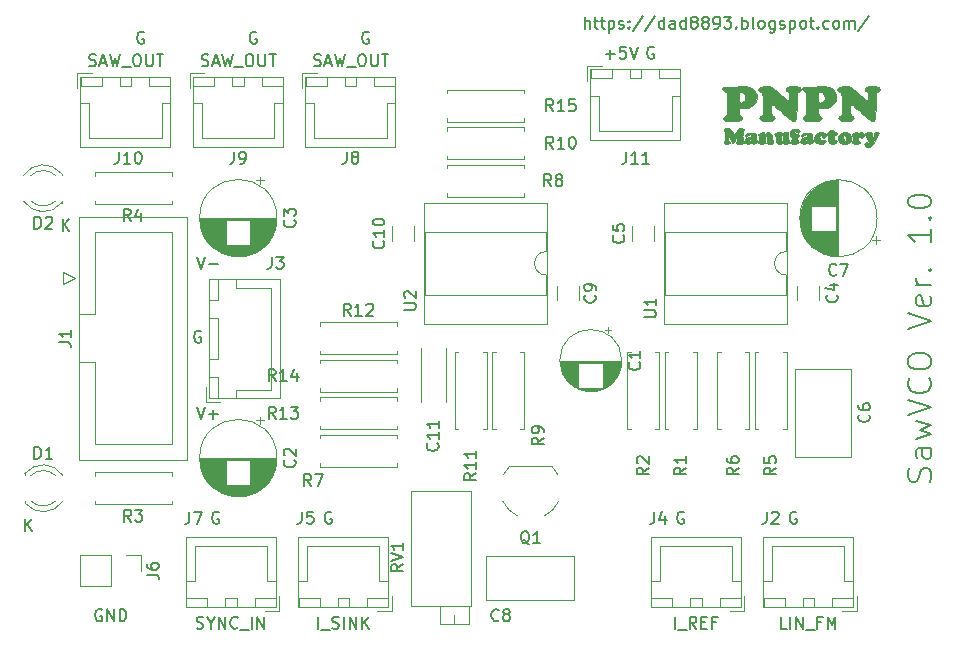
<source format=gto>
G04 #@! TF.GenerationSoftware,KiCad,Pcbnew,(5.1.6)-1*
G04 #@! TF.CreationDate,2020-10-22T15:24:49+09:00*
G04 #@! TF.ProjectId,SawVCO,53617756-434f-42e6-9b69-6361645f7063,Ver. 1.0*
G04 #@! TF.SameCoordinates,Original*
G04 #@! TF.FileFunction,Legend,Top*
G04 #@! TF.FilePolarity,Positive*
%FSLAX46Y46*%
G04 Gerber Fmt 4.6, Leading zero omitted, Abs format (unit mm)*
G04 Created by KiCad (PCBNEW (5.1.6)-1) date 2020-10-22 15:24:49*
%MOMM*%
%LPD*%
G01*
G04 APERTURE LIST*
%ADD10C,0.150000*%
%ADD11C,0.200000*%
%ADD12C,0.120000*%
%ADD13C,0.010000*%
G04 APERTURE END LIST*
D10*
X163814285Y-75001428D02*
X164576190Y-75001428D01*
X164195238Y-75382380D02*
X164195238Y-74620476D01*
X165528571Y-74382380D02*
X165052380Y-74382380D01*
X165004761Y-74858571D01*
X165052380Y-74810952D01*
X165147619Y-74763333D01*
X165385714Y-74763333D01*
X165480952Y-74810952D01*
X165528571Y-74858571D01*
X165576190Y-74953809D01*
X165576190Y-75191904D01*
X165528571Y-75287142D01*
X165480952Y-75334761D01*
X165385714Y-75382380D01*
X165147619Y-75382380D01*
X165052380Y-75334761D01*
X165004761Y-75287142D01*
X165861904Y-74382380D02*
X166195238Y-75382380D01*
X166528571Y-74382380D01*
X167901904Y-74430000D02*
X167806666Y-74382380D01*
X167663809Y-74382380D01*
X167520952Y-74430000D01*
X167425714Y-74525238D01*
X167378095Y-74620476D01*
X167330476Y-74810952D01*
X167330476Y-74953809D01*
X167378095Y-75144285D01*
X167425714Y-75239523D01*
X167520952Y-75334761D01*
X167663809Y-75382380D01*
X167759047Y-75382380D01*
X167901904Y-75334761D01*
X167949523Y-75287142D01*
X167949523Y-74953809D01*
X167759047Y-74953809D01*
X114673095Y-115387380D02*
X114673095Y-114387380D01*
X115244523Y-115387380D02*
X114815952Y-114815952D01*
X115244523Y-114387380D02*
X114673095Y-114958809D01*
X117848095Y-89987380D02*
X117848095Y-88987380D01*
X118419523Y-89987380D02*
X117990952Y-89415952D01*
X118419523Y-88987380D02*
X117848095Y-89558809D01*
X179966904Y-113800000D02*
X179871666Y-113752380D01*
X179728809Y-113752380D01*
X179585952Y-113800000D01*
X179490714Y-113895238D01*
X179443095Y-113990476D01*
X179395476Y-114180952D01*
X179395476Y-114323809D01*
X179443095Y-114514285D01*
X179490714Y-114609523D01*
X179585952Y-114704761D01*
X179728809Y-114752380D01*
X179824047Y-114752380D01*
X179966904Y-114704761D01*
X180014523Y-114657142D01*
X180014523Y-114323809D01*
X179824047Y-114323809D01*
X170441904Y-113800000D02*
X170346666Y-113752380D01*
X170203809Y-113752380D01*
X170060952Y-113800000D01*
X169965714Y-113895238D01*
X169918095Y-113990476D01*
X169870476Y-114180952D01*
X169870476Y-114323809D01*
X169918095Y-114514285D01*
X169965714Y-114609523D01*
X170060952Y-114704761D01*
X170203809Y-114752380D01*
X170299047Y-114752380D01*
X170441904Y-114704761D01*
X170489523Y-114657142D01*
X170489523Y-114323809D01*
X170299047Y-114323809D01*
X140596904Y-113800000D02*
X140501666Y-113752380D01*
X140358809Y-113752380D01*
X140215952Y-113800000D01*
X140120714Y-113895238D01*
X140073095Y-113990476D01*
X140025476Y-114180952D01*
X140025476Y-114323809D01*
X140073095Y-114514285D01*
X140120714Y-114609523D01*
X140215952Y-114704761D01*
X140358809Y-114752380D01*
X140454047Y-114752380D01*
X140596904Y-114704761D01*
X140644523Y-114657142D01*
X140644523Y-114323809D01*
X140454047Y-114323809D01*
X131071904Y-113800000D02*
X130976666Y-113752380D01*
X130833809Y-113752380D01*
X130690952Y-113800000D01*
X130595714Y-113895238D01*
X130548095Y-113990476D01*
X130500476Y-114180952D01*
X130500476Y-114323809D01*
X130548095Y-114514285D01*
X130595714Y-114609523D01*
X130690952Y-114704761D01*
X130833809Y-114752380D01*
X130929047Y-114752380D01*
X131071904Y-114704761D01*
X131119523Y-114657142D01*
X131119523Y-114323809D01*
X130929047Y-114323809D01*
X143771904Y-73160000D02*
X143676666Y-73112380D01*
X143533809Y-73112380D01*
X143390952Y-73160000D01*
X143295714Y-73255238D01*
X143248095Y-73350476D01*
X143200476Y-73540952D01*
X143200476Y-73683809D01*
X143248095Y-73874285D01*
X143295714Y-73969523D01*
X143390952Y-74064761D01*
X143533809Y-74112380D01*
X143629047Y-74112380D01*
X143771904Y-74064761D01*
X143819523Y-74017142D01*
X143819523Y-73683809D01*
X143629047Y-73683809D01*
X134246904Y-73160000D02*
X134151666Y-73112380D01*
X134008809Y-73112380D01*
X133865952Y-73160000D01*
X133770714Y-73255238D01*
X133723095Y-73350476D01*
X133675476Y-73540952D01*
X133675476Y-73683809D01*
X133723095Y-73874285D01*
X133770714Y-73969523D01*
X133865952Y-74064761D01*
X134008809Y-74112380D01*
X134104047Y-74112380D01*
X134246904Y-74064761D01*
X134294523Y-74017142D01*
X134294523Y-73683809D01*
X134104047Y-73683809D01*
X124721904Y-73160000D02*
X124626666Y-73112380D01*
X124483809Y-73112380D01*
X124340952Y-73160000D01*
X124245714Y-73255238D01*
X124198095Y-73350476D01*
X124150476Y-73540952D01*
X124150476Y-73683809D01*
X124198095Y-73874285D01*
X124245714Y-73969523D01*
X124340952Y-74064761D01*
X124483809Y-74112380D01*
X124579047Y-74112380D01*
X124721904Y-74064761D01*
X124769523Y-74017142D01*
X124769523Y-73683809D01*
X124579047Y-73683809D01*
X179141666Y-123642380D02*
X178665476Y-123642380D01*
X178665476Y-122642380D01*
X179475000Y-123642380D02*
X179475000Y-122642380D01*
X179951190Y-123642380D02*
X179951190Y-122642380D01*
X180522619Y-123642380D01*
X180522619Y-122642380D01*
X180760714Y-123737619D02*
X181522619Y-123737619D01*
X182094047Y-123118571D02*
X181760714Y-123118571D01*
X181760714Y-123642380D02*
X181760714Y-122642380D01*
X182236904Y-122642380D01*
X182617857Y-123642380D02*
X182617857Y-122642380D01*
X182951190Y-123356666D01*
X183284523Y-122642380D01*
X183284523Y-123642380D01*
X169688095Y-123642380D02*
X169688095Y-122642380D01*
X169926190Y-123737619D02*
X170688095Y-123737619D01*
X171497619Y-123642380D02*
X171164285Y-123166190D01*
X170926190Y-123642380D02*
X170926190Y-122642380D01*
X171307142Y-122642380D01*
X171402380Y-122690000D01*
X171450000Y-122737619D01*
X171497619Y-122832857D01*
X171497619Y-122975714D01*
X171450000Y-123070952D01*
X171402380Y-123118571D01*
X171307142Y-123166190D01*
X170926190Y-123166190D01*
X171926190Y-123118571D02*
X172259523Y-123118571D01*
X172402380Y-123642380D02*
X171926190Y-123642380D01*
X171926190Y-122642380D01*
X172402380Y-122642380D01*
X173164285Y-123118571D02*
X172830952Y-123118571D01*
X172830952Y-123642380D02*
X172830952Y-122642380D01*
X173307142Y-122642380D01*
X139485952Y-123642380D02*
X139485952Y-122642380D01*
X139724047Y-123737619D02*
X140485952Y-123737619D01*
X140676428Y-123594761D02*
X140819285Y-123642380D01*
X141057380Y-123642380D01*
X141152619Y-123594761D01*
X141200238Y-123547142D01*
X141247857Y-123451904D01*
X141247857Y-123356666D01*
X141200238Y-123261428D01*
X141152619Y-123213809D01*
X141057380Y-123166190D01*
X140866904Y-123118571D01*
X140771666Y-123070952D01*
X140724047Y-123023333D01*
X140676428Y-122928095D01*
X140676428Y-122832857D01*
X140724047Y-122737619D01*
X140771666Y-122690000D01*
X140866904Y-122642380D01*
X141105000Y-122642380D01*
X141247857Y-122690000D01*
X141676428Y-123642380D02*
X141676428Y-122642380D01*
X142152619Y-123642380D02*
X142152619Y-122642380D01*
X142724047Y-123642380D01*
X142724047Y-122642380D01*
X143200238Y-123642380D02*
X143200238Y-122642380D01*
X143771666Y-123642380D02*
X143343095Y-123070952D01*
X143771666Y-122642380D02*
X143200238Y-123213809D01*
X129199047Y-123594761D02*
X129341904Y-123642380D01*
X129580000Y-123642380D01*
X129675238Y-123594761D01*
X129722857Y-123547142D01*
X129770476Y-123451904D01*
X129770476Y-123356666D01*
X129722857Y-123261428D01*
X129675238Y-123213809D01*
X129580000Y-123166190D01*
X129389523Y-123118571D01*
X129294285Y-123070952D01*
X129246666Y-123023333D01*
X129199047Y-122928095D01*
X129199047Y-122832857D01*
X129246666Y-122737619D01*
X129294285Y-122690000D01*
X129389523Y-122642380D01*
X129627619Y-122642380D01*
X129770476Y-122690000D01*
X130389523Y-123166190D02*
X130389523Y-123642380D01*
X130056190Y-122642380D02*
X130389523Y-123166190D01*
X130722857Y-122642380D01*
X131056190Y-123642380D02*
X131056190Y-122642380D01*
X131627619Y-123642380D01*
X131627619Y-122642380D01*
X132675238Y-123547142D02*
X132627619Y-123594761D01*
X132484761Y-123642380D01*
X132389523Y-123642380D01*
X132246666Y-123594761D01*
X132151428Y-123499523D01*
X132103809Y-123404285D01*
X132056190Y-123213809D01*
X132056190Y-123070952D01*
X132103809Y-122880476D01*
X132151428Y-122785238D01*
X132246666Y-122690000D01*
X132389523Y-122642380D01*
X132484761Y-122642380D01*
X132627619Y-122690000D01*
X132675238Y-122737619D01*
X132865714Y-123737619D02*
X133627619Y-123737619D01*
X133865714Y-123642380D02*
X133865714Y-122642380D01*
X134341904Y-123642380D02*
X134341904Y-122642380D01*
X134913333Y-123642380D01*
X134913333Y-122642380D01*
X121158095Y-122055000D02*
X121062857Y-122007380D01*
X120920000Y-122007380D01*
X120777142Y-122055000D01*
X120681904Y-122150238D01*
X120634285Y-122245476D01*
X120586666Y-122435952D01*
X120586666Y-122578809D01*
X120634285Y-122769285D01*
X120681904Y-122864523D01*
X120777142Y-122959761D01*
X120920000Y-123007380D01*
X121015238Y-123007380D01*
X121158095Y-122959761D01*
X121205714Y-122912142D01*
X121205714Y-122578809D01*
X121015238Y-122578809D01*
X121634285Y-123007380D02*
X121634285Y-122007380D01*
X122205714Y-123007380D01*
X122205714Y-122007380D01*
X122681904Y-123007380D02*
X122681904Y-122007380D01*
X122920000Y-122007380D01*
X123062857Y-122055000D01*
X123158095Y-122150238D01*
X123205714Y-122245476D01*
X123253333Y-122435952D01*
X123253333Y-122578809D01*
X123205714Y-122769285D01*
X123158095Y-122864523D01*
X123062857Y-122959761D01*
X122920000Y-123007380D01*
X122681904Y-123007380D01*
X139144761Y-75969761D02*
X139287619Y-76017380D01*
X139525714Y-76017380D01*
X139620952Y-75969761D01*
X139668571Y-75922142D01*
X139716190Y-75826904D01*
X139716190Y-75731666D01*
X139668571Y-75636428D01*
X139620952Y-75588809D01*
X139525714Y-75541190D01*
X139335238Y-75493571D01*
X139240000Y-75445952D01*
X139192380Y-75398333D01*
X139144761Y-75303095D01*
X139144761Y-75207857D01*
X139192380Y-75112619D01*
X139240000Y-75065000D01*
X139335238Y-75017380D01*
X139573333Y-75017380D01*
X139716190Y-75065000D01*
X140097142Y-75731666D02*
X140573333Y-75731666D01*
X140001904Y-76017380D02*
X140335238Y-75017380D01*
X140668571Y-76017380D01*
X140906666Y-75017380D02*
X141144761Y-76017380D01*
X141335238Y-75303095D01*
X141525714Y-76017380D01*
X141763809Y-75017380D01*
X141906666Y-76112619D02*
X142668571Y-76112619D01*
X143097142Y-75017380D02*
X143287619Y-75017380D01*
X143382857Y-75065000D01*
X143478095Y-75160238D01*
X143525714Y-75350714D01*
X143525714Y-75684047D01*
X143478095Y-75874523D01*
X143382857Y-75969761D01*
X143287619Y-76017380D01*
X143097142Y-76017380D01*
X143001904Y-75969761D01*
X142906666Y-75874523D01*
X142859047Y-75684047D01*
X142859047Y-75350714D01*
X142906666Y-75160238D01*
X143001904Y-75065000D01*
X143097142Y-75017380D01*
X143954285Y-75017380D02*
X143954285Y-75826904D01*
X144001904Y-75922142D01*
X144049523Y-75969761D01*
X144144761Y-76017380D01*
X144335238Y-76017380D01*
X144430476Y-75969761D01*
X144478095Y-75922142D01*
X144525714Y-75826904D01*
X144525714Y-75017380D01*
X144859047Y-75017380D02*
X145430476Y-75017380D01*
X145144761Y-76017380D02*
X145144761Y-75017380D01*
X120094761Y-75969761D02*
X120237619Y-76017380D01*
X120475714Y-76017380D01*
X120570952Y-75969761D01*
X120618571Y-75922142D01*
X120666190Y-75826904D01*
X120666190Y-75731666D01*
X120618571Y-75636428D01*
X120570952Y-75588809D01*
X120475714Y-75541190D01*
X120285238Y-75493571D01*
X120190000Y-75445952D01*
X120142380Y-75398333D01*
X120094761Y-75303095D01*
X120094761Y-75207857D01*
X120142380Y-75112619D01*
X120190000Y-75065000D01*
X120285238Y-75017380D01*
X120523333Y-75017380D01*
X120666190Y-75065000D01*
X121047142Y-75731666D02*
X121523333Y-75731666D01*
X120951904Y-76017380D02*
X121285238Y-75017380D01*
X121618571Y-76017380D01*
X121856666Y-75017380D02*
X122094761Y-76017380D01*
X122285238Y-75303095D01*
X122475714Y-76017380D01*
X122713809Y-75017380D01*
X122856666Y-76112619D02*
X123618571Y-76112619D01*
X124047142Y-75017380D02*
X124237619Y-75017380D01*
X124332857Y-75065000D01*
X124428095Y-75160238D01*
X124475714Y-75350714D01*
X124475714Y-75684047D01*
X124428095Y-75874523D01*
X124332857Y-75969761D01*
X124237619Y-76017380D01*
X124047142Y-76017380D01*
X123951904Y-75969761D01*
X123856666Y-75874523D01*
X123809047Y-75684047D01*
X123809047Y-75350714D01*
X123856666Y-75160238D01*
X123951904Y-75065000D01*
X124047142Y-75017380D01*
X124904285Y-75017380D02*
X124904285Y-75826904D01*
X124951904Y-75922142D01*
X124999523Y-75969761D01*
X125094761Y-76017380D01*
X125285238Y-76017380D01*
X125380476Y-75969761D01*
X125428095Y-75922142D01*
X125475714Y-75826904D01*
X125475714Y-75017380D01*
X125809047Y-75017380D02*
X126380476Y-75017380D01*
X126094761Y-76017380D02*
X126094761Y-75017380D01*
X129619761Y-75969761D02*
X129762619Y-76017380D01*
X130000714Y-76017380D01*
X130095952Y-75969761D01*
X130143571Y-75922142D01*
X130191190Y-75826904D01*
X130191190Y-75731666D01*
X130143571Y-75636428D01*
X130095952Y-75588809D01*
X130000714Y-75541190D01*
X129810238Y-75493571D01*
X129715000Y-75445952D01*
X129667380Y-75398333D01*
X129619761Y-75303095D01*
X129619761Y-75207857D01*
X129667380Y-75112619D01*
X129715000Y-75065000D01*
X129810238Y-75017380D01*
X130048333Y-75017380D01*
X130191190Y-75065000D01*
X130572142Y-75731666D02*
X131048333Y-75731666D01*
X130476904Y-76017380D02*
X130810238Y-75017380D01*
X131143571Y-76017380D01*
X131381666Y-75017380D02*
X131619761Y-76017380D01*
X131810238Y-75303095D01*
X132000714Y-76017380D01*
X132238809Y-75017380D01*
X132381666Y-76112619D02*
X133143571Y-76112619D01*
X133572142Y-75017380D02*
X133762619Y-75017380D01*
X133857857Y-75065000D01*
X133953095Y-75160238D01*
X134000714Y-75350714D01*
X134000714Y-75684047D01*
X133953095Y-75874523D01*
X133857857Y-75969761D01*
X133762619Y-76017380D01*
X133572142Y-76017380D01*
X133476904Y-75969761D01*
X133381666Y-75874523D01*
X133334047Y-75684047D01*
X133334047Y-75350714D01*
X133381666Y-75160238D01*
X133476904Y-75065000D01*
X133572142Y-75017380D01*
X134429285Y-75017380D02*
X134429285Y-75826904D01*
X134476904Y-75922142D01*
X134524523Y-75969761D01*
X134619761Y-76017380D01*
X134810238Y-76017380D01*
X134905476Y-75969761D01*
X134953095Y-75922142D01*
X135000714Y-75826904D01*
X135000714Y-75017380D01*
X135334047Y-75017380D02*
X135905476Y-75017380D01*
X135619761Y-76017380D02*
X135619761Y-75017380D01*
X129551904Y-98470000D02*
X129456666Y-98422380D01*
X129313809Y-98422380D01*
X129170952Y-98470000D01*
X129075714Y-98565238D01*
X129028095Y-98660476D01*
X128980476Y-98850952D01*
X128980476Y-98993809D01*
X129028095Y-99184285D01*
X129075714Y-99279523D01*
X129170952Y-99374761D01*
X129313809Y-99422380D01*
X129409047Y-99422380D01*
X129551904Y-99374761D01*
X129599523Y-99327142D01*
X129599523Y-98993809D01*
X129409047Y-98993809D01*
X129222619Y-92162380D02*
X129555952Y-93162380D01*
X129889285Y-92162380D01*
X130222619Y-92781428D02*
X130984523Y-92781428D01*
X129222619Y-104862380D02*
X129555952Y-105862380D01*
X129889285Y-104862380D01*
X130222619Y-105481428D02*
X130984523Y-105481428D01*
X130603571Y-105862380D02*
X130603571Y-105100476D01*
D11*
X191309523Y-111202857D02*
X191404761Y-110917142D01*
X191404761Y-110440952D01*
X191309523Y-110250476D01*
X191214285Y-110155238D01*
X191023809Y-110060000D01*
X190833333Y-110060000D01*
X190642857Y-110155238D01*
X190547619Y-110250476D01*
X190452380Y-110440952D01*
X190357142Y-110821904D01*
X190261904Y-111012380D01*
X190166666Y-111107619D01*
X189976190Y-111202857D01*
X189785714Y-111202857D01*
X189595238Y-111107619D01*
X189500000Y-111012380D01*
X189404761Y-110821904D01*
X189404761Y-110345714D01*
X189500000Y-110060000D01*
X191404761Y-108345714D02*
X190357142Y-108345714D01*
X190166666Y-108440952D01*
X190071428Y-108631428D01*
X190071428Y-109012380D01*
X190166666Y-109202857D01*
X191309523Y-108345714D02*
X191404761Y-108536190D01*
X191404761Y-109012380D01*
X191309523Y-109202857D01*
X191119047Y-109298095D01*
X190928571Y-109298095D01*
X190738095Y-109202857D01*
X190642857Y-109012380D01*
X190642857Y-108536190D01*
X190547619Y-108345714D01*
X190071428Y-107583809D02*
X191404761Y-107202857D01*
X190452380Y-106821904D01*
X191404761Y-106440952D01*
X190071428Y-106060000D01*
X189404761Y-105583809D02*
X191404761Y-104917142D01*
X189404761Y-104250476D01*
X191214285Y-102440952D02*
X191309523Y-102536190D01*
X191404761Y-102821904D01*
X191404761Y-103012380D01*
X191309523Y-103298095D01*
X191119047Y-103488571D01*
X190928571Y-103583809D01*
X190547619Y-103679047D01*
X190261904Y-103679047D01*
X189880952Y-103583809D01*
X189690476Y-103488571D01*
X189500000Y-103298095D01*
X189404761Y-103012380D01*
X189404761Y-102821904D01*
X189500000Y-102536190D01*
X189595238Y-102440952D01*
X189404761Y-101202857D02*
X189404761Y-100821904D01*
X189500000Y-100631428D01*
X189690476Y-100440952D01*
X190071428Y-100345714D01*
X190738095Y-100345714D01*
X191119047Y-100440952D01*
X191309523Y-100631428D01*
X191404761Y-100821904D01*
X191404761Y-101202857D01*
X191309523Y-101393333D01*
X191119047Y-101583809D01*
X190738095Y-101679047D01*
X190071428Y-101679047D01*
X189690476Y-101583809D01*
X189500000Y-101393333D01*
X189404761Y-101202857D01*
X189404761Y-98250476D02*
X191404761Y-97583809D01*
X189404761Y-96917142D01*
X191309523Y-95488571D02*
X191404761Y-95679047D01*
X191404761Y-96060000D01*
X191309523Y-96250476D01*
X191119047Y-96345714D01*
X190357142Y-96345714D01*
X190166666Y-96250476D01*
X190071428Y-96060000D01*
X190071428Y-95679047D01*
X190166666Y-95488571D01*
X190357142Y-95393333D01*
X190547619Y-95393333D01*
X190738095Y-96345714D01*
X191404761Y-94536190D02*
X190071428Y-94536190D01*
X190452380Y-94536190D02*
X190261904Y-94440952D01*
X190166666Y-94345714D01*
X190071428Y-94155238D01*
X190071428Y-93964761D01*
X191214285Y-93298095D02*
X191309523Y-93202857D01*
X191404761Y-93298095D01*
X191309523Y-93393333D01*
X191214285Y-93298095D01*
X191404761Y-93298095D01*
X191404761Y-89774285D02*
X191404761Y-90917142D01*
X191404761Y-90345714D02*
X189404761Y-90345714D01*
X189690476Y-90536190D01*
X189880952Y-90726666D01*
X189976190Y-90917142D01*
X191214285Y-88917142D02*
X191309523Y-88821904D01*
X191404761Y-88917142D01*
X191309523Y-89012380D01*
X191214285Y-88917142D01*
X191404761Y-88917142D01*
X189404761Y-87583809D02*
X189404761Y-87393333D01*
X189500000Y-87202857D01*
X189595238Y-87107619D01*
X189785714Y-87012380D01*
X190166666Y-86917142D01*
X190642857Y-86917142D01*
X191023809Y-87012380D01*
X191214285Y-87107619D01*
X191309523Y-87202857D01*
X191404761Y-87393333D01*
X191404761Y-87583809D01*
X191309523Y-87774285D01*
X191214285Y-87869523D01*
X191023809Y-87964761D01*
X190642857Y-88060000D01*
X190166666Y-88060000D01*
X189785714Y-87964761D01*
X189595238Y-87869523D01*
X189500000Y-87774285D01*
X189404761Y-87583809D01*
X162037619Y-72842380D02*
X162037619Y-71842380D01*
X162466190Y-72842380D02*
X162466190Y-72318571D01*
X162418571Y-72223333D01*
X162323333Y-72175714D01*
X162180476Y-72175714D01*
X162085238Y-72223333D01*
X162037619Y-72270952D01*
X162799523Y-72175714D02*
X163180476Y-72175714D01*
X162942380Y-71842380D02*
X162942380Y-72699523D01*
X162990000Y-72794761D01*
X163085238Y-72842380D01*
X163180476Y-72842380D01*
X163370952Y-72175714D02*
X163751904Y-72175714D01*
X163513809Y-71842380D02*
X163513809Y-72699523D01*
X163561428Y-72794761D01*
X163656666Y-72842380D01*
X163751904Y-72842380D01*
X164085238Y-72175714D02*
X164085238Y-73175714D01*
X164085238Y-72223333D02*
X164180476Y-72175714D01*
X164370952Y-72175714D01*
X164466190Y-72223333D01*
X164513809Y-72270952D01*
X164561428Y-72366190D01*
X164561428Y-72651904D01*
X164513809Y-72747142D01*
X164466190Y-72794761D01*
X164370952Y-72842380D01*
X164180476Y-72842380D01*
X164085238Y-72794761D01*
X164942380Y-72794761D02*
X165037619Y-72842380D01*
X165228095Y-72842380D01*
X165323333Y-72794761D01*
X165370952Y-72699523D01*
X165370952Y-72651904D01*
X165323333Y-72556666D01*
X165228095Y-72509047D01*
X165085238Y-72509047D01*
X164990000Y-72461428D01*
X164942380Y-72366190D01*
X164942380Y-72318571D01*
X164990000Y-72223333D01*
X165085238Y-72175714D01*
X165228095Y-72175714D01*
X165323333Y-72223333D01*
X165799523Y-72747142D02*
X165847142Y-72794761D01*
X165799523Y-72842380D01*
X165751904Y-72794761D01*
X165799523Y-72747142D01*
X165799523Y-72842380D01*
X165799523Y-72223333D02*
X165847142Y-72270952D01*
X165799523Y-72318571D01*
X165751904Y-72270952D01*
X165799523Y-72223333D01*
X165799523Y-72318571D01*
X166990000Y-71794761D02*
X166132857Y-73080476D01*
X168037619Y-71794761D02*
X167180476Y-73080476D01*
X168799523Y-72842380D02*
X168799523Y-71842380D01*
X168799523Y-72794761D02*
X168704285Y-72842380D01*
X168513809Y-72842380D01*
X168418571Y-72794761D01*
X168370952Y-72747142D01*
X168323333Y-72651904D01*
X168323333Y-72366190D01*
X168370952Y-72270952D01*
X168418571Y-72223333D01*
X168513809Y-72175714D01*
X168704285Y-72175714D01*
X168799523Y-72223333D01*
X169704285Y-72842380D02*
X169704285Y-72318571D01*
X169656666Y-72223333D01*
X169561428Y-72175714D01*
X169370952Y-72175714D01*
X169275714Y-72223333D01*
X169704285Y-72794761D02*
X169609047Y-72842380D01*
X169370952Y-72842380D01*
X169275714Y-72794761D01*
X169228095Y-72699523D01*
X169228095Y-72604285D01*
X169275714Y-72509047D01*
X169370952Y-72461428D01*
X169609047Y-72461428D01*
X169704285Y-72413809D01*
X170609047Y-72842380D02*
X170609047Y-71842380D01*
X170609047Y-72794761D02*
X170513809Y-72842380D01*
X170323333Y-72842380D01*
X170228095Y-72794761D01*
X170180476Y-72747142D01*
X170132857Y-72651904D01*
X170132857Y-72366190D01*
X170180476Y-72270952D01*
X170228095Y-72223333D01*
X170323333Y-72175714D01*
X170513809Y-72175714D01*
X170609047Y-72223333D01*
X171228095Y-72270952D02*
X171132857Y-72223333D01*
X171085238Y-72175714D01*
X171037619Y-72080476D01*
X171037619Y-72032857D01*
X171085238Y-71937619D01*
X171132857Y-71890000D01*
X171228095Y-71842380D01*
X171418571Y-71842380D01*
X171513809Y-71890000D01*
X171561428Y-71937619D01*
X171609047Y-72032857D01*
X171609047Y-72080476D01*
X171561428Y-72175714D01*
X171513809Y-72223333D01*
X171418571Y-72270952D01*
X171228095Y-72270952D01*
X171132857Y-72318571D01*
X171085238Y-72366190D01*
X171037619Y-72461428D01*
X171037619Y-72651904D01*
X171085238Y-72747142D01*
X171132857Y-72794761D01*
X171228095Y-72842380D01*
X171418571Y-72842380D01*
X171513809Y-72794761D01*
X171561428Y-72747142D01*
X171609047Y-72651904D01*
X171609047Y-72461428D01*
X171561428Y-72366190D01*
X171513809Y-72318571D01*
X171418571Y-72270952D01*
X172180476Y-72270952D02*
X172085238Y-72223333D01*
X172037619Y-72175714D01*
X171990000Y-72080476D01*
X171990000Y-72032857D01*
X172037619Y-71937619D01*
X172085238Y-71890000D01*
X172180476Y-71842380D01*
X172370952Y-71842380D01*
X172466190Y-71890000D01*
X172513809Y-71937619D01*
X172561428Y-72032857D01*
X172561428Y-72080476D01*
X172513809Y-72175714D01*
X172466190Y-72223333D01*
X172370952Y-72270952D01*
X172180476Y-72270952D01*
X172085238Y-72318571D01*
X172037619Y-72366190D01*
X171990000Y-72461428D01*
X171990000Y-72651904D01*
X172037619Y-72747142D01*
X172085238Y-72794761D01*
X172180476Y-72842380D01*
X172370952Y-72842380D01*
X172466190Y-72794761D01*
X172513809Y-72747142D01*
X172561428Y-72651904D01*
X172561428Y-72461428D01*
X172513809Y-72366190D01*
X172466190Y-72318571D01*
X172370952Y-72270952D01*
X173037619Y-72842380D02*
X173228095Y-72842380D01*
X173323333Y-72794761D01*
X173370952Y-72747142D01*
X173466190Y-72604285D01*
X173513809Y-72413809D01*
X173513809Y-72032857D01*
X173466190Y-71937619D01*
X173418571Y-71890000D01*
X173323333Y-71842380D01*
X173132857Y-71842380D01*
X173037619Y-71890000D01*
X172990000Y-71937619D01*
X172942380Y-72032857D01*
X172942380Y-72270952D01*
X172990000Y-72366190D01*
X173037619Y-72413809D01*
X173132857Y-72461428D01*
X173323333Y-72461428D01*
X173418571Y-72413809D01*
X173466190Y-72366190D01*
X173513809Y-72270952D01*
X173847142Y-71842380D02*
X174466190Y-71842380D01*
X174132857Y-72223333D01*
X174275714Y-72223333D01*
X174370952Y-72270952D01*
X174418571Y-72318571D01*
X174466190Y-72413809D01*
X174466190Y-72651904D01*
X174418571Y-72747142D01*
X174370952Y-72794761D01*
X174275714Y-72842380D01*
X173990000Y-72842380D01*
X173894761Y-72794761D01*
X173847142Y-72747142D01*
X174894761Y-72747142D02*
X174942380Y-72794761D01*
X174894761Y-72842380D01*
X174847142Y-72794761D01*
X174894761Y-72747142D01*
X174894761Y-72842380D01*
X175370952Y-72842380D02*
X175370952Y-71842380D01*
X175370952Y-72223333D02*
X175466190Y-72175714D01*
X175656666Y-72175714D01*
X175751904Y-72223333D01*
X175799523Y-72270952D01*
X175847142Y-72366190D01*
X175847142Y-72651904D01*
X175799523Y-72747142D01*
X175751904Y-72794761D01*
X175656666Y-72842380D01*
X175466190Y-72842380D01*
X175370952Y-72794761D01*
X176418571Y-72842380D02*
X176323333Y-72794761D01*
X176275714Y-72699523D01*
X176275714Y-71842380D01*
X176942380Y-72842380D02*
X176847142Y-72794761D01*
X176799523Y-72747142D01*
X176751904Y-72651904D01*
X176751904Y-72366190D01*
X176799523Y-72270952D01*
X176847142Y-72223333D01*
X176942380Y-72175714D01*
X177085238Y-72175714D01*
X177180476Y-72223333D01*
X177228095Y-72270952D01*
X177275714Y-72366190D01*
X177275714Y-72651904D01*
X177228095Y-72747142D01*
X177180476Y-72794761D01*
X177085238Y-72842380D01*
X176942380Y-72842380D01*
X178132857Y-72175714D02*
X178132857Y-72985238D01*
X178085238Y-73080476D01*
X178037619Y-73128095D01*
X177942380Y-73175714D01*
X177799523Y-73175714D01*
X177704285Y-73128095D01*
X178132857Y-72794761D02*
X178037619Y-72842380D01*
X177847142Y-72842380D01*
X177751904Y-72794761D01*
X177704285Y-72747142D01*
X177656666Y-72651904D01*
X177656666Y-72366190D01*
X177704285Y-72270952D01*
X177751904Y-72223333D01*
X177847142Y-72175714D01*
X178037619Y-72175714D01*
X178132857Y-72223333D01*
X178561428Y-72794761D02*
X178656666Y-72842380D01*
X178847142Y-72842380D01*
X178942380Y-72794761D01*
X178990000Y-72699523D01*
X178990000Y-72651904D01*
X178942380Y-72556666D01*
X178847142Y-72509047D01*
X178704285Y-72509047D01*
X178609047Y-72461428D01*
X178561428Y-72366190D01*
X178561428Y-72318571D01*
X178609047Y-72223333D01*
X178704285Y-72175714D01*
X178847142Y-72175714D01*
X178942380Y-72223333D01*
X179418571Y-72175714D02*
X179418571Y-73175714D01*
X179418571Y-72223333D02*
X179513809Y-72175714D01*
X179704285Y-72175714D01*
X179799523Y-72223333D01*
X179847142Y-72270952D01*
X179894761Y-72366190D01*
X179894761Y-72651904D01*
X179847142Y-72747142D01*
X179799523Y-72794761D01*
X179704285Y-72842380D01*
X179513809Y-72842380D01*
X179418571Y-72794761D01*
X180466190Y-72842380D02*
X180370952Y-72794761D01*
X180323333Y-72747142D01*
X180275714Y-72651904D01*
X180275714Y-72366190D01*
X180323333Y-72270952D01*
X180370952Y-72223333D01*
X180466190Y-72175714D01*
X180609047Y-72175714D01*
X180704285Y-72223333D01*
X180751904Y-72270952D01*
X180799523Y-72366190D01*
X180799523Y-72651904D01*
X180751904Y-72747142D01*
X180704285Y-72794761D01*
X180609047Y-72842380D01*
X180466190Y-72842380D01*
X181085238Y-72175714D02*
X181466190Y-72175714D01*
X181228095Y-71842380D02*
X181228095Y-72699523D01*
X181275714Y-72794761D01*
X181370952Y-72842380D01*
X181466190Y-72842380D01*
X181799523Y-72747142D02*
X181847142Y-72794761D01*
X181799523Y-72842380D01*
X181751904Y-72794761D01*
X181799523Y-72747142D01*
X181799523Y-72842380D01*
X182704285Y-72794761D02*
X182609047Y-72842380D01*
X182418571Y-72842380D01*
X182323333Y-72794761D01*
X182275714Y-72747142D01*
X182228095Y-72651904D01*
X182228095Y-72366190D01*
X182275714Y-72270952D01*
X182323333Y-72223333D01*
X182418571Y-72175714D01*
X182609047Y-72175714D01*
X182704285Y-72223333D01*
X183275714Y-72842380D02*
X183180476Y-72794761D01*
X183132857Y-72747142D01*
X183085238Y-72651904D01*
X183085238Y-72366190D01*
X183132857Y-72270952D01*
X183180476Y-72223333D01*
X183275714Y-72175714D01*
X183418571Y-72175714D01*
X183513809Y-72223333D01*
X183561428Y-72270952D01*
X183609047Y-72366190D01*
X183609047Y-72651904D01*
X183561428Y-72747142D01*
X183513809Y-72794761D01*
X183418571Y-72842380D01*
X183275714Y-72842380D01*
X184037619Y-72842380D02*
X184037619Y-72175714D01*
X184037619Y-72270952D02*
X184085238Y-72223333D01*
X184180476Y-72175714D01*
X184323333Y-72175714D01*
X184418571Y-72223333D01*
X184466190Y-72318571D01*
X184466190Y-72842380D01*
X184466190Y-72318571D02*
X184513809Y-72223333D01*
X184609047Y-72175714D01*
X184751904Y-72175714D01*
X184847142Y-72223333D01*
X184894761Y-72318571D01*
X184894761Y-72842380D01*
X186085238Y-71794761D02*
X185228095Y-73080476D01*
D12*
G04 #@! TO.C,RV1*
X147330000Y-121725000D02*
X147330000Y-111955000D01*
X152400000Y-121725000D02*
X152400000Y-111955000D01*
X147330000Y-121725000D02*
X152400000Y-121725000D01*
X147330000Y-111955000D02*
X152400000Y-111955000D01*
X149795000Y-123245000D02*
X149795000Y-121726000D01*
X152225000Y-123245000D02*
X152225000Y-121726000D01*
X149795000Y-123245000D02*
X152225000Y-123245000D01*
X149795000Y-121726000D02*
X152225000Y-121726000D01*
X151010000Y-123245000D02*
X151010000Y-122486000D01*
G04 #@! TO.C,J11*
X162250000Y-75990000D02*
X162250000Y-77240000D01*
X163500000Y-75990000D02*
X162250000Y-75990000D01*
X169400000Y-81490000D02*
X166350000Y-81490000D01*
X169400000Y-78540000D02*
X169400000Y-81490000D01*
X170150000Y-78540000D02*
X169400000Y-78540000D01*
X163300000Y-81490000D02*
X166350000Y-81490000D01*
X163300000Y-78540000D02*
X163300000Y-81490000D01*
X162550000Y-78540000D02*
X163300000Y-78540000D01*
X170150000Y-76290000D02*
X168350000Y-76290000D01*
X170150000Y-77040000D02*
X170150000Y-76290000D01*
X168350000Y-77040000D02*
X170150000Y-77040000D01*
X168350000Y-76290000D02*
X168350000Y-77040000D01*
X164350000Y-76290000D02*
X162550000Y-76290000D01*
X164350000Y-77040000D02*
X164350000Y-76290000D01*
X162550000Y-77040000D02*
X164350000Y-77040000D01*
X162550000Y-76290000D02*
X162550000Y-77040000D01*
X166850000Y-76290000D02*
X165850000Y-76290000D01*
X166850000Y-77040000D02*
X166850000Y-76290000D01*
X165850000Y-77040000D02*
X166850000Y-77040000D01*
X165850000Y-76290000D02*
X165850000Y-77040000D01*
X170160000Y-76280000D02*
X162540000Y-76280000D01*
X170160000Y-82250000D02*
X170160000Y-76280000D01*
X162540000Y-82250000D02*
X170160000Y-82250000D01*
X162540000Y-76280000D02*
X162540000Y-82250000D01*
D13*
G04 #@! TO.C,G\u002A\u002A\u002A*
G36*
X184285975Y-77728379D02*
G01*
X184433990Y-77740907D01*
X184524912Y-77763099D01*
X184526458Y-77763902D01*
X184580547Y-77802716D01*
X184687813Y-77887638D01*
X184837200Y-78009621D01*
X185017649Y-78159620D01*
X185218099Y-78328589D01*
X185252595Y-78357891D01*
X185453768Y-78525759D01*
X185636208Y-78671959D01*
X185789181Y-78788375D01*
X185901956Y-78866891D01*
X185963799Y-78899390D01*
X185969003Y-78899675D01*
X186011936Y-78862344D01*
X186037590Y-78761963D01*
X186046918Y-78657199D01*
X186049923Y-78458006D01*
X186027740Y-78322472D01*
X185974040Y-78231716D01*
X185882549Y-78166888D01*
X185793323Y-78106263D01*
X185764421Y-78030469D01*
X185766746Y-77966000D01*
X185791397Y-77866839D01*
X185850516Y-77797939D01*
X185955683Y-77755182D01*
X186118478Y-77734448D01*
X186350482Y-77731618D01*
X186421086Y-77733238D01*
X186628509Y-77741760D01*
X186769491Y-77755793D01*
X186862229Y-77778583D01*
X186924918Y-77813379D01*
X186939669Y-77825811D01*
X187005850Y-77911248D01*
X187028667Y-77982892D01*
X187022713Y-78033466D01*
X186994377Y-78080248D01*
X186927948Y-78141442D01*
X186817000Y-78228172D01*
X186711167Y-78308981D01*
X186689122Y-79360574D01*
X186680281Y-79727543D01*
X186669626Y-80018711D01*
X186655307Y-80242946D01*
X186635475Y-80409113D01*
X186608283Y-80526079D01*
X186571880Y-80602711D01*
X186524419Y-80647874D01*
X186464050Y-80670435D01*
X186414539Y-80677404D01*
X186366327Y-80674652D01*
X186308215Y-80653976D01*
X186231544Y-80609027D01*
X186127655Y-80533456D01*
X185987887Y-80420913D01*
X185803583Y-80265049D01*
X185566082Y-80059514D01*
X185535347Y-80032737D01*
X185318850Y-79845072D01*
X185120251Y-79674892D01*
X184949504Y-79530569D01*
X184816562Y-79420475D01*
X184731381Y-79352981D01*
X184707566Y-79336537D01*
X184616807Y-79314975D01*
X184552767Y-79365402D01*
X184512536Y-79491761D01*
X184497431Y-79621150D01*
X184498046Y-79837040D01*
X184529951Y-80016802D01*
X184588631Y-80144384D01*
X184660661Y-80201344D01*
X184746453Y-80258557D01*
X184789364Y-80314487D01*
X184811628Y-80394086D01*
X184777553Y-80477958D01*
X184753753Y-80511695D01*
X184663325Y-80599643D01*
X184569517Y-80650356D01*
X184470324Y-80664927D01*
X184316341Y-80673829D01*
X184137274Y-80676791D01*
X183962828Y-80673542D01*
X183822708Y-80663810D01*
X183780427Y-80657568D01*
X183694850Y-80614327D01*
X183603466Y-80532466D01*
X183534684Y-80441360D01*
X183515000Y-80383133D01*
X183543830Y-80334257D01*
X183617286Y-80252962D01*
X183669933Y-80202413D01*
X183824866Y-80060476D01*
X183844712Y-79510869D01*
X183850023Y-79270983D01*
X183849577Y-79031041D01*
X183843753Y-78819835D01*
X183833733Y-78673428D01*
X183812591Y-78513606D01*
X183781207Y-78405671D01*
X183724467Y-78316984D01*
X183627259Y-78214907D01*
X183616621Y-78204543D01*
X183518660Y-78105494D01*
X183451183Y-78029926D01*
X183430334Y-77997963D01*
X183467267Y-77902432D01*
X183561017Y-77814160D01*
X183647424Y-77770786D01*
X183761591Y-77746717D01*
X183923553Y-77731489D01*
X184107089Y-77725308D01*
X184285975Y-77728379D01*
G37*
X184285975Y-77728379D02*
X184433990Y-77740907D01*
X184524912Y-77763099D01*
X184526458Y-77763902D01*
X184580547Y-77802716D01*
X184687813Y-77887638D01*
X184837200Y-78009621D01*
X185017649Y-78159620D01*
X185218099Y-78328589D01*
X185252595Y-78357891D01*
X185453768Y-78525759D01*
X185636208Y-78671959D01*
X185789181Y-78788375D01*
X185901956Y-78866891D01*
X185963799Y-78899390D01*
X185969003Y-78899675D01*
X186011936Y-78862344D01*
X186037590Y-78761963D01*
X186046918Y-78657199D01*
X186049923Y-78458006D01*
X186027740Y-78322472D01*
X185974040Y-78231716D01*
X185882549Y-78166888D01*
X185793323Y-78106263D01*
X185764421Y-78030469D01*
X185766746Y-77966000D01*
X185791397Y-77866839D01*
X185850516Y-77797939D01*
X185955683Y-77755182D01*
X186118478Y-77734448D01*
X186350482Y-77731618D01*
X186421086Y-77733238D01*
X186628509Y-77741760D01*
X186769491Y-77755793D01*
X186862229Y-77778583D01*
X186924918Y-77813379D01*
X186939669Y-77825811D01*
X187005850Y-77911248D01*
X187028667Y-77982892D01*
X187022713Y-78033466D01*
X186994377Y-78080248D01*
X186927948Y-78141442D01*
X186817000Y-78228172D01*
X186711167Y-78308981D01*
X186689122Y-79360574D01*
X186680281Y-79727543D01*
X186669626Y-80018711D01*
X186655307Y-80242946D01*
X186635475Y-80409113D01*
X186608283Y-80526079D01*
X186571880Y-80602711D01*
X186524419Y-80647874D01*
X186464050Y-80670435D01*
X186414539Y-80677404D01*
X186366327Y-80674652D01*
X186308215Y-80653976D01*
X186231544Y-80609027D01*
X186127655Y-80533456D01*
X185987887Y-80420913D01*
X185803583Y-80265049D01*
X185566082Y-80059514D01*
X185535347Y-80032737D01*
X185318850Y-79845072D01*
X185120251Y-79674892D01*
X184949504Y-79530569D01*
X184816562Y-79420475D01*
X184731381Y-79352981D01*
X184707566Y-79336537D01*
X184616807Y-79314975D01*
X184552767Y-79365402D01*
X184512536Y-79491761D01*
X184497431Y-79621150D01*
X184498046Y-79837040D01*
X184529951Y-80016802D01*
X184588631Y-80144384D01*
X184660661Y-80201344D01*
X184746453Y-80258557D01*
X184789364Y-80314487D01*
X184811628Y-80394086D01*
X184777553Y-80477958D01*
X184753753Y-80511695D01*
X184663325Y-80599643D01*
X184569517Y-80650356D01*
X184470324Y-80664927D01*
X184316341Y-80673829D01*
X184137274Y-80676791D01*
X183962828Y-80673542D01*
X183822708Y-80663810D01*
X183780427Y-80657568D01*
X183694850Y-80614327D01*
X183603466Y-80532466D01*
X183534684Y-80441360D01*
X183515000Y-80383133D01*
X183543830Y-80334257D01*
X183617286Y-80252962D01*
X183669933Y-80202413D01*
X183824866Y-80060476D01*
X183844712Y-79510869D01*
X183850023Y-79270983D01*
X183849577Y-79031041D01*
X183843753Y-78819835D01*
X183833733Y-78673428D01*
X183812591Y-78513606D01*
X183781207Y-78405671D01*
X183724467Y-78316984D01*
X183627259Y-78214907D01*
X183616621Y-78204543D01*
X183518660Y-78105494D01*
X183451183Y-78029926D01*
X183430334Y-77997963D01*
X183467267Y-77902432D01*
X183561017Y-77814160D01*
X183647424Y-77770786D01*
X183761591Y-77746717D01*
X183923553Y-77731489D01*
X184107089Y-77725308D01*
X184285975Y-77728379D01*
G36*
X182315047Y-77735914D02*
G01*
X182457389Y-77743180D01*
X182568608Y-77756503D01*
X182662066Y-77776386D01*
X182704001Y-77788244D01*
X182954226Y-77901803D01*
X183146558Y-78065179D01*
X183279623Y-78265163D01*
X183352049Y-78488541D01*
X183362461Y-78722101D01*
X183309488Y-78952632D01*
X183191754Y-79166921D01*
X183007888Y-79351758D01*
X182875437Y-79437524D01*
X182753758Y-79498422D01*
X182640242Y-79537638D01*
X182507723Y-79561185D01*
X182329036Y-79575079D01*
X182234417Y-79579452D01*
X181821667Y-79596514D01*
X181821667Y-79820961D01*
X181827843Y-79996712D01*
X181852645Y-80110930D01*
X181905479Y-80186245D01*
X181995755Y-80245286D01*
X181998708Y-80246819D01*
X182093710Y-80330997D01*
X182114481Y-80433323D01*
X182062617Y-80534267D01*
X181969834Y-80600936D01*
X181851178Y-80635751D01*
X181672551Y-80660640D01*
X181458122Y-80675091D01*
X181232062Y-80678586D01*
X181018541Y-80670612D01*
X180841728Y-80650653D01*
X180746399Y-80627013D01*
X180590819Y-80551679D01*
X180519061Y-80469733D01*
X180530341Y-80377817D01*
X180623877Y-80272573D01*
X180657500Y-80245703D01*
X180805667Y-80132691D01*
X180805667Y-78843928D01*
X181828034Y-78843928D01*
X181835666Y-78984139D01*
X181854564Y-79062421D01*
X181872965Y-79085103D01*
X182000679Y-79119567D01*
X182140870Y-79079015D01*
X182248257Y-78997256D01*
X182326703Y-78903249D01*
X182363145Y-78803614D01*
X182372000Y-78660950D01*
X182343695Y-78455297D01*
X182259603Y-78312057D01*
X182120961Y-78232750D01*
X182010048Y-78216412D01*
X181842834Y-78210833D01*
X181830632Y-78630668D01*
X181828034Y-78843928D01*
X180805667Y-78843928D01*
X180805667Y-78227680D01*
X180664714Y-78168786D01*
X180511979Y-78082318D01*
X180442019Y-77984405D01*
X180445158Y-77895463D01*
X180459780Y-77858900D01*
X180484300Y-77830267D01*
X180528710Y-77808228D01*
X180603002Y-77791449D01*
X180717169Y-77778593D01*
X180881201Y-77768325D01*
X181105092Y-77759309D01*
X181398834Y-77750209D01*
X181567667Y-77745417D01*
X181883548Y-77737536D01*
X182128221Y-77734200D01*
X182315047Y-77735914D01*
G37*
X182315047Y-77735914D02*
X182457389Y-77743180D01*
X182568608Y-77756503D01*
X182662066Y-77776386D01*
X182704001Y-77788244D01*
X182954226Y-77901803D01*
X183146558Y-78065179D01*
X183279623Y-78265163D01*
X183352049Y-78488541D01*
X183362461Y-78722101D01*
X183309488Y-78952632D01*
X183191754Y-79166921D01*
X183007888Y-79351758D01*
X182875437Y-79437524D01*
X182753758Y-79498422D01*
X182640242Y-79537638D01*
X182507723Y-79561185D01*
X182329036Y-79575079D01*
X182234417Y-79579452D01*
X181821667Y-79596514D01*
X181821667Y-79820961D01*
X181827843Y-79996712D01*
X181852645Y-80110930D01*
X181905479Y-80186245D01*
X181995755Y-80245286D01*
X181998708Y-80246819D01*
X182093710Y-80330997D01*
X182114481Y-80433323D01*
X182062617Y-80534267D01*
X181969834Y-80600936D01*
X181851178Y-80635751D01*
X181672551Y-80660640D01*
X181458122Y-80675091D01*
X181232062Y-80678586D01*
X181018541Y-80670612D01*
X180841728Y-80650653D01*
X180746399Y-80627013D01*
X180590819Y-80551679D01*
X180519061Y-80469733D01*
X180530341Y-80377817D01*
X180623877Y-80272573D01*
X180657500Y-80245703D01*
X180805667Y-80132691D01*
X180805667Y-78843928D01*
X181828034Y-78843928D01*
X181835666Y-78984139D01*
X181854564Y-79062421D01*
X181872965Y-79085103D01*
X182000679Y-79119567D01*
X182140870Y-79079015D01*
X182248257Y-78997256D01*
X182326703Y-78903249D01*
X182363145Y-78803614D01*
X182372000Y-78660950D01*
X182343695Y-78455297D01*
X182259603Y-78312057D01*
X182120961Y-78232750D01*
X182010048Y-78216412D01*
X181842834Y-78210833D01*
X181830632Y-78630668D01*
X181828034Y-78843928D01*
X180805667Y-78843928D01*
X180805667Y-78227680D01*
X180664714Y-78168786D01*
X180511979Y-78082318D01*
X180442019Y-77984405D01*
X180445158Y-77895463D01*
X180459780Y-77858900D01*
X180484300Y-77830267D01*
X180528710Y-77808228D01*
X180603002Y-77791449D01*
X180717169Y-77778593D01*
X180881201Y-77768325D01*
X181105092Y-77759309D01*
X181398834Y-77750209D01*
X181567667Y-77745417D01*
X181883548Y-77737536D01*
X182128221Y-77734200D01*
X182315047Y-77735914D01*
G36*
X177597308Y-77728379D02*
G01*
X177745323Y-77740907D01*
X177836245Y-77763099D01*
X177837792Y-77763902D01*
X177891880Y-77802716D01*
X177999147Y-77887638D01*
X178148534Y-78009621D01*
X178328982Y-78159620D01*
X178529433Y-78328589D01*
X178563929Y-78357891D01*
X178765102Y-78525759D01*
X178947541Y-78671959D01*
X179100514Y-78788375D01*
X179213289Y-78866891D01*
X179275133Y-78899390D01*
X179280337Y-78899675D01*
X179323269Y-78862344D01*
X179348924Y-78761963D01*
X179358251Y-78657199D01*
X179361257Y-78458006D01*
X179339074Y-78322472D01*
X179285373Y-78231716D01*
X179193882Y-78166888D01*
X179104657Y-78106263D01*
X179075754Y-78030469D01*
X179078079Y-77966000D01*
X179102730Y-77866839D01*
X179161849Y-77797939D01*
X179267016Y-77755182D01*
X179429811Y-77734448D01*
X179661816Y-77731618D01*
X179732419Y-77733238D01*
X179939842Y-77741760D01*
X180080824Y-77755793D01*
X180173562Y-77778583D01*
X180236251Y-77813379D01*
X180251003Y-77825811D01*
X180317184Y-77911248D01*
X180340000Y-77982892D01*
X180334046Y-78033466D01*
X180305710Y-78080248D01*
X180239282Y-78141442D01*
X180128334Y-78228172D01*
X180022500Y-78308981D01*
X180000455Y-79360574D01*
X179991614Y-79727543D01*
X179980959Y-80018711D01*
X179966640Y-80242946D01*
X179946809Y-80409113D01*
X179919616Y-80526079D01*
X179883214Y-80602711D01*
X179835752Y-80647874D01*
X179775383Y-80670435D01*
X179725872Y-80677404D01*
X179677660Y-80674652D01*
X179619549Y-80653976D01*
X179542878Y-80609027D01*
X179438988Y-80533456D01*
X179299221Y-80420913D01*
X179114916Y-80265049D01*
X178877415Y-80059514D01*
X178846680Y-80032737D01*
X178630183Y-79845072D01*
X178431584Y-79674892D01*
X178260837Y-79530569D01*
X178127896Y-79420475D01*
X178042714Y-79352981D01*
X178018899Y-79336537D01*
X177928140Y-79314975D01*
X177864100Y-79365402D01*
X177823869Y-79491761D01*
X177808765Y-79621150D01*
X177809379Y-79837040D01*
X177841285Y-80016802D01*
X177899964Y-80144384D01*
X177971994Y-80201344D01*
X178057786Y-80258557D01*
X178100697Y-80314487D01*
X178122962Y-80394086D01*
X178088887Y-80477958D01*
X178065086Y-80511695D01*
X177974658Y-80599643D01*
X177880851Y-80650356D01*
X177781657Y-80664927D01*
X177627674Y-80673829D01*
X177448607Y-80676791D01*
X177274161Y-80673542D01*
X177134041Y-80663810D01*
X177091760Y-80657568D01*
X177006184Y-80614327D01*
X176914799Y-80532466D01*
X176846017Y-80441360D01*
X176826334Y-80383133D01*
X176855164Y-80334257D01*
X176928620Y-80252962D01*
X176981266Y-80202413D01*
X177136199Y-80060476D01*
X177156045Y-79510869D01*
X177161356Y-79270983D01*
X177160911Y-79031041D01*
X177155087Y-78819835D01*
X177145067Y-78673428D01*
X177123924Y-78513606D01*
X177092540Y-78405671D01*
X177035801Y-78316984D01*
X176938593Y-78214907D01*
X176927955Y-78204543D01*
X176829993Y-78105494D01*
X176762516Y-78029926D01*
X176741667Y-77997963D01*
X176778600Y-77902432D01*
X176872350Y-77814160D01*
X176958757Y-77770786D01*
X177072925Y-77746717D01*
X177234887Y-77731489D01*
X177418422Y-77725308D01*
X177597308Y-77728379D01*
G37*
X177597308Y-77728379D02*
X177745323Y-77740907D01*
X177836245Y-77763099D01*
X177837792Y-77763902D01*
X177891880Y-77802716D01*
X177999147Y-77887638D01*
X178148534Y-78009621D01*
X178328982Y-78159620D01*
X178529433Y-78328589D01*
X178563929Y-78357891D01*
X178765102Y-78525759D01*
X178947541Y-78671959D01*
X179100514Y-78788375D01*
X179213289Y-78866891D01*
X179275133Y-78899390D01*
X179280337Y-78899675D01*
X179323269Y-78862344D01*
X179348924Y-78761963D01*
X179358251Y-78657199D01*
X179361257Y-78458006D01*
X179339074Y-78322472D01*
X179285373Y-78231716D01*
X179193882Y-78166888D01*
X179104657Y-78106263D01*
X179075754Y-78030469D01*
X179078079Y-77966000D01*
X179102730Y-77866839D01*
X179161849Y-77797939D01*
X179267016Y-77755182D01*
X179429811Y-77734448D01*
X179661816Y-77731618D01*
X179732419Y-77733238D01*
X179939842Y-77741760D01*
X180080824Y-77755793D01*
X180173562Y-77778583D01*
X180236251Y-77813379D01*
X180251003Y-77825811D01*
X180317184Y-77911248D01*
X180340000Y-77982892D01*
X180334046Y-78033466D01*
X180305710Y-78080248D01*
X180239282Y-78141442D01*
X180128334Y-78228172D01*
X180022500Y-78308981D01*
X180000455Y-79360574D01*
X179991614Y-79727543D01*
X179980959Y-80018711D01*
X179966640Y-80242946D01*
X179946809Y-80409113D01*
X179919616Y-80526079D01*
X179883214Y-80602711D01*
X179835752Y-80647874D01*
X179775383Y-80670435D01*
X179725872Y-80677404D01*
X179677660Y-80674652D01*
X179619549Y-80653976D01*
X179542878Y-80609027D01*
X179438988Y-80533456D01*
X179299221Y-80420913D01*
X179114916Y-80265049D01*
X178877415Y-80059514D01*
X178846680Y-80032737D01*
X178630183Y-79845072D01*
X178431584Y-79674892D01*
X178260837Y-79530569D01*
X178127896Y-79420475D01*
X178042714Y-79352981D01*
X178018899Y-79336537D01*
X177928140Y-79314975D01*
X177864100Y-79365402D01*
X177823869Y-79491761D01*
X177808765Y-79621150D01*
X177809379Y-79837040D01*
X177841285Y-80016802D01*
X177899964Y-80144384D01*
X177971994Y-80201344D01*
X178057786Y-80258557D01*
X178100697Y-80314487D01*
X178122962Y-80394086D01*
X178088887Y-80477958D01*
X178065086Y-80511695D01*
X177974658Y-80599643D01*
X177880851Y-80650356D01*
X177781657Y-80664927D01*
X177627674Y-80673829D01*
X177448607Y-80676791D01*
X177274161Y-80673542D01*
X177134041Y-80663810D01*
X177091760Y-80657568D01*
X177006184Y-80614327D01*
X176914799Y-80532466D01*
X176846017Y-80441360D01*
X176826334Y-80383133D01*
X176855164Y-80334257D01*
X176928620Y-80252962D01*
X176981266Y-80202413D01*
X177136199Y-80060476D01*
X177156045Y-79510869D01*
X177161356Y-79270983D01*
X177160911Y-79031041D01*
X177155087Y-78819835D01*
X177145067Y-78673428D01*
X177123924Y-78513606D01*
X177092540Y-78405671D01*
X177035801Y-78316984D01*
X176938593Y-78214907D01*
X176927955Y-78204543D01*
X176829993Y-78105494D01*
X176762516Y-78029926D01*
X176741667Y-77997963D01*
X176778600Y-77902432D01*
X176872350Y-77814160D01*
X176958757Y-77770786D01*
X177072925Y-77746717D01*
X177234887Y-77731489D01*
X177418422Y-77725308D01*
X177597308Y-77728379D01*
G36*
X175584047Y-77735914D02*
G01*
X175726389Y-77743180D01*
X175837608Y-77756503D01*
X175931066Y-77776386D01*
X175973001Y-77788244D01*
X176223226Y-77901803D01*
X176415558Y-78065179D01*
X176548623Y-78265163D01*
X176621049Y-78488541D01*
X176631461Y-78722101D01*
X176578488Y-78952632D01*
X176460754Y-79166921D01*
X176276888Y-79351758D01*
X176144437Y-79437524D01*
X176022758Y-79498422D01*
X175909242Y-79537638D01*
X175776723Y-79561185D01*
X175598036Y-79575079D01*
X175503417Y-79579452D01*
X175090667Y-79596514D01*
X175090667Y-79820961D01*
X175096843Y-79996712D01*
X175121645Y-80110930D01*
X175174479Y-80186245D01*
X175264755Y-80245286D01*
X175267708Y-80246819D01*
X175362710Y-80330997D01*
X175383481Y-80433323D01*
X175331617Y-80534267D01*
X175238834Y-80600936D01*
X175120178Y-80635751D01*
X174941551Y-80660640D01*
X174727122Y-80675091D01*
X174501062Y-80678586D01*
X174287541Y-80670612D01*
X174110728Y-80650653D01*
X174015399Y-80627013D01*
X173859819Y-80551679D01*
X173788061Y-80469733D01*
X173799341Y-80377817D01*
X173892877Y-80272573D01*
X173926500Y-80245703D01*
X174074667Y-80132691D01*
X174074667Y-78843928D01*
X175097034Y-78843928D01*
X175104666Y-78984139D01*
X175123564Y-79062421D01*
X175141965Y-79085103D01*
X175269679Y-79119567D01*
X175409870Y-79079015D01*
X175517257Y-78997256D01*
X175595703Y-78903249D01*
X175632145Y-78803614D01*
X175641000Y-78660950D01*
X175612695Y-78455297D01*
X175528603Y-78312057D01*
X175389961Y-78232750D01*
X175279048Y-78216412D01*
X175111834Y-78210833D01*
X175099632Y-78630668D01*
X175097034Y-78843928D01*
X174074667Y-78843928D01*
X174074667Y-78227680D01*
X173933714Y-78168786D01*
X173780979Y-78082318D01*
X173711019Y-77984405D01*
X173714158Y-77895463D01*
X173728780Y-77858900D01*
X173753300Y-77830267D01*
X173797710Y-77808228D01*
X173872002Y-77791449D01*
X173986169Y-77778593D01*
X174150201Y-77768325D01*
X174374092Y-77759309D01*
X174667834Y-77750209D01*
X174836667Y-77745417D01*
X175152548Y-77737536D01*
X175397221Y-77734200D01*
X175584047Y-77735914D01*
G37*
X175584047Y-77735914D02*
X175726389Y-77743180D01*
X175837608Y-77756503D01*
X175931066Y-77776386D01*
X175973001Y-77788244D01*
X176223226Y-77901803D01*
X176415558Y-78065179D01*
X176548623Y-78265163D01*
X176621049Y-78488541D01*
X176631461Y-78722101D01*
X176578488Y-78952632D01*
X176460754Y-79166921D01*
X176276888Y-79351758D01*
X176144437Y-79437524D01*
X176022758Y-79498422D01*
X175909242Y-79537638D01*
X175776723Y-79561185D01*
X175598036Y-79575079D01*
X175503417Y-79579452D01*
X175090667Y-79596514D01*
X175090667Y-79820961D01*
X175096843Y-79996712D01*
X175121645Y-80110930D01*
X175174479Y-80186245D01*
X175264755Y-80245286D01*
X175267708Y-80246819D01*
X175362710Y-80330997D01*
X175383481Y-80433323D01*
X175331617Y-80534267D01*
X175238834Y-80600936D01*
X175120178Y-80635751D01*
X174941551Y-80660640D01*
X174727122Y-80675091D01*
X174501062Y-80678586D01*
X174287541Y-80670612D01*
X174110728Y-80650653D01*
X174015399Y-80627013D01*
X173859819Y-80551679D01*
X173788061Y-80469733D01*
X173799341Y-80377817D01*
X173892877Y-80272573D01*
X173926500Y-80245703D01*
X174074667Y-80132691D01*
X174074667Y-78843928D01*
X175097034Y-78843928D01*
X175104666Y-78984139D01*
X175123564Y-79062421D01*
X175141965Y-79085103D01*
X175269679Y-79119567D01*
X175409870Y-79079015D01*
X175517257Y-78997256D01*
X175595703Y-78903249D01*
X175632145Y-78803614D01*
X175641000Y-78660950D01*
X175612695Y-78455297D01*
X175528603Y-78312057D01*
X175389961Y-78232750D01*
X175279048Y-78216412D01*
X175111834Y-78210833D01*
X175099632Y-78630668D01*
X175097034Y-78843928D01*
X174074667Y-78843928D01*
X174074667Y-78227680D01*
X173933714Y-78168786D01*
X173780979Y-78082318D01*
X173711019Y-77984405D01*
X173714158Y-77895463D01*
X173728780Y-77858900D01*
X173753300Y-77830267D01*
X173797710Y-77808228D01*
X173872002Y-77791449D01*
X173986169Y-77778593D01*
X174150201Y-77768325D01*
X174374092Y-77759309D01*
X174667834Y-77750209D01*
X174836667Y-77745417D01*
X175152548Y-77737536D01*
X175397221Y-77734200D01*
X175584047Y-77735914D01*
G36*
X185200904Y-81671134D02*
G01*
X185208334Y-81710712D01*
X185208334Y-81802758D01*
X185306312Y-81710712D01*
X185432373Y-81632022D01*
X185550399Y-81633484D01*
X185649909Y-81714636D01*
X185657863Y-81726234D01*
X185703613Y-81825186D01*
X185689655Y-81917615D01*
X185681445Y-81936733D01*
X185600550Y-82032054D01*
X185487965Y-82072504D01*
X185374741Y-82049967D01*
X185340776Y-82025758D01*
X185270167Y-81981411D01*
X185228001Y-82007886D01*
X185209856Y-82110148D01*
X185208334Y-82174566D01*
X185224572Y-82301694D01*
X185279705Y-82372803D01*
X185293000Y-82380667D01*
X185364633Y-82447568D01*
X185367960Y-82519119D01*
X185310704Y-82566637D01*
X185203430Y-82588650D01*
X185060174Y-82594777D01*
X184910103Y-82586740D01*
X184782380Y-82566263D01*
X184706173Y-82535071D01*
X184701843Y-82530652D01*
X184674323Y-82467352D01*
X184706638Y-82389538D01*
X184717826Y-82373066D01*
X184767299Y-82256422D01*
X184784118Y-82116524D01*
X184768473Y-81986316D01*
X184720558Y-81898740D01*
X184715033Y-81894339D01*
X184670369Y-81828504D01*
X184709156Y-81758945D01*
X184830350Y-81687312D01*
X184852308Y-81677847D01*
X185019340Y-81624946D01*
X185138384Y-81622971D01*
X185200904Y-81671134D01*
G37*
X185200904Y-81671134D02*
X185208334Y-81710712D01*
X185208334Y-81802758D01*
X185306312Y-81710712D01*
X185432373Y-81632022D01*
X185550399Y-81633484D01*
X185649909Y-81714636D01*
X185657863Y-81726234D01*
X185703613Y-81825186D01*
X185689655Y-81917615D01*
X185681445Y-81936733D01*
X185600550Y-82032054D01*
X185487965Y-82072504D01*
X185374741Y-82049967D01*
X185340776Y-82025758D01*
X185270167Y-81981411D01*
X185228001Y-82007886D01*
X185209856Y-82110148D01*
X185208334Y-82174566D01*
X185224572Y-82301694D01*
X185279705Y-82372803D01*
X185293000Y-82380667D01*
X185364633Y-82447568D01*
X185367960Y-82519119D01*
X185310704Y-82566637D01*
X185203430Y-82588650D01*
X185060174Y-82594777D01*
X184910103Y-82586740D01*
X184782380Y-82566263D01*
X184706173Y-82535071D01*
X184701843Y-82530652D01*
X184674323Y-82467352D01*
X184706638Y-82389538D01*
X184717826Y-82373066D01*
X184767299Y-82256422D01*
X184784118Y-82116524D01*
X184768473Y-81986316D01*
X184720558Y-81898740D01*
X184715033Y-81894339D01*
X184670369Y-81828504D01*
X184709156Y-81758945D01*
X184830350Y-81687312D01*
X184852308Y-81677847D01*
X185019340Y-81624946D01*
X185138384Y-81622971D01*
X185200904Y-81671134D01*
G36*
X184215109Y-81633637D02*
G01*
X184389811Y-81705570D01*
X184523342Y-81829352D01*
X184601400Y-81997227D01*
X184615667Y-82118855D01*
X184577180Y-82276921D01*
X184473704Y-82410439D01*
X184323210Y-82511756D01*
X184143674Y-82573218D01*
X183953069Y-82587173D01*
X183769368Y-82545966D01*
X183697619Y-82509774D01*
X183553917Y-82389557D01*
X183486660Y-82243472D01*
X183485490Y-82074945D01*
X183522460Y-81957986D01*
X183939383Y-81957986D01*
X183940714Y-82077349D01*
X183963955Y-82197999D01*
X184004730Y-82287289D01*
X184072587Y-82353900D01*
X184121803Y-82340251D01*
X184147446Y-82249631D01*
X184150000Y-82190424D01*
X184134153Y-82032497D01*
X184092270Y-81908245D01*
X184032839Y-81838444D01*
X184002881Y-81830333D01*
X183960069Y-81866714D01*
X183939383Y-81957986D01*
X183522460Y-81957986D01*
X183545088Y-81886402D01*
X183670271Y-81747745D01*
X183799390Y-81676324D01*
X184013535Y-81621304D01*
X184215109Y-81633637D01*
G37*
X184215109Y-81633637D02*
X184389811Y-81705570D01*
X184523342Y-81829352D01*
X184601400Y-81997227D01*
X184615667Y-82118855D01*
X184577180Y-82276921D01*
X184473704Y-82410439D01*
X184323210Y-82511756D01*
X184143674Y-82573218D01*
X183953069Y-82587173D01*
X183769368Y-82545966D01*
X183697619Y-82509774D01*
X183553917Y-82389557D01*
X183486660Y-82243472D01*
X183485490Y-82074945D01*
X183522460Y-81957986D01*
X183939383Y-81957986D01*
X183940714Y-82077349D01*
X183963955Y-82197999D01*
X184004730Y-82287289D01*
X184072587Y-82353900D01*
X184121803Y-82340251D01*
X184147446Y-82249631D01*
X184150000Y-82190424D01*
X184134153Y-82032497D01*
X184092270Y-81908245D01*
X184032839Y-81838444D01*
X184002881Y-81830333D01*
X183960069Y-81866714D01*
X183939383Y-81957986D01*
X183522460Y-81957986D01*
X183545088Y-81886402D01*
X183670271Y-81747745D01*
X183799390Y-81676324D01*
X184013535Y-81621304D01*
X184215109Y-81633637D01*
G36*
X183111129Y-81431649D02*
G01*
X183134000Y-81510151D01*
X183149111Y-81584147D01*
X183210793Y-81617858D01*
X183271584Y-81626568D01*
X183371232Y-81649803D01*
X183407598Y-81702408D01*
X183409167Y-81724500D01*
X183387417Y-81787533D01*
X183308693Y-81817690D01*
X183269555Y-81822583D01*
X183129944Y-81836000D01*
X183142555Y-82076583D01*
X183151999Y-82212482D01*
X183169701Y-82284238D01*
X183207205Y-82312312D01*
X183276054Y-82317166D01*
X183278288Y-82317167D01*
X183384024Y-82335488D01*
X183414145Y-82384196D01*
X183367779Y-82453902D01*
X183295856Y-82506242D01*
X183112638Y-82580958D01*
X182940266Y-82581343D01*
X182793323Y-82507895D01*
X182772243Y-82488424D01*
X182714053Y-82417824D01*
X182682468Y-82335522D01*
X182669901Y-82213703D01*
X182668334Y-82107424D01*
X182665730Y-81957879D01*
X182654122Y-81874285D01*
X182627809Y-81837990D01*
X182583667Y-81830333D01*
X182507888Y-81809938D01*
X182499140Y-81755603D01*
X182552247Y-81677607D01*
X182662037Y-81586227D01*
X182727866Y-81543890D01*
X182911155Y-81446730D01*
X183037881Y-81409402D01*
X183111129Y-81431649D01*
G37*
X183111129Y-81431649D02*
X183134000Y-81510151D01*
X183149111Y-81584147D01*
X183210793Y-81617858D01*
X183271584Y-81626568D01*
X183371232Y-81649803D01*
X183407598Y-81702408D01*
X183409167Y-81724500D01*
X183387417Y-81787533D01*
X183308693Y-81817690D01*
X183269555Y-81822583D01*
X183129944Y-81836000D01*
X183142555Y-82076583D01*
X183151999Y-82212482D01*
X183169701Y-82284238D01*
X183207205Y-82312312D01*
X183276054Y-82317166D01*
X183278288Y-82317167D01*
X183384024Y-82335488D01*
X183414145Y-82384196D01*
X183367779Y-82453902D01*
X183295856Y-82506242D01*
X183112638Y-82580958D01*
X182940266Y-82581343D01*
X182793323Y-82507895D01*
X182772243Y-82488424D01*
X182714053Y-82417824D01*
X182682468Y-82335522D01*
X182669901Y-82213703D01*
X182668334Y-82107424D01*
X182665730Y-81957879D01*
X182654122Y-81874285D01*
X182627809Y-81837990D01*
X182583667Y-81830333D01*
X182507888Y-81809938D01*
X182499140Y-81755603D01*
X182552247Y-81677607D01*
X182662037Y-81586227D01*
X182727866Y-81543890D01*
X182911155Y-81446730D01*
X183037881Y-81409402D01*
X183111129Y-81431649D01*
G36*
X182169745Y-81634475D02*
G01*
X182332069Y-81682766D01*
X182443619Y-81766862D01*
X182477179Y-81828270D01*
X182482123Y-81943510D01*
X182431786Y-82029956D01*
X182348605Y-82077382D01*
X182255015Y-82075567D01*
X182173453Y-82014286D01*
X182151748Y-81976562D01*
X182084460Y-81892650D01*
X182015072Y-81881312D01*
X181939680Y-81927207D01*
X181913247Y-82021054D01*
X181939155Y-82139454D01*
X181969633Y-82195802D01*
X182024992Y-82261726D01*
X182095966Y-82289469D01*
X182214236Y-82290056D01*
X182236303Y-82288604D01*
X182380329Y-82295470D01*
X182450343Y-82335839D01*
X182443154Y-82401595D01*
X182355569Y-82484621D01*
X182321969Y-82506375D01*
X182140327Y-82574497D01*
X181936889Y-82585303D01*
X181749742Y-82537532D01*
X181726949Y-82526065D01*
X181582179Y-82405150D01*
X181503419Y-82247047D01*
X181493405Y-82070825D01*
X181554874Y-81895554D01*
X181623209Y-81803095D01*
X181730629Y-81702839D01*
X181840117Y-81651541D01*
X181976032Y-81629671D01*
X182169745Y-81634475D01*
G37*
X182169745Y-81634475D02*
X182332069Y-81682766D01*
X182443619Y-81766862D01*
X182477179Y-81828270D01*
X182482123Y-81943510D01*
X182431786Y-82029956D01*
X182348605Y-82077382D01*
X182255015Y-82075567D01*
X182173453Y-82014286D01*
X182151748Y-81976562D01*
X182084460Y-81892650D01*
X182015072Y-81881312D01*
X181939680Y-81927207D01*
X181913247Y-82021054D01*
X181939155Y-82139454D01*
X181969633Y-82195802D01*
X182024992Y-82261726D01*
X182095966Y-82289469D01*
X182214236Y-82290056D01*
X182236303Y-82288604D01*
X182380329Y-82295470D01*
X182450343Y-82335839D01*
X182443154Y-82401595D01*
X182355569Y-82484621D01*
X182321969Y-82506375D01*
X182140327Y-82574497D01*
X181936889Y-82585303D01*
X181749742Y-82537532D01*
X181726949Y-82526065D01*
X181582179Y-82405150D01*
X181503419Y-82247047D01*
X181493405Y-82070825D01*
X181554874Y-81895554D01*
X181623209Y-81803095D01*
X181730629Y-81702839D01*
X181840117Y-81651541D01*
X181976032Y-81629671D01*
X182169745Y-81634475D01*
G36*
X181093532Y-81657260D02*
G01*
X181217227Y-81716783D01*
X181286639Y-81830010D01*
X181312663Y-82008281D01*
X181313667Y-82065753D01*
X181321996Y-82214702D01*
X181350761Y-82300955D01*
X181387750Y-82336109D01*
X181429908Y-82370625D01*
X181420114Y-82410569D01*
X181351587Y-82478747D01*
X181343056Y-82486379D01*
X181210847Y-82569596D01*
X181083893Y-82589019D01*
X180984615Y-82542681D01*
X180924341Y-82514218D01*
X180832811Y-82539613D01*
X180825990Y-82542681D01*
X180646296Y-82589372D01*
X180490472Y-82554855D01*
X180401576Y-82488424D01*
X180321741Y-82395837D01*
X180306510Y-82322023D01*
X180322370Y-82293873D01*
X180729863Y-82293873D01*
X180773042Y-82362141D01*
X180825505Y-82380667D01*
X180877952Y-82344008D01*
X180890334Y-82274833D01*
X180864429Y-82193263D01*
X180806105Y-82166972D01*
X180744444Y-82207925D01*
X180740914Y-82213360D01*
X180729863Y-82293873D01*
X180322370Y-82293873D01*
X180355126Y-82235736D01*
X180394314Y-82188363D01*
X180500177Y-82102995D01*
X180648162Y-82059142D01*
X180690647Y-82053496D01*
X180812582Y-82034619D01*
X180871671Y-82005169D01*
X180889684Y-81951612D01*
X180890334Y-81929332D01*
X180865281Y-81832731D01*
X180797947Y-81802968D01*
X180700065Y-81841682D01*
X180636334Y-81893833D01*
X180529514Y-81969761D01*
X180443738Y-81983630D01*
X180394117Y-81937351D01*
X180389948Y-81862669D01*
X180444694Y-81764195D01*
X180569877Y-81691235D01*
X180753772Y-81648860D01*
X180904657Y-81640101D01*
X181093532Y-81657260D01*
G37*
X181093532Y-81657260D02*
X181217227Y-81716783D01*
X181286639Y-81830010D01*
X181312663Y-82008281D01*
X181313667Y-82065753D01*
X181321996Y-82214702D01*
X181350761Y-82300955D01*
X181387750Y-82336109D01*
X181429908Y-82370625D01*
X181420114Y-82410569D01*
X181351587Y-82478747D01*
X181343056Y-82486379D01*
X181210847Y-82569596D01*
X181083893Y-82589019D01*
X180984615Y-82542681D01*
X180924341Y-82514218D01*
X180832811Y-82539613D01*
X180825990Y-82542681D01*
X180646296Y-82589372D01*
X180490472Y-82554855D01*
X180401576Y-82488424D01*
X180321741Y-82395837D01*
X180306510Y-82322023D01*
X180322370Y-82293873D01*
X180729863Y-82293873D01*
X180773042Y-82362141D01*
X180825505Y-82380667D01*
X180877952Y-82344008D01*
X180890334Y-82274833D01*
X180864429Y-82193263D01*
X180806105Y-82166972D01*
X180744444Y-82207925D01*
X180740914Y-82213360D01*
X180729863Y-82293873D01*
X180322370Y-82293873D01*
X180355126Y-82235736D01*
X180394314Y-82188363D01*
X180500177Y-82102995D01*
X180648162Y-82059142D01*
X180690647Y-82053496D01*
X180812582Y-82034619D01*
X180871671Y-82005169D01*
X180889684Y-81951612D01*
X180890334Y-81929332D01*
X180865281Y-81832731D01*
X180797947Y-81802968D01*
X180700065Y-81841682D01*
X180636334Y-81893833D01*
X180529514Y-81969761D01*
X180443738Y-81983630D01*
X180394117Y-81937351D01*
X180389948Y-81862669D01*
X180444694Y-81764195D01*
X180569877Y-81691235D01*
X180753772Y-81648860D01*
X180904657Y-81640101D01*
X181093532Y-81657260D01*
G36*
X180013449Y-81335609D02*
G01*
X180152005Y-81380284D01*
X180233230Y-81459150D01*
X180247344Y-81547259D01*
X180201801Y-81627129D01*
X180108760Y-81653114D01*
X179988424Y-81622171D01*
X179938163Y-81593823D01*
X179838032Y-81548691D01*
X179784232Y-81564835D01*
X179783524Y-81614116D01*
X179840420Y-81677978D01*
X179933630Y-81740262D01*
X180041870Y-81784810D01*
X180086555Y-81794325D01*
X180172712Y-81833419D01*
X180210079Y-81900923D01*
X180194129Y-81968288D01*
X180120336Y-82006966D01*
X180120265Y-82006976D01*
X180052145Y-82031983D01*
X180028684Y-82097879D01*
X180028776Y-82158726D01*
X180073302Y-82308167D01*
X180134609Y-82380948D01*
X180200597Y-82442378D01*
X180204859Y-82481437D01*
X180151992Y-82528805D01*
X180053847Y-82567864D01*
X179905259Y-82588746D01*
X179738545Y-82591161D01*
X179586018Y-82574815D01*
X179479994Y-82539417D01*
X179473346Y-82534930D01*
X179401305Y-82499559D01*
X179323193Y-82516174D01*
X179285338Y-82534669D01*
X179158475Y-82578791D01*
X179028150Y-82590802D01*
X178922825Y-82571211D01*
X178873059Y-82527314D01*
X178846824Y-82485885D01*
X178800214Y-82495773D01*
X178748877Y-82527314D01*
X178601341Y-82583997D01*
X178447112Y-82580381D01*
X178318959Y-82517927D01*
X178308000Y-82507667D01*
X178255899Y-82432476D01*
X178229896Y-82324128D01*
X178223334Y-82172024D01*
X178211592Y-81989492D01*
X178174842Y-81877745D01*
X178155722Y-81853436D01*
X178109350Y-81771355D01*
X178140193Y-81702679D01*
X178241277Y-81651843D01*
X178405626Y-81623280D01*
X178524959Y-81618667D01*
X178646667Y-81618667D01*
X178646667Y-81952150D01*
X178656533Y-82165995D01*
X178685557Y-82303098D01*
X178732876Y-82361454D01*
X178797629Y-82339056D01*
X178808541Y-82328859D01*
X178844788Y-82245846D01*
X178857413Y-82117185D01*
X178847461Y-81978219D01*
X178815976Y-81864295D01*
X178793766Y-81829153D01*
X178751410Y-81768247D01*
X178773135Y-81722421D01*
X178795170Y-81703054D01*
X178874836Y-81666841D01*
X179001908Y-81637244D01*
X179071405Y-81628098D01*
X179281667Y-81607894D01*
X179281667Y-81967930D01*
X179289077Y-82185375D01*
X179313688Y-82326337D01*
X179359071Y-82397893D01*
X179428797Y-82407123D01*
X179490627Y-82382115D01*
X179551899Y-82314957D01*
X179582297Y-82214578D01*
X179581619Y-82109566D01*
X179549664Y-82028509D01*
X179493334Y-81999667D01*
X179422581Y-81969732D01*
X179408667Y-81915000D01*
X179426602Y-81846213D01*
X179451500Y-81830333D01*
X179474840Y-81792791D01*
X179471963Y-81692242D01*
X179468857Y-81671009D01*
X179473127Y-81524123D01*
X179543387Y-81420686D01*
X179684242Y-81356386D01*
X179830883Y-81332007D01*
X180013449Y-81335609D01*
G37*
X180013449Y-81335609D02*
X180152005Y-81380284D01*
X180233230Y-81459150D01*
X180247344Y-81547259D01*
X180201801Y-81627129D01*
X180108760Y-81653114D01*
X179988424Y-81622171D01*
X179938163Y-81593823D01*
X179838032Y-81548691D01*
X179784232Y-81564835D01*
X179783524Y-81614116D01*
X179840420Y-81677978D01*
X179933630Y-81740262D01*
X180041870Y-81784810D01*
X180086555Y-81794325D01*
X180172712Y-81833419D01*
X180210079Y-81900923D01*
X180194129Y-81968288D01*
X180120336Y-82006966D01*
X180120265Y-82006976D01*
X180052145Y-82031983D01*
X180028684Y-82097879D01*
X180028776Y-82158726D01*
X180073302Y-82308167D01*
X180134609Y-82380948D01*
X180200597Y-82442378D01*
X180204859Y-82481437D01*
X180151992Y-82528805D01*
X180053847Y-82567864D01*
X179905259Y-82588746D01*
X179738545Y-82591161D01*
X179586018Y-82574815D01*
X179479994Y-82539417D01*
X179473346Y-82534930D01*
X179401305Y-82499559D01*
X179323193Y-82516174D01*
X179285338Y-82534669D01*
X179158475Y-82578791D01*
X179028150Y-82590802D01*
X178922825Y-82571211D01*
X178873059Y-82527314D01*
X178846824Y-82485885D01*
X178800214Y-82495773D01*
X178748877Y-82527314D01*
X178601341Y-82583997D01*
X178447112Y-82580381D01*
X178318959Y-82517927D01*
X178308000Y-82507667D01*
X178255899Y-82432476D01*
X178229896Y-82324128D01*
X178223334Y-82172024D01*
X178211592Y-81989492D01*
X178174842Y-81877745D01*
X178155722Y-81853436D01*
X178109350Y-81771355D01*
X178140193Y-81702679D01*
X178241277Y-81651843D01*
X178405626Y-81623280D01*
X178524959Y-81618667D01*
X178646667Y-81618667D01*
X178646667Y-81952150D01*
X178656533Y-82165995D01*
X178685557Y-82303098D01*
X178732876Y-82361454D01*
X178797629Y-82339056D01*
X178808541Y-82328859D01*
X178844788Y-82245846D01*
X178857413Y-82117185D01*
X178847461Y-81978219D01*
X178815976Y-81864295D01*
X178793766Y-81829153D01*
X178751410Y-81768247D01*
X178773135Y-81722421D01*
X178795170Y-81703054D01*
X178874836Y-81666841D01*
X179001908Y-81637244D01*
X179071405Y-81628098D01*
X179281667Y-81607894D01*
X179281667Y-81967930D01*
X179289077Y-82185375D01*
X179313688Y-82326337D01*
X179359071Y-82397893D01*
X179428797Y-82407123D01*
X179490627Y-82382115D01*
X179551899Y-82314957D01*
X179582297Y-82214578D01*
X179581619Y-82109566D01*
X179549664Y-82028509D01*
X179493334Y-81999667D01*
X179422581Y-81969732D01*
X179408667Y-81915000D01*
X179426602Y-81846213D01*
X179451500Y-81830333D01*
X179474840Y-81792791D01*
X179471963Y-81692242D01*
X179468857Y-81671009D01*
X179473127Y-81524123D01*
X179543387Y-81420686D01*
X179684242Y-81356386D01*
X179830883Y-81332007D01*
X180013449Y-81335609D01*
G36*
X177758030Y-81656050D02*
G01*
X177862708Y-81761426D01*
X177919229Y-81924635D01*
X177927000Y-82027902D01*
X177941845Y-82184612D01*
X177978517Y-82334994D01*
X177988226Y-82360587D01*
X178024467Y-82459135D01*
X178021171Y-82511218D01*
X177975434Y-82546705D01*
X177969843Y-82549727D01*
X177869113Y-82578257D01*
X177729259Y-82590159D01*
X177587960Y-82585057D01*
X177482898Y-82562577D01*
X177467546Y-82554735D01*
X177432224Y-82506441D01*
X177456963Y-82431167D01*
X177491512Y-82319008D01*
X177502973Y-82177812D01*
X177492296Y-82040337D01*
X177460432Y-81939341D01*
X177442021Y-81916539D01*
X177368005Y-81880771D01*
X177320235Y-81920166D01*
X177297621Y-82036908D01*
X177297667Y-82205462D01*
X177299553Y-82357363D01*
X177291894Y-82478521D01*
X177277584Y-82539417D01*
X177216990Y-82571104D01*
X177104642Y-82588086D01*
X176972287Y-82589640D01*
X176851674Y-82575044D01*
X176784000Y-82550643D01*
X176743303Y-82505876D01*
X176764104Y-82440376D01*
X176773417Y-82424866D01*
X176810640Y-82318463D01*
X176825709Y-82177115D01*
X176819265Y-82032779D01*
X176791953Y-81917406D01*
X176762311Y-81872233D01*
X176724603Y-81806989D01*
X176769372Y-81744928D01*
X176894435Y-81688187D01*
X176973360Y-81665703D01*
X177120026Y-81631555D01*
X177203143Y-81623560D01*
X177240431Y-81644131D01*
X177249612Y-81695682D01*
X177249667Y-81703333D01*
X177264671Y-81772164D01*
X177285439Y-81788000D01*
X177337694Y-81759693D01*
X177397834Y-81703333D01*
X177510644Y-81634646D01*
X177612989Y-81618667D01*
X177758030Y-81656050D01*
G37*
X177758030Y-81656050D02*
X177862708Y-81761426D01*
X177919229Y-81924635D01*
X177927000Y-82027902D01*
X177941845Y-82184612D01*
X177978517Y-82334994D01*
X177988226Y-82360587D01*
X178024467Y-82459135D01*
X178021171Y-82511218D01*
X177975434Y-82546705D01*
X177969843Y-82549727D01*
X177869113Y-82578257D01*
X177729259Y-82590159D01*
X177587960Y-82585057D01*
X177482898Y-82562577D01*
X177467546Y-82554735D01*
X177432224Y-82506441D01*
X177456963Y-82431167D01*
X177491512Y-82319008D01*
X177502973Y-82177812D01*
X177492296Y-82040337D01*
X177460432Y-81939341D01*
X177442021Y-81916539D01*
X177368005Y-81880771D01*
X177320235Y-81920166D01*
X177297621Y-82036908D01*
X177297667Y-82205462D01*
X177299553Y-82357363D01*
X177291894Y-82478521D01*
X177277584Y-82539417D01*
X177216990Y-82571104D01*
X177104642Y-82588086D01*
X176972287Y-82589640D01*
X176851674Y-82575044D01*
X176784000Y-82550643D01*
X176743303Y-82505876D01*
X176764104Y-82440376D01*
X176773417Y-82424866D01*
X176810640Y-82318463D01*
X176825709Y-82177115D01*
X176819265Y-82032779D01*
X176791953Y-81917406D01*
X176762311Y-81872233D01*
X176724603Y-81806989D01*
X176769372Y-81744928D01*
X176894435Y-81688187D01*
X176973360Y-81665703D01*
X177120026Y-81631555D01*
X177203143Y-81623560D01*
X177240431Y-81644131D01*
X177249612Y-81695682D01*
X177249667Y-81703333D01*
X177264671Y-81772164D01*
X177285439Y-81788000D01*
X177337694Y-81759693D01*
X177397834Y-81703333D01*
X177510644Y-81634646D01*
X177612989Y-81618667D01*
X177758030Y-81656050D01*
G36*
X176352199Y-81657260D02*
G01*
X176475894Y-81716783D01*
X176545306Y-81830010D01*
X176571330Y-82008281D01*
X176572334Y-82065753D01*
X176580663Y-82214702D01*
X176609427Y-82300955D01*
X176646417Y-82336109D01*
X176688574Y-82370625D01*
X176678781Y-82410569D01*
X176610254Y-82478747D01*
X176601723Y-82486379D01*
X176469513Y-82569596D01*
X176342560Y-82589019D01*
X176243282Y-82542681D01*
X176183008Y-82514218D01*
X176091478Y-82539613D01*
X176084657Y-82542681D01*
X175904963Y-82589372D01*
X175749139Y-82554855D01*
X175660243Y-82488424D01*
X175580408Y-82395837D01*
X175565176Y-82322023D01*
X175581036Y-82293873D01*
X175988530Y-82293873D01*
X176031708Y-82362141D01*
X176084172Y-82380667D01*
X176136619Y-82344008D01*
X176149000Y-82274833D01*
X176123096Y-82193263D01*
X176064772Y-82166972D01*
X176003110Y-82207925D01*
X175999581Y-82213360D01*
X175988530Y-82293873D01*
X175581036Y-82293873D01*
X175613792Y-82235736D01*
X175652980Y-82188363D01*
X175758844Y-82102995D01*
X175906829Y-82059142D01*
X175949314Y-82053496D01*
X176071248Y-82034619D01*
X176130338Y-82005169D01*
X176148351Y-81951612D01*
X176149000Y-81929332D01*
X176123948Y-81832731D01*
X176056614Y-81802968D01*
X175958731Y-81841682D01*
X175895000Y-81893833D01*
X175788180Y-81969761D01*
X175702405Y-81983630D01*
X175652783Y-81937351D01*
X175648614Y-81862669D01*
X175703361Y-81764195D01*
X175828544Y-81691235D01*
X176012439Y-81648860D01*
X176163324Y-81640101D01*
X176352199Y-81657260D01*
G37*
X176352199Y-81657260D02*
X176475894Y-81716783D01*
X176545306Y-81830010D01*
X176571330Y-82008281D01*
X176572334Y-82065753D01*
X176580663Y-82214702D01*
X176609427Y-82300955D01*
X176646417Y-82336109D01*
X176688574Y-82370625D01*
X176678781Y-82410569D01*
X176610254Y-82478747D01*
X176601723Y-82486379D01*
X176469513Y-82569596D01*
X176342560Y-82589019D01*
X176243282Y-82542681D01*
X176183008Y-82514218D01*
X176091478Y-82539613D01*
X176084657Y-82542681D01*
X175904963Y-82589372D01*
X175749139Y-82554855D01*
X175660243Y-82488424D01*
X175580408Y-82395837D01*
X175565176Y-82322023D01*
X175581036Y-82293873D01*
X175988530Y-82293873D01*
X176031708Y-82362141D01*
X176084172Y-82380667D01*
X176136619Y-82344008D01*
X176149000Y-82274833D01*
X176123096Y-82193263D01*
X176064772Y-82166972D01*
X176003110Y-82207925D01*
X175999581Y-82213360D01*
X175988530Y-82293873D01*
X175581036Y-82293873D01*
X175613792Y-82235736D01*
X175652980Y-82188363D01*
X175758844Y-82102995D01*
X175906829Y-82059142D01*
X175949314Y-82053496D01*
X176071248Y-82034619D01*
X176130338Y-82005169D01*
X176148351Y-81951612D01*
X176149000Y-81929332D01*
X176123948Y-81832731D01*
X176056614Y-81802968D01*
X175958731Y-81841682D01*
X175895000Y-81893833D01*
X175788180Y-81969761D01*
X175702405Y-81983630D01*
X175652783Y-81937351D01*
X175648614Y-81862669D01*
X175703361Y-81764195D01*
X175828544Y-81691235D01*
X176012439Y-81648860D01*
X176163324Y-81640101D01*
X176352199Y-81657260D01*
G36*
X175341874Y-81286472D02*
G01*
X175437035Y-81302379D01*
X175447038Y-81305696D01*
X175504381Y-81364973D01*
X175505182Y-81454644D01*
X175461084Y-81527682D01*
X175430438Y-81603082D01*
X175413471Y-81737330D01*
X175409336Y-81905861D01*
X175417189Y-82084110D01*
X175436184Y-82247512D01*
X175465475Y-82371503D01*
X175491862Y-82421927D01*
X175538676Y-82483754D01*
X175521337Y-82521106D01*
X175477962Y-82546631D01*
X175379057Y-82575996D01*
X175241153Y-82589984D01*
X175094070Y-82588967D01*
X174967627Y-82573315D01*
X174891644Y-82543397D01*
X174887684Y-82539296D01*
X174870128Y-82468592D01*
X174903667Y-82404205D01*
X174942783Y-82318692D01*
X174961883Y-82214303D01*
X174960416Y-82118478D01*
X174937828Y-82058660D01*
X174910750Y-82052339D01*
X174865771Y-82097276D01*
X174801694Y-82196813D01*
X174742146Y-82309867D01*
X174675609Y-82434736D01*
X174617145Y-82521572D01*
X174583001Y-82550000D01*
X174544383Y-82514724D01*
X174483054Y-82421742D01*
X174411561Y-82290327D01*
X174403852Y-82274833D01*
X174333430Y-82140642D01*
X174273921Y-82042684D01*
X174237102Y-82000140D01*
X174234914Y-81999667D01*
X174207684Y-82035776D01*
X174198291Y-82124035D01*
X174204505Y-82234339D01*
X174224092Y-82336585D01*
X174254821Y-82400667D01*
X174265167Y-82407691D01*
X174322466Y-82461664D01*
X174312190Y-82529262D01*
X174261704Y-82566637D01*
X174148889Y-82590759D01*
X174020452Y-82592283D01*
X173907495Y-82573893D01*
X173841119Y-82538274D01*
X173836393Y-82529921D01*
X173844112Y-82453490D01*
X173880055Y-82399897D01*
X173917844Y-82317674D01*
X173942000Y-82176946D01*
X173952571Y-82002761D01*
X173949605Y-81820169D01*
X173933149Y-81654217D01*
X173903250Y-81529955D01*
X173878324Y-81485211D01*
X173832841Y-81399093D01*
X173863779Y-81334114D01*
X173964412Y-81295454D01*
X174128012Y-81288294D01*
X174133606Y-81288607D01*
X174248015Y-81298172D01*
X174323992Y-81321496D01*
X174384812Y-81375346D01*
X174453749Y-81476487D01*
X174500088Y-81552601D01*
X174581938Y-81680424D01*
X174651693Y-81775711D01*
X174694503Y-81818210D01*
X174694999Y-81818388D01*
X174736214Y-81792220D01*
X174791262Y-81709498D01*
X174817562Y-81656428D01*
X174910902Y-81472040D01*
X174998906Y-81356722D01*
X175095723Y-81297151D01*
X175215501Y-81280002D01*
X175217277Y-81280000D01*
X175341874Y-81286472D01*
G37*
X175341874Y-81286472D02*
X175437035Y-81302379D01*
X175447038Y-81305696D01*
X175504381Y-81364973D01*
X175505182Y-81454644D01*
X175461084Y-81527682D01*
X175430438Y-81603082D01*
X175413471Y-81737330D01*
X175409336Y-81905861D01*
X175417189Y-82084110D01*
X175436184Y-82247512D01*
X175465475Y-82371503D01*
X175491862Y-82421927D01*
X175538676Y-82483754D01*
X175521337Y-82521106D01*
X175477962Y-82546631D01*
X175379057Y-82575996D01*
X175241153Y-82589984D01*
X175094070Y-82588967D01*
X174967627Y-82573315D01*
X174891644Y-82543397D01*
X174887684Y-82539296D01*
X174870128Y-82468592D01*
X174903667Y-82404205D01*
X174942783Y-82318692D01*
X174961883Y-82214303D01*
X174960416Y-82118478D01*
X174937828Y-82058660D01*
X174910750Y-82052339D01*
X174865771Y-82097276D01*
X174801694Y-82196813D01*
X174742146Y-82309867D01*
X174675609Y-82434736D01*
X174617145Y-82521572D01*
X174583001Y-82550000D01*
X174544383Y-82514724D01*
X174483054Y-82421742D01*
X174411561Y-82290327D01*
X174403852Y-82274833D01*
X174333430Y-82140642D01*
X174273921Y-82042684D01*
X174237102Y-82000140D01*
X174234914Y-81999667D01*
X174207684Y-82035776D01*
X174198291Y-82124035D01*
X174204505Y-82234339D01*
X174224092Y-82336585D01*
X174254821Y-82400667D01*
X174265167Y-82407691D01*
X174322466Y-82461664D01*
X174312190Y-82529262D01*
X174261704Y-82566637D01*
X174148889Y-82590759D01*
X174020452Y-82592283D01*
X173907495Y-82573893D01*
X173841119Y-82538274D01*
X173836393Y-82529921D01*
X173844112Y-82453490D01*
X173880055Y-82399897D01*
X173917844Y-82317674D01*
X173942000Y-82176946D01*
X173952571Y-82002761D01*
X173949605Y-81820169D01*
X173933149Y-81654217D01*
X173903250Y-81529955D01*
X173878324Y-81485211D01*
X173832841Y-81399093D01*
X173863779Y-81334114D01*
X173964412Y-81295454D01*
X174128012Y-81288294D01*
X174133606Y-81288607D01*
X174248015Y-81298172D01*
X174323992Y-81321496D01*
X174384812Y-81375346D01*
X174453749Y-81476487D01*
X174500088Y-81552601D01*
X174581938Y-81680424D01*
X174651693Y-81775711D01*
X174694503Y-81818210D01*
X174694999Y-81818388D01*
X174736214Y-81792220D01*
X174791262Y-81709498D01*
X174817562Y-81656428D01*
X174910902Y-81472040D01*
X174998906Y-81356722D01*
X175095723Y-81297151D01*
X175215501Y-81280002D01*
X175217277Y-81280000D01*
X175341874Y-81286472D01*
G36*
X186895999Y-81637306D02*
G01*
X186946377Y-81689400D01*
X186918237Y-81769210D01*
X186862965Y-81827690D01*
X186773409Y-81939915D01*
X186681009Y-82112738D01*
X186623903Y-82251076D01*
X186503103Y-82513724D01*
X186363185Y-82707910D01*
X186209227Y-82829461D01*
X186046308Y-82874205D01*
X185899018Y-82846511D01*
X185804147Y-82779362D01*
X185760464Y-82722691D01*
X185738957Y-82645081D01*
X185779625Y-82572358D01*
X185800030Y-82550970D01*
X185890378Y-82479110D01*
X185959702Y-82481677D01*
X186030706Y-82560601D01*
X186037726Y-82571167D01*
X186108278Y-82655099D01*
X186160072Y-82672194D01*
X186181886Y-82619242D01*
X186182000Y-82612443D01*
X186161823Y-82535548D01*
X186108954Y-82408913D01*
X186034886Y-82255022D01*
X185951110Y-82096356D01*
X185869121Y-81955399D01*
X185800411Y-81854635D01*
X185785874Y-81837505D01*
X185726344Y-81766937D01*
X185723090Y-81725568D01*
X185774366Y-81680932D01*
X185777341Y-81678755D01*
X185871030Y-81643484D01*
X186011911Y-81623750D01*
X186164364Y-81620958D01*
X186292767Y-81636511D01*
X186345280Y-81656363D01*
X186382527Y-81723596D01*
X186376832Y-81774352D01*
X186376541Y-81862279D01*
X186415390Y-81942168D01*
X186474259Y-81986156D01*
X186518047Y-81980119D01*
X186551573Y-81911180D01*
X186544639Y-81809230D01*
X186540588Y-81703618D01*
X186586908Y-81644493D01*
X186696703Y-81620758D01*
X186769663Y-81618667D01*
X186895999Y-81637306D01*
G37*
X186895999Y-81637306D02*
X186946377Y-81689400D01*
X186918237Y-81769210D01*
X186862965Y-81827690D01*
X186773409Y-81939915D01*
X186681009Y-82112738D01*
X186623903Y-82251076D01*
X186503103Y-82513724D01*
X186363185Y-82707910D01*
X186209227Y-82829461D01*
X186046308Y-82874205D01*
X185899018Y-82846511D01*
X185804147Y-82779362D01*
X185760464Y-82722691D01*
X185738957Y-82645081D01*
X185779625Y-82572358D01*
X185800030Y-82550970D01*
X185890378Y-82479110D01*
X185959702Y-82481677D01*
X186030706Y-82560601D01*
X186037726Y-82571167D01*
X186108278Y-82655099D01*
X186160072Y-82672194D01*
X186181886Y-82619242D01*
X186182000Y-82612443D01*
X186161823Y-82535548D01*
X186108954Y-82408913D01*
X186034886Y-82255022D01*
X185951110Y-82096356D01*
X185869121Y-81955399D01*
X185800411Y-81854635D01*
X185785874Y-81837505D01*
X185726344Y-81766937D01*
X185723090Y-81725568D01*
X185774366Y-81680932D01*
X185777341Y-81678755D01*
X185871030Y-81643484D01*
X186011911Y-81623750D01*
X186164364Y-81620958D01*
X186292767Y-81636511D01*
X186345280Y-81656363D01*
X186382527Y-81723596D01*
X186376832Y-81774352D01*
X186376541Y-81862279D01*
X186415390Y-81942168D01*
X186474259Y-81986156D01*
X186518047Y-81980119D01*
X186551573Y-81911180D01*
X186544639Y-81809230D01*
X186540588Y-81703618D01*
X186586908Y-81644493D01*
X186696703Y-81620758D01*
X186769663Y-81618667D01*
X186895999Y-81637306D01*
D12*
G04 #@! TO.C,C1*
X165180000Y-100945000D02*
G75*
G03*
X165180000Y-100945000I-2620000J0D01*
G01*
X165140000Y-100945000D02*
X159980000Y-100945000D01*
X165140000Y-100985000D02*
X159980000Y-100985000D01*
X165139000Y-101025000D02*
X159981000Y-101025000D01*
X165138000Y-101065000D02*
X159982000Y-101065000D01*
X165136000Y-101105000D02*
X159984000Y-101105000D01*
X165133000Y-101145000D02*
X159987000Y-101145000D01*
X165129000Y-101185000D02*
X163600000Y-101185000D01*
X161520000Y-101185000D02*
X159991000Y-101185000D01*
X165125000Y-101225000D02*
X163600000Y-101225000D01*
X161520000Y-101225000D02*
X159995000Y-101225000D01*
X165121000Y-101265000D02*
X163600000Y-101265000D01*
X161520000Y-101265000D02*
X159999000Y-101265000D01*
X165116000Y-101305000D02*
X163600000Y-101305000D01*
X161520000Y-101305000D02*
X160004000Y-101305000D01*
X165110000Y-101345000D02*
X163600000Y-101345000D01*
X161520000Y-101345000D02*
X160010000Y-101345000D01*
X165103000Y-101385000D02*
X163600000Y-101385000D01*
X161520000Y-101385000D02*
X160017000Y-101385000D01*
X165096000Y-101425000D02*
X163600000Y-101425000D01*
X161520000Y-101425000D02*
X160024000Y-101425000D01*
X165088000Y-101465000D02*
X163600000Y-101465000D01*
X161520000Y-101465000D02*
X160032000Y-101465000D01*
X165080000Y-101505000D02*
X163600000Y-101505000D01*
X161520000Y-101505000D02*
X160040000Y-101505000D01*
X165071000Y-101545000D02*
X163600000Y-101545000D01*
X161520000Y-101545000D02*
X160049000Y-101545000D01*
X165061000Y-101585000D02*
X163600000Y-101585000D01*
X161520000Y-101585000D02*
X160059000Y-101585000D01*
X165051000Y-101625000D02*
X163600000Y-101625000D01*
X161520000Y-101625000D02*
X160069000Y-101625000D01*
X165040000Y-101666000D02*
X163600000Y-101666000D01*
X161520000Y-101666000D02*
X160080000Y-101666000D01*
X165028000Y-101706000D02*
X163600000Y-101706000D01*
X161520000Y-101706000D02*
X160092000Y-101706000D01*
X165015000Y-101746000D02*
X163600000Y-101746000D01*
X161520000Y-101746000D02*
X160105000Y-101746000D01*
X165002000Y-101786000D02*
X163600000Y-101786000D01*
X161520000Y-101786000D02*
X160118000Y-101786000D01*
X164988000Y-101826000D02*
X163600000Y-101826000D01*
X161520000Y-101826000D02*
X160132000Y-101826000D01*
X164974000Y-101866000D02*
X163600000Y-101866000D01*
X161520000Y-101866000D02*
X160146000Y-101866000D01*
X164958000Y-101906000D02*
X163600000Y-101906000D01*
X161520000Y-101906000D02*
X160162000Y-101906000D01*
X164942000Y-101946000D02*
X163600000Y-101946000D01*
X161520000Y-101946000D02*
X160178000Y-101946000D01*
X164925000Y-101986000D02*
X163600000Y-101986000D01*
X161520000Y-101986000D02*
X160195000Y-101986000D01*
X164908000Y-102026000D02*
X163600000Y-102026000D01*
X161520000Y-102026000D02*
X160212000Y-102026000D01*
X164889000Y-102066000D02*
X163600000Y-102066000D01*
X161520000Y-102066000D02*
X160231000Y-102066000D01*
X164870000Y-102106000D02*
X163600000Y-102106000D01*
X161520000Y-102106000D02*
X160250000Y-102106000D01*
X164850000Y-102146000D02*
X163600000Y-102146000D01*
X161520000Y-102146000D02*
X160270000Y-102146000D01*
X164828000Y-102186000D02*
X163600000Y-102186000D01*
X161520000Y-102186000D02*
X160292000Y-102186000D01*
X164807000Y-102226000D02*
X163600000Y-102226000D01*
X161520000Y-102226000D02*
X160313000Y-102226000D01*
X164784000Y-102266000D02*
X163600000Y-102266000D01*
X161520000Y-102266000D02*
X160336000Y-102266000D01*
X164760000Y-102306000D02*
X163600000Y-102306000D01*
X161520000Y-102306000D02*
X160360000Y-102306000D01*
X164735000Y-102346000D02*
X163600000Y-102346000D01*
X161520000Y-102346000D02*
X160385000Y-102346000D01*
X164709000Y-102386000D02*
X163600000Y-102386000D01*
X161520000Y-102386000D02*
X160411000Y-102386000D01*
X164682000Y-102426000D02*
X163600000Y-102426000D01*
X161520000Y-102426000D02*
X160438000Y-102426000D01*
X164655000Y-102466000D02*
X163600000Y-102466000D01*
X161520000Y-102466000D02*
X160465000Y-102466000D01*
X164625000Y-102506000D02*
X163600000Y-102506000D01*
X161520000Y-102506000D02*
X160495000Y-102506000D01*
X164595000Y-102546000D02*
X163600000Y-102546000D01*
X161520000Y-102546000D02*
X160525000Y-102546000D01*
X164564000Y-102586000D02*
X163600000Y-102586000D01*
X161520000Y-102586000D02*
X160556000Y-102586000D01*
X164531000Y-102626000D02*
X163600000Y-102626000D01*
X161520000Y-102626000D02*
X160589000Y-102626000D01*
X164497000Y-102666000D02*
X163600000Y-102666000D01*
X161520000Y-102666000D02*
X160623000Y-102666000D01*
X164461000Y-102706000D02*
X163600000Y-102706000D01*
X161520000Y-102706000D02*
X160659000Y-102706000D01*
X164424000Y-102746000D02*
X163600000Y-102746000D01*
X161520000Y-102746000D02*
X160696000Y-102746000D01*
X164386000Y-102786000D02*
X163600000Y-102786000D01*
X161520000Y-102786000D02*
X160734000Y-102786000D01*
X164345000Y-102826000D02*
X163600000Y-102826000D01*
X161520000Y-102826000D02*
X160775000Y-102826000D01*
X164303000Y-102866000D02*
X163600000Y-102866000D01*
X161520000Y-102866000D02*
X160817000Y-102866000D01*
X164259000Y-102906000D02*
X163600000Y-102906000D01*
X161520000Y-102906000D02*
X160861000Y-102906000D01*
X164213000Y-102946000D02*
X163600000Y-102946000D01*
X161520000Y-102946000D02*
X160907000Y-102946000D01*
X164165000Y-102986000D02*
X163600000Y-102986000D01*
X161520000Y-102986000D02*
X160955000Y-102986000D01*
X164114000Y-103026000D02*
X163600000Y-103026000D01*
X161520000Y-103026000D02*
X161006000Y-103026000D01*
X164060000Y-103066000D02*
X163600000Y-103066000D01*
X161520000Y-103066000D02*
X161060000Y-103066000D01*
X164003000Y-103106000D02*
X163600000Y-103106000D01*
X161520000Y-103106000D02*
X161117000Y-103106000D01*
X163943000Y-103146000D02*
X163600000Y-103146000D01*
X161520000Y-103146000D02*
X161177000Y-103146000D01*
X163879000Y-103186000D02*
X163600000Y-103186000D01*
X161520000Y-103186000D02*
X161241000Y-103186000D01*
X163811000Y-103226000D02*
X163600000Y-103226000D01*
X161520000Y-103226000D02*
X161309000Y-103226000D01*
X163738000Y-103266000D02*
X161382000Y-103266000D01*
X163658000Y-103306000D02*
X161462000Y-103306000D01*
X163571000Y-103346000D02*
X161549000Y-103346000D01*
X163475000Y-103386000D02*
X161645000Y-103386000D01*
X163365000Y-103426000D02*
X161755000Y-103426000D01*
X163237000Y-103466000D02*
X161883000Y-103466000D01*
X163078000Y-103506000D02*
X162042000Y-103506000D01*
X162844000Y-103546000D02*
X162276000Y-103546000D01*
X164035000Y-98140225D02*
X164035000Y-98640225D01*
X164285000Y-98390225D02*
X163785000Y-98390225D01*
G04 #@! TO.C,R11*
X153440000Y-100235000D02*
X153770000Y-100235000D01*
X153770000Y-100235000D02*
X153770000Y-106775000D01*
X153770000Y-106775000D02*
X153440000Y-106775000D01*
X151360000Y-100235000D02*
X151030000Y-100235000D01*
X151030000Y-100235000D02*
X151030000Y-106775000D01*
X151030000Y-106775000D02*
X151360000Y-106775000D01*
G04 #@! TO.C,R2*
X168045000Y-100235000D02*
X168375000Y-100235000D01*
X168375000Y-100235000D02*
X168375000Y-106775000D01*
X168375000Y-106775000D02*
X168045000Y-106775000D01*
X165965000Y-100235000D02*
X165635000Y-100235000D01*
X165635000Y-100235000D02*
X165635000Y-106775000D01*
X165635000Y-106775000D02*
X165965000Y-106775000D01*
G04 #@! TO.C,R1*
X169140000Y-106775000D02*
X168810000Y-106775000D01*
X168810000Y-106775000D02*
X168810000Y-100235000D01*
X168810000Y-100235000D02*
X169140000Y-100235000D01*
X171220000Y-106775000D02*
X171550000Y-106775000D01*
X171550000Y-106775000D02*
X171550000Y-100235000D01*
X171550000Y-100235000D02*
X171220000Y-100235000D01*
G04 #@! TO.C,U1*
X179130000Y-91710000D02*
X179130000Y-90060000D01*
X179130000Y-90060000D02*
X168850000Y-90060000D01*
X168850000Y-90060000D02*
X168850000Y-95360000D01*
X168850000Y-95360000D02*
X179130000Y-95360000D01*
X179130000Y-95360000D02*
X179130000Y-93710000D01*
X179190000Y-87570000D02*
X168790000Y-87570000D01*
X168790000Y-87570000D02*
X168790000Y-97850000D01*
X168790000Y-97850000D02*
X179190000Y-97850000D01*
X179190000Y-97850000D02*
X179190000Y-87570000D01*
X179130000Y-93710000D02*
G75*
G02*
X179130000Y-91710000I0J1000000D01*
G01*
G04 #@! TO.C,C11*
X150295000Y-99925000D02*
X150295000Y-104465000D01*
X148155000Y-99925000D02*
X148155000Y-104465000D01*
X150295000Y-99925000D02*
X150280000Y-99925000D01*
X148170000Y-99925000D02*
X148155000Y-99925000D01*
X150295000Y-104465000D02*
X150280000Y-104465000D01*
X148170000Y-104465000D02*
X148155000Y-104465000D01*
G04 #@! TO.C,C10*
X145765000Y-90819000D02*
X145765000Y-89561000D01*
X147605000Y-90819000D02*
X147605000Y-89561000D01*
G04 #@! TO.C,R6*
X175665000Y-100235000D02*
X175995000Y-100235000D01*
X175995000Y-100235000D02*
X175995000Y-106775000D01*
X175995000Y-106775000D02*
X175665000Y-106775000D01*
X173585000Y-100235000D02*
X173255000Y-100235000D01*
X173255000Y-100235000D02*
X173255000Y-106775000D01*
X173255000Y-106775000D02*
X173585000Y-106775000D01*
G04 #@! TO.C,U2*
X158810000Y-91710000D02*
X158810000Y-90060000D01*
X158810000Y-90060000D02*
X148530000Y-90060000D01*
X148530000Y-90060000D02*
X148530000Y-95360000D01*
X148530000Y-95360000D02*
X158810000Y-95360000D01*
X158810000Y-95360000D02*
X158810000Y-93710000D01*
X158870000Y-87570000D02*
X148470000Y-87570000D01*
X148470000Y-87570000D02*
X148470000Y-97850000D01*
X148470000Y-97850000D02*
X158870000Y-97850000D01*
X158870000Y-97850000D02*
X158870000Y-87570000D01*
X158810000Y-93710000D02*
G75*
G02*
X158810000Y-91710000I0J1000000D01*
G01*
G04 #@! TO.C,R15*
X156940000Y-80415000D02*
X156940000Y-80745000D01*
X156940000Y-80745000D02*
X150400000Y-80745000D01*
X150400000Y-80745000D02*
X150400000Y-80415000D01*
X156940000Y-78335000D02*
X156940000Y-78005000D01*
X156940000Y-78005000D02*
X150400000Y-78005000D01*
X150400000Y-78005000D02*
X150400000Y-78335000D01*
G04 #@! TO.C,R14*
X146145000Y-103275000D02*
X146145000Y-103605000D01*
X146145000Y-103605000D02*
X139605000Y-103605000D01*
X139605000Y-103605000D02*
X139605000Y-103275000D01*
X146145000Y-101195000D02*
X146145000Y-100865000D01*
X146145000Y-100865000D02*
X139605000Y-100865000D01*
X139605000Y-100865000D02*
X139605000Y-101195000D01*
G04 #@! TO.C,R13*
X139605000Y-104370000D02*
X139605000Y-104040000D01*
X139605000Y-104040000D02*
X146145000Y-104040000D01*
X146145000Y-104040000D02*
X146145000Y-104370000D01*
X139605000Y-106450000D02*
X139605000Y-106780000D01*
X139605000Y-106780000D02*
X146145000Y-106780000D01*
X146145000Y-106780000D02*
X146145000Y-106450000D01*
G04 #@! TO.C,R12*
X139605000Y-98020000D02*
X139605000Y-97690000D01*
X139605000Y-97690000D02*
X146145000Y-97690000D01*
X146145000Y-97690000D02*
X146145000Y-98020000D01*
X139605000Y-100100000D02*
X139605000Y-100430000D01*
X139605000Y-100430000D02*
X146145000Y-100430000D01*
X146145000Y-100430000D02*
X146145000Y-100100000D01*
G04 #@! TO.C,R10*
X150400000Y-81510000D02*
X150400000Y-81180000D01*
X150400000Y-81180000D02*
X156940000Y-81180000D01*
X156940000Y-81180000D02*
X156940000Y-81510000D01*
X150400000Y-83590000D02*
X150400000Y-83920000D01*
X150400000Y-83920000D02*
X156940000Y-83920000D01*
X156940000Y-83920000D02*
X156940000Y-83590000D01*
G04 #@! TO.C,R9*
X156615000Y-100235000D02*
X156945000Y-100235000D01*
X156945000Y-100235000D02*
X156945000Y-106775000D01*
X156945000Y-106775000D02*
X156615000Y-106775000D01*
X154535000Y-100235000D02*
X154205000Y-100235000D01*
X154205000Y-100235000D02*
X154205000Y-106775000D01*
X154205000Y-106775000D02*
X154535000Y-106775000D01*
G04 #@! TO.C,R8*
X156940000Y-86765000D02*
X156940000Y-87095000D01*
X156940000Y-87095000D02*
X150400000Y-87095000D01*
X150400000Y-87095000D02*
X150400000Y-86765000D01*
X156940000Y-84685000D02*
X156940000Y-84355000D01*
X156940000Y-84355000D02*
X150400000Y-84355000D01*
X150400000Y-84355000D02*
X150400000Y-84685000D01*
G04 #@! TO.C,R7*
X139605000Y-107545000D02*
X139605000Y-107215000D01*
X139605000Y-107215000D02*
X146145000Y-107215000D01*
X146145000Y-107215000D02*
X146145000Y-107545000D01*
X139605000Y-109625000D02*
X139605000Y-109955000D01*
X139605000Y-109955000D02*
X146145000Y-109955000D01*
X146145000Y-109955000D02*
X146145000Y-109625000D01*
G04 #@! TO.C,R5*
X176760000Y-106775000D02*
X176430000Y-106775000D01*
X176430000Y-106775000D02*
X176430000Y-100235000D01*
X176430000Y-100235000D02*
X176760000Y-100235000D01*
X178840000Y-106775000D02*
X179170000Y-106775000D01*
X179170000Y-106775000D02*
X179170000Y-100235000D01*
X179170000Y-100235000D02*
X178840000Y-100235000D01*
G04 #@! TO.C,R4*
X120555000Y-85320000D02*
X120555000Y-84990000D01*
X120555000Y-84990000D02*
X127095000Y-84990000D01*
X127095000Y-84990000D02*
X127095000Y-85320000D01*
X120555000Y-87400000D02*
X120555000Y-87730000D01*
X120555000Y-87730000D02*
X127095000Y-87730000D01*
X127095000Y-87730000D02*
X127095000Y-87400000D01*
G04 #@! TO.C,R3*
X127095000Y-112800000D02*
X127095000Y-113130000D01*
X127095000Y-113130000D02*
X120555000Y-113130000D01*
X120555000Y-113130000D02*
X120555000Y-112800000D01*
X127095000Y-110720000D02*
X127095000Y-110390000D01*
X127095000Y-110390000D02*
X120555000Y-110390000D01*
X120555000Y-110390000D02*
X120555000Y-110720000D01*
G04 #@! TO.C,Q1*
X159280000Y-109910000D02*
X155680000Y-109910000D01*
X155155816Y-110637205D02*
G75*
G02*
X155680000Y-109910000I2324184J-1122795D01*
G01*
X155124543Y-112858371D02*
G75*
G03*
X156370000Y-114110000I2355457J1098371D01*
G01*
X159847199Y-112863842D02*
G75*
G02*
X158620000Y-114110000I-2367199J1103842D01*
G01*
X159804184Y-110637205D02*
G75*
G03*
X159280000Y-109910000I-2324184J-1122795D01*
G01*
G04 #@! TO.C,J10*
X119360000Y-76915000D02*
X119360000Y-82885000D01*
X119360000Y-82885000D02*
X126980000Y-82885000D01*
X126980000Y-82885000D02*
X126980000Y-76915000D01*
X126980000Y-76915000D02*
X119360000Y-76915000D01*
X122670000Y-76925000D02*
X122670000Y-77675000D01*
X122670000Y-77675000D02*
X123670000Y-77675000D01*
X123670000Y-77675000D02*
X123670000Y-76925000D01*
X123670000Y-76925000D02*
X122670000Y-76925000D01*
X119370000Y-76925000D02*
X119370000Y-77675000D01*
X119370000Y-77675000D02*
X121170000Y-77675000D01*
X121170000Y-77675000D02*
X121170000Y-76925000D01*
X121170000Y-76925000D02*
X119370000Y-76925000D01*
X125170000Y-76925000D02*
X125170000Y-77675000D01*
X125170000Y-77675000D02*
X126970000Y-77675000D01*
X126970000Y-77675000D02*
X126970000Y-76925000D01*
X126970000Y-76925000D02*
X125170000Y-76925000D01*
X119370000Y-79175000D02*
X120120000Y-79175000D01*
X120120000Y-79175000D02*
X120120000Y-82125000D01*
X120120000Y-82125000D02*
X123170000Y-82125000D01*
X126970000Y-79175000D02*
X126220000Y-79175000D01*
X126220000Y-79175000D02*
X126220000Y-82125000D01*
X126220000Y-82125000D02*
X123170000Y-82125000D01*
X120320000Y-76625000D02*
X119070000Y-76625000D01*
X119070000Y-76625000D02*
X119070000Y-77875000D01*
G04 #@! TO.C,J9*
X128885000Y-76915000D02*
X128885000Y-82885000D01*
X128885000Y-82885000D02*
X136505000Y-82885000D01*
X136505000Y-82885000D02*
X136505000Y-76915000D01*
X136505000Y-76915000D02*
X128885000Y-76915000D01*
X132195000Y-76925000D02*
X132195000Y-77675000D01*
X132195000Y-77675000D02*
X133195000Y-77675000D01*
X133195000Y-77675000D02*
X133195000Y-76925000D01*
X133195000Y-76925000D02*
X132195000Y-76925000D01*
X128895000Y-76925000D02*
X128895000Y-77675000D01*
X128895000Y-77675000D02*
X130695000Y-77675000D01*
X130695000Y-77675000D02*
X130695000Y-76925000D01*
X130695000Y-76925000D02*
X128895000Y-76925000D01*
X134695000Y-76925000D02*
X134695000Y-77675000D01*
X134695000Y-77675000D02*
X136495000Y-77675000D01*
X136495000Y-77675000D02*
X136495000Y-76925000D01*
X136495000Y-76925000D02*
X134695000Y-76925000D01*
X128895000Y-79175000D02*
X129645000Y-79175000D01*
X129645000Y-79175000D02*
X129645000Y-82125000D01*
X129645000Y-82125000D02*
X132695000Y-82125000D01*
X136495000Y-79175000D02*
X135745000Y-79175000D01*
X135745000Y-79175000D02*
X135745000Y-82125000D01*
X135745000Y-82125000D02*
X132695000Y-82125000D01*
X129845000Y-76625000D02*
X128595000Y-76625000D01*
X128595000Y-76625000D02*
X128595000Y-77875000D01*
G04 #@! TO.C,J8*
X138410000Y-76915000D02*
X138410000Y-82885000D01*
X138410000Y-82885000D02*
X146030000Y-82885000D01*
X146030000Y-82885000D02*
X146030000Y-76915000D01*
X146030000Y-76915000D02*
X138410000Y-76915000D01*
X141720000Y-76925000D02*
X141720000Y-77675000D01*
X141720000Y-77675000D02*
X142720000Y-77675000D01*
X142720000Y-77675000D02*
X142720000Y-76925000D01*
X142720000Y-76925000D02*
X141720000Y-76925000D01*
X138420000Y-76925000D02*
X138420000Y-77675000D01*
X138420000Y-77675000D02*
X140220000Y-77675000D01*
X140220000Y-77675000D02*
X140220000Y-76925000D01*
X140220000Y-76925000D02*
X138420000Y-76925000D01*
X144220000Y-76925000D02*
X144220000Y-77675000D01*
X144220000Y-77675000D02*
X146020000Y-77675000D01*
X146020000Y-77675000D02*
X146020000Y-76925000D01*
X146020000Y-76925000D02*
X144220000Y-76925000D01*
X138420000Y-79175000D02*
X139170000Y-79175000D01*
X139170000Y-79175000D02*
X139170000Y-82125000D01*
X139170000Y-82125000D02*
X142220000Y-82125000D01*
X146020000Y-79175000D02*
X145270000Y-79175000D01*
X145270000Y-79175000D02*
X145270000Y-82125000D01*
X145270000Y-82125000D02*
X142220000Y-82125000D01*
X139370000Y-76625000D02*
X138120000Y-76625000D01*
X138120000Y-76625000D02*
X138120000Y-77875000D01*
G04 #@! TO.C,J7*
X135910000Y-121840000D02*
X135910000Y-115870000D01*
X135910000Y-115870000D02*
X128290000Y-115870000D01*
X128290000Y-115870000D02*
X128290000Y-121840000D01*
X128290000Y-121840000D02*
X135910000Y-121840000D01*
X132600000Y-121830000D02*
X132600000Y-121080000D01*
X132600000Y-121080000D02*
X131600000Y-121080000D01*
X131600000Y-121080000D02*
X131600000Y-121830000D01*
X131600000Y-121830000D02*
X132600000Y-121830000D01*
X135900000Y-121830000D02*
X135900000Y-121080000D01*
X135900000Y-121080000D02*
X134100000Y-121080000D01*
X134100000Y-121080000D02*
X134100000Y-121830000D01*
X134100000Y-121830000D02*
X135900000Y-121830000D01*
X130100000Y-121830000D02*
X130100000Y-121080000D01*
X130100000Y-121080000D02*
X128300000Y-121080000D01*
X128300000Y-121080000D02*
X128300000Y-121830000D01*
X128300000Y-121830000D02*
X130100000Y-121830000D01*
X135900000Y-119580000D02*
X135150000Y-119580000D01*
X135150000Y-119580000D02*
X135150000Y-116630000D01*
X135150000Y-116630000D02*
X132100000Y-116630000D01*
X128300000Y-119580000D02*
X129050000Y-119580000D01*
X129050000Y-119580000D02*
X129050000Y-116630000D01*
X129050000Y-116630000D02*
X132100000Y-116630000D01*
X134950000Y-122130000D02*
X136200000Y-122130000D01*
X136200000Y-122130000D02*
X136200000Y-120880000D01*
G04 #@! TO.C,J6*
X119320000Y-117415000D02*
X119320000Y-120075000D01*
X121920000Y-117415000D02*
X119320000Y-117415000D01*
X121920000Y-120075000D02*
X119320000Y-120075000D01*
X121920000Y-117415000D02*
X121920000Y-120075000D01*
X123190000Y-117415000D02*
X124520000Y-117415000D01*
X124520000Y-117415000D02*
X124520000Y-118745000D01*
G04 #@! TO.C,J5*
X145435000Y-121840000D02*
X145435000Y-115870000D01*
X145435000Y-115870000D02*
X137815000Y-115870000D01*
X137815000Y-115870000D02*
X137815000Y-121840000D01*
X137815000Y-121840000D02*
X145435000Y-121840000D01*
X142125000Y-121830000D02*
X142125000Y-121080000D01*
X142125000Y-121080000D02*
X141125000Y-121080000D01*
X141125000Y-121080000D02*
X141125000Y-121830000D01*
X141125000Y-121830000D02*
X142125000Y-121830000D01*
X145425000Y-121830000D02*
X145425000Y-121080000D01*
X145425000Y-121080000D02*
X143625000Y-121080000D01*
X143625000Y-121080000D02*
X143625000Y-121830000D01*
X143625000Y-121830000D02*
X145425000Y-121830000D01*
X139625000Y-121830000D02*
X139625000Y-121080000D01*
X139625000Y-121080000D02*
X137825000Y-121080000D01*
X137825000Y-121080000D02*
X137825000Y-121830000D01*
X137825000Y-121830000D02*
X139625000Y-121830000D01*
X145425000Y-119580000D02*
X144675000Y-119580000D01*
X144675000Y-119580000D02*
X144675000Y-116630000D01*
X144675000Y-116630000D02*
X141625000Y-116630000D01*
X137825000Y-119580000D02*
X138575000Y-119580000D01*
X138575000Y-119580000D02*
X138575000Y-116630000D01*
X138575000Y-116630000D02*
X141625000Y-116630000D01*
X144475000Y-122130000D02*
X145725000Y-122130000D01*
X145725000Y-122130000D02*
X145725000Y-120880000D01*
G04 #@! TO.C,J4*
X175280000Y-121840000D02*
X175280000Y-115870000D01*
X175280000Y-115870000D02*
X167660000Y-115870000D01*
X167660000Y-115870000D02*
X167660000Y-121840000D01*
X167660000Y-121840000D02*
X175280000Y-121840000D01*
X171970000Y-121830000D02*
X171970000Y-121080000D01*
X171970000Y-121080000D02*
X170970000Y-121080000D01*
X170970000Y-121080000D02*
X170970000Y-121830000D01*
X170970000Y-121830000D02*
X171970000Y-121830000D01*
X175270000Y-121830000D02*
X175270000Y-121080000D01*
X175270000Y-121080000D02*
X173470000Y-121080000D01*
X173470000Y-121080000D02*
X173470000Y-121830000D01*
X173470000Y-121830000D02*
X175270000Y-121830000D01*
X169470000Y-121830000D02*
X169470000Y-121080000D01*
X169470000Y-121080000D02*
X167670000Y-121080000D01*
X167670000Y-121080000D02*
X167670000Y-121830000D01*
X167670000Y-121830000D02*
X169470000Y-121830000D01*
X175270000Y-119580000D02*
X174520000Y-119580000D01*
X174520000Y-119580000D02*
X174520000Y-116630000D01*
X174520000Y-116630000D02*
X171470000Y-116630000D01*
X167670000Y-119580000D02*
X168420000Y-119580000D01*
X168420000Y-119580000D02*
X168420000Y-116630000D01*
X168420000Y-116630000D02*
X171470000Y-116630000D01*
X174320000Y-122130000D02*
X175570000Y-122130000D01*
X175570000Y-122130000D02*
X175570000Y-120880000D01*
G04 #@! TO.C,J3*
X130255000Y-104160000D02*
X136225000Y-104160000D01*
X136225000Y-104160000D02*
X136225000Y-94040000D01*
X136225000Y-94040000D02*
X130255000Y-94040000D01*
X130255000Y-94040000D02*
X130255000Y-104160000D01*
X130265000Y-100850000D02*
X131015000Y-100850000D01*
X131015000Y-100850000D02*
X131015000Y-97350000D01*
X131015000Y-97350000D02*
X130265000Y-97350000D01*
X130265000Y-97350000D02*
X130265000Y-100850000D01*
X130265000Y-104150000D02*
X131015000Y-104150000D01*
X131015000Y-104150000D02*
X131015000Y-102350000D01*
X131015000Y-102350000D02*
X130265000Y-102350000D01*
X130265000Y-102350000D02*
X130265000Y-104150000D01*
X130265000Y-95850000D02*
X131015000Y-95850000D01*
X131015000Y-95850000D02*
X131015000Y-94050000D01*
X131015000Y-94050000D02*
X130265000Y-94050000D01*
X130265000Y-94050000D02*
X130265000Y-95850000D01*
X132515000Y-104150000D02*
X132515000Y-103400000D01*
X132515000Y-103400000D02*
X135465000Y-103400000D01*
X135465000Y-103400000D02*
X135465000Y-99100000D01*
X132515000Y-94050000D02*
X132515000Y-94800000D01*
X132515000Y-94800000D02*
X135465000Y-94800000D01*
X135465000Y-94800000D02*
X135465000Y-99100000D01*
X129965000Y-103200000D02*
X129965000Y-104450000D01*
X129965000Y-104450000D02*
X131215000Y-104450000D01*
G04 #@! TO.C,J2*
X184805000Y-121840000D02*
X184805000Y-115870000D01*
X184805000Y-115870000D02*
X177185000Y-115870000D01*
X177185000Y-115870000D02*
X177185000Y-121840000D01*
X177185000Y-121840000D02*
X184805000Y-121840000D01*
X181495000Y-121830000D02*
X181495000Y-121080000D01*
X181495000Y-121080000D02*
X180495000Y-121080000D01*
X180495000Y-121080000D02*
X180495000Y-121830000D01*
X180495000Y-121830000D02*
X181495000Y-121830000D01*
X184795000Y-121830000D02*
X184795000Y-121080000D01*
X184795000Y-121080000D02*
X182995000Y-121080000D01*
X182995000Y-121080000D02*
X182995000Y-121830000D01*
X182995000Y-121830000D02*
X184795000Y-121830000D01*
X178995000Y-121830000D02*
X178995000Y-121080000D01*
X178995000Y-121080000D02*
X177195000Y-121080000D01*
X177195000Y-121080000D02*
X177195000Y-121830000D01*
X177195000Y-121830000D02*
X178995000Y-121830000D01*
X184795000Y-119580000D02*
X184045000Y-119580000D01*
X184045000Y-119580000D02*
X184045000Y-116630000D01*
X184045000Y-116630000D02*
X180995000Y-116630000D01*
X177195000Y-119580000D02*
X177945000Y-119580000D01*
X177945000Y-119580000D02*
X177945000Y-116630000D01*
X177945000Y-116630000D02*
X180995000Y-116630000D01*
X183845000Y-122130000D02*
X185095000Y-122130000D01*
X185095000Y-122130000D02*
X185095000Y-120880000D01*
G04 #@! TO.C,J1*
X119265000Y-88770000D02*
X128385000Y-88770000D01*
X128385000Y-88770000D02*
X128385000Y-109350000D01*
X128385000Y-109350000D02*
X119265000Y-109350000D01*
X119265000Y-109350000D02*
X119265000Y-88770000D01*
X119265000Y-97010000D02*
X120575000Y-97010000D01*
X120575000Y-97010000D02*
X120575000Y-90070000D01*
X120575000Y-90070000D02*
X127075000Y-90070000D01*
X127075000Y-90070000D02*
X127075000Y-108050000D01*
X127075000Y-108050000D02*
X120575000Y-108050000D01*
X120575000Y-108050000D02*
X120575000Y-101110000D01*
X120575000Y-101110000D02*
X120575000Y-101110000D01*
X120575000Y-101110000D02*
X119265000Y-101110000D01*
X118875000Y-93980000D02*
X117875000Y-93480000D01*
X117875000Y-93480000D02*
X117875000Y-94480000D01*
X117875000Y-94480000D02*
X118875000Y-93980000D01*
G04 #@! TO.C,D2*
X117765000Y-87596000D02*
X117765000Y-87440000D01*
X117765000Y-85280000D02*
X117765000Y-85124000D01*
X115163870Y-85280163D02*
G75*
G02*
X117245961Y-85280000I1041130J-1079837D01*
G01*
X115163870Y-87439837D02*
G75*
G03*
X117245961Y-87440000I1041130J1079837D01*
G01*
X114532665Y-85281392D02*
G75*
G02*
X117765000Y-85124484I1672335J-1078608D01*
G01*
X114532665Y-87438608D02*
G75*
G03*
X117765000Y-87595516I1672335J1078608D01*
G01*
G04 #@! TO.C,D1*
X114645000Y-110524000D02*
X114645000Y-110680000D01*
X114645000Y-112840000D02*
X114645000Y-112996000D01*
X117246130Y-112839837D02*
G75*
G02*
X115164039Y-112840000I-1041130J1079837D01*
G01*
X117246130Y-110680163D02*
G75*
G03*
X115164039Y-110680000I-1041130J-1079837D01*
G01*
X117877335Y-112838608D02*
G75*
G02*
X114645000Y-112995516I-1672335J1078608D01*
G01*
X117877335Y-110681392D02*
G75*
G03*
X114645000Y-110524484I-1672335J-1078608D01*
G01*
G04 #@! TO.C,C9*
X161575000Y-94601000D02*
X161575000Y-95859000D01*
X159735000Y-94601000D02*
X159735000Y-95859000D01*
G04 #@! TO.C,C8*
X153720000Y-117510000D02*
X161160000Y-117510000D01*
X153720000Y-121250000D02*
X161160000Y-121250000D01*
X153720000Y-117510000D02*
X153720000Y-121250000D01*
X161160000Y-117510000D02*
X161160000Y-121250000D01*
G04 #@! TO.C,C7*
X186805000Y-88900000D02*
G75*
G03*
X186805000Y-88900000I-3270000J0D01*
G01*
X183535000Y-92130000D02*
X183535000Y-85670000D01*
X183495000Y-92130000D02*
X183495000Y-85670000D01*
X183455000Y-92130000D02*
X183455000Y-85670000D01*
X183415000Y-92128000D02*
X183415000Y-85672000D01*
X183375000Y-92127000D02*
X183375000Y-85673000D01*
X183335000Y-92124000D02*
X183335000Y-85676000D01*
X183295000Y-92122000D02*
X183295000Y-89940000D01*
X183295000Y-87860000D02*
X183295000Y-85678000D01*
X183255000Y-92118000D02*
X183255000Y-89940000D01*
X183255000Y-87860000D02*
X183255000Y-85682000D01*
X183215000Y-92115000D02*
X183215000Y-89940000D01*
X183215000Y-87860000D02*
X183215000Y-85685000D01*
X183175000Y-92111000D02*
X183175000Y-89940000D01*
X183175000Y-87860000D02*
X183175000Y-85689000D01*
X183135000Y-92106000D02*
X183135000Y-89940000D01*
X183135000Y-87860000D02*
X183135000Y-85694000D01*
X183095000Y-92101000D02*
X183095000Y-89940000D01*
X183095000Y-87860000D02*
X183095000Y-85699000D01*
X183055000Y-92095000D02*
X183055000Y-89940000D01*
X183055000Y-87860000D02*
X183055000Y-85705000D01*
X183015000Y-92089000D02*
X183015000Y-89940000D01*
X183015000Y-87860000D02*
X183015000Y-85711000D01*
X182975000Y-92082000D02*
X182975000Y-89940000D01*
X182975000Y-87860000D02*
X182975000Y-85718000D01*
X182935000Y-92075000D02*
X182935000Y-89940000D01*
X182935000Y-87860000D02*
X182935000Y-85725000D01*
X182895000Y-92067000D02*
X182895000Y-89940000D01*
X182895000Y-87860000D02*
X182895000Y-85733000D01*
X182855000Y-92059000D02*
X182855000Y-89940000D01*
X182855000Y-87860000D02*
X182855000Y-85741000D01*
X182814000Y-92050000D02*
X182814000Y-89940000D01*
X182814000Y-87860000D02*
X182814000Y-85750000D01*
X182774000Y-92041000D02*
X182774000Y-89940000D01*
X182774000Y-87860000D02*
X182774000Y-85759000D01*
X182734000Y-92031000D02*
X182734000Y-89940000D01*
X182734000Y-87860000D02*
X182734000Y-85769000D01*
X182694000Y-92021000D02*
X182694000Y-89940000D01*
X182694000Y-87860000D02*
X182694000Y-85779000D01*
X182654000Y-92010000D02*
X182654000Y-89940000D01*
X182654000Y-87860000D02*
X182654000Y-85790000D01*
X182614000Y-91998000D02*
X182614000Y-89940000D01*
X182614000Y-87860000D02*
X182614000Y-85802000D01*
X182574000Y-91986000D02*
X182574000Y-89940000D01*
X182574000Y-87860000D02*
X182574000Y-85814000D01*
X182534000Y-91974000D02*
X182534000Y-89940000D01*
X182534000Y-87860000D02*
X182534000Y-85826000D01*
X182494000Y-91961000D02*
X182494000Y-89940000D01*
X182494000Y-87860000D02*
X182494000Y-85839000D01*
X182454000Y-91947000D02*
X182454000Y-89940000D01*
X182454000Y-87860000D02*
X182454000Y-85853000D01*
X182414000Y-91933000D02*
X182414000Y-89940000D01*
X182414000Y-87860000D02*
X182414000Y-85867000D01*
X182374000Y-91918000D02*
X182374000Y-89940000D01*
X182374000Y-87860000D02*
X182374000Y-85882000D01*
X182334000Y-91902000D02*
X182334000Y-89940000D01*
X182334000Y-87860000D02*
X182334000Y-85898000D01*
X182294000Y-91886000D02*
X182294000Y-89940000D01*
X182294000Y-87860000D02*
X182294000Y-85914000D01*
X182254000Y-91870000D02*
X182254000Y-89940000D01*
X182254000Y-87860000D02*
X182254000Y-85930000D01*
X182214000Y-91852000D02*
X182214000Y-89940000D01*
X182214000Y-87860000D02*
X182214000Y-85948000D01*
X182174000Y-91834000D02*
X182174000Y-89940000D01*
X182174000Y-87860000D02*
X182174000Y-85966000D01*
X182134000Y-91816000D02*
X182134000Y-89940000D01*
X182134000Y-87860000D02*
X182134000Y-85984000D01*
X182094000Y-91796000D02*
X182094000Y-89940000D01*
X182094000Y-87860000D02*
X182094000Y-86004000D01*
X182054000Y-91776000D02*
X182054000Y-89940000D01*
X182054000Y-87860000D02*
X182054000Y-86024000D01*
X182014000Y-91756000D02*
X182014000Y-89940000D01*
X182014000Y-87860000D02*
X182014000Y-86044000D01*
X181974000Y-91734000D02*
X181974000Y-89940000D01*
X181974000Y-87860000D02*
X181974000Y-86066000D01*
X181934000Y-91712000D02*
X181934000Y-89940000D01*
X181934000Y-87860000D02*
X181934000Y-86088000D01*
X181894000Y-91690000D02*
X181894000Y-89940000D01*
X181894000Y-87860000D02*
X181894000Y-86110000D01*
X181854000Y-91666000D02*
X181854000Y-89940000D01*
X181854000Y-87860000D02*
X181854000Y-86134000D01*
X181814000Y-91642000D02*
X181814000Y-89940000D01*
X181814000Y-87860000D02*
X181814000Y-86158000D01*
X181774000Y-91616000D02*
X181774000Y-89940000D01*
X181774000Y-87860000D02*
X181774000Y-86184000D01*
X181734000Y-91590000D02*
X181734000Y-89940000D01*
X181734000Y-87860000D02*
X181734000Y-86210000D01*
X181694000Y-91564000D02*
X181694000Y-89940000D01*
X181694000Y-87860000D02*
X181694000Y-86236000D01*
X181654000Y-91536000D02*
X181654000Y-89940000D01*
X181654000Y-87860000D02*
X181654000Y-86264000D01*
X181614000Y-91507000D02*
X181614000Y-89940000D01*
X181614000Y-87860000D02*
X181614000Y-86293000D01*
X181574000Y-91478000D02*
X181574000Y-89940000D01*
X181574000Y-87860000D02*
X181574000Y-86322000D01*
X181534000Y-91448000D02*
X181534000Y-89940000D01*
X181534000Y-87860000D02*
X181534000Y-86352000D01*
X181494000Y-91416000D02*
X181494000Y-89940000D01*
X181494000Y-87860000D02*
X181494000Y-86384000D01*
X181454000Y-91384000D02*
X181454000Y-89940000D01*
X181454000Y-87860000D02*
X181454000Y-86416000D01*
X181414000Y-91350000D02*
X181414000Y-89940000D01*
X181414000Y-87860000D02*
X181414000Y-86450000D01*
X181374000Y-91316000D02*
X181374000Y-89940000D01*
X181374000Y-87860000D02*
X181374000Y-86484000D01*
X181334000Y-91280000D02*
X181334000Y-89940000D01*
X181334000Y-87860000D02*
X181334000Y-86520000D01*
X181294000Y-91243000D02*
X181294000Y-89940000D01*
X181294000Y-87860000D02*
X181294000Y-86557000D01*
X181254000Y-91205000D02*
X181254000Y-89940000D01*
X181254000Y-87860000D02*
X181254000Y-86595000D01*
X181214000Y-91165000D02*
X181214000Y-86635000D01*
X181174000Y-91124000D02*
X181174000Y-86676000D01*
X181134000Y-91082000D02*
X181134000Y-86718000D01*
X181094000Y-91037000D02*
X181094000Y-86763000D01*
X181054000Y-90992000D02*
X181054000Y-86808000D01*
X181014000Y-90944000D02*
X181014000Y-86856000D01*
X180974000Y-90895000D02*
X180974000Y-86905000D01*
X180934000Y-90844000D02*
X180934000Y-86956000D01*
X180894000Y-90790000D02*
X180894000Y-87010000D01*
X180854000Y-90734000D02*
X180854000Y-87066000D01*
X180814000Y-90676000D02*
X180814000Y-87124000D01*
X180774000Y-90614000D02*
X180774000Y-87186000D01*
X180734000Y-90550000D02*
X180734000Y-87250000D01*
X180694000Y-90481000D02*
X180694000Y-87319000D01*
X180654000Y-90409000D02*
X180654000Y-87391000D01*
X180614000Y-90332000D02*
X180614000Y-87468000D01*
X180574000Y-90250000D02*
X180574000Y-87550000D01*
X180534000Y-90162000D02*
X180534000Y-87638000D01*
X180494000Y-90065000D02*
X180494000Y-87735000D01*
X180454000Y-89959000D02*
X180454000Y-87841000D01*
X180414000Y-89840000D02*
X180414000Y-87960000D01*
X180374000Y-89702000D02*
X180374000Y-88098000D01*
X180334000Y-89533000D02*
X180334000Y-88267000D01*
X180294000Y-89302000D02*
X180294000Y-88498000D01*
X187035241Y-90739000D02*
X186405241Y-90739000D01*
X186720241Y-91054000D02*
X186720241Y-90424000D01*
G04 #@! TO.C,C6*
X184615000Y-101650000D02*
X184615000Y-109090000D01*
X179875000Y-101650000D02*
X179875000Y-109090000D01*
X184615000Y-101650000D02*
X179875000Y-101650000D01*
X184615000Y-109090000D02*
X179875000Y-109090000D01*
G04 #@! TO.C,C5*
X166085000Y-90819000D02*
X166085000Y-89561000D01*
X167925000Y-90819000D02*
X167925000Y-89561000D01*
G04 #@! TO.C,C4*
X181895000Y-94601000D02*
X181895000Y-95859000D01*
X180055000Y-94601000D02*
X180055000Y-95859000D01*
G04 #@! TO.C,C3*
X135985000Y-88880000D02*
G75*
G03*
X135985000Y-88880000I-3270000J0D01*
G01*
X135945000Y-88880000D02*
X129485000Y-88880000D01*
X135945000Y-88920000D02*
X129485000Y-88920000D01*
X135945000Y-88960000D02*
X129485000Y-88960000D01*
X135943000Y-89000000D02*
X129487000Y-89000000D01*
X135942000Y-89040000D02*
X129488000Y-89040000D01*
X135939000Y-89080000D02*
X129491000Y-89080000D01*
X135937000Y-89120000D02*
X133755000Y-89120000D01*
X131675000Y-89120000D02*
X129493000Y-89120000D01*
X135933000Y-89160000D02*
X133755000Y-89160000D01*
X131675000Y-89160000D02*
X129497000Y-89160000D01*
X135930000Y-89200000D02*
X133755000Y-89200000D01*
X131675000Y-89200000D02*
X129500000Y-89200000D01*
X135926000Y-89240000D02*
X133755000Y-89240000D01*
X131675000Y-89240000D02*
X129504000Y-89240000D01*
X135921000Y-89280000D02*
X133755000Y-89280000D01*
X131675000Y-89280000D02*
X129509000Y-89280000D01*
X135916000Y-89320000D02*
X133755000Y-89320000D01*
X131675000Y-89320000D02*
X129514000Y-89320000D01*
X135910000Y-89360000D02*
X133755000Y-89360000D01*
X131675000Y-89360000D02*
X129520000Y-89360000D01*
X135904000Y-89400000D02*
X133755000Y-89400000D01*
X131675000Y-89400000D02*
X129526000Y-89400000D01*
X135897000Y-89440000D02*
X133755000Y-89440000D01*
X131675000Y-89440000D02*
X129533000Y-89440000D01*
X135890000Y-89480000D02*
X133755000Y-89480000D01*
X131675000Y-89480000D02*
X129540000Y-89480000D01*
X135882000Y-89520000D02*
X133755000Y-89520000D01*
X131675000Y-89520000D02*
X129548000Y-89520000D01*
X135874000Y-89560000D02*
X133755000Y-89560000D01*
X131675000Y-89560000D02*
X129556000Y-89560000D01*
X135865000Y-89601000D02*
X133755000Y-89601000D01*
X131675000Y-89601000D02*
X129565000Y-89601000D01*
X135856000Y-89641000D02*
X133755000Y-89641000D01*
X131675000Y-89641000D02*
X129574000Y-89641000D01*
X135846000Y-89681000D02*
X133755000Y-89681000D01*
X131675000Y-89681000D02*
X129584000Y-89681000D01*
X135836000Y-89721000D02*
X133755000Y-89721000D01*
X131675000Y-89721000D02*
X129594000Y-89721000D01*
X135825000Y-89761000D02*
X133755000Y-89761000D01*
X131675000Y-89761000D02*
X129605000Y-89761000D01*
X135813000Y-89801000D02*
X133755000Y-89801000D01*
X131675000Y-89801000D02*
X129617000Y-89801000D01*
X135801000Y-89841000D02*
X133755000Y-89841000D01*
X131675000Y-89841000D02*
X129629000Y-89841000D01*
X135789000Y-89881000D02*
X133755000Y-89881000D01*
X131675000Y-89881000D02*
X129641000Y-89881000D01*
X135776000Y-89921000D02*
X133755000Y-89921000D01*
X131675000Y-89921000D02*
X129654000Y-89921000D01*
X135762000Y-89961000D02*
X133755000Y-89961000D01*
X131675000Y-89961000D02*
X129668000Y-89961000D01*
X135748000Y-90001000D02*
X133755000Y-90001000D01*
X131675000Y-90001000D02*
X129682000Y-90001000D01*
X135733000Y-90041000D02*
X133755000Y-90041000D01*
X131675000Y-90041000D02*
X129697000Y-90041000D01*
X135717000Y-90081000D02*
X133755000Y-90081000D01*
X131675000Y-90081000D02*
X129713000Y-90081000D01*
X135701000Y-90121000D02*
X133755000Y-90121000D01*
X131675000Y-90121000D02*
X129729000Y-90121000D01*
X135685000Y-90161000D02*
X133755000Y-90161000D01*
X131675000Y-90161000D02*
X129745000Y-90161000D01*
X135667000Y-90201000D02*
X133755000Y-90201000D01*
X131675000Y-90201000D02*
X129763000Y-90201000D01*
X135649000Y-90241000D02*
X133755000Y-90241000D01*
X131675000Y-90241000D02*
X129781000Y-90241000D01*
X135631000Y-90281000D02*
X133755000Y-90281000D01*
X131675000Y-90281000D02*
X129799000Y-90281000D01*
X135611000Y-90321000D02*
X133755000Y-90321000D01*
X131675000Y-90321000D02*
X129819000Y-90321000D01*
X135591000Y-90361000D02*
X133755000Y-90361000D01*
X131675000Y-90361000D02*
X129839000Y-90361000D01*
X135571000Y-90401000D02*
X133755000Y-90401000D01*
X131675000Y-90401000D02*
X129859000Y-90401000D01*
X135549000Y-90441000D02*
X133755000Y-90441000D01*
X131675000Y-90441000D02*
X129881000Y-90441000D01*
X135527000Y-90481000D02*
X133755000Y-90481000D01*
X131675000Y-90481000D02*
X129903000Y-90481000D01*
X135505000Y-90521000D02*
X133755000Y-90521000D01*
X131675000Y-90521000D02*
X129925000Y-90521000D01*
X135481000Y-90561000D02*
X133755000Y-90561000D01*
X131675000Y-90561000D02*
X129949000Y-90561000D01*
X135457000Y-90601000D02*
X133755000Y-90601000D01*
X131675000Y-90601000D02*
X129973000Y-90601000D01*
X135431000Y-90641000D02*
X133755000Y-90641000D01*
X131675000Y-90641000D02*
X129999000Y-90641000D01*
X135405000Y-90681000D02*
X133755000Y-90681000D01*
X131675000Y-90681000D02*
X130025000Y-90681000D01*
X135379000Y-90721000D02*
X133755000Y-90721000D01*
X131675000Y-90721000D02*
X130051000Y-90721000D01*
X135351000Y-90761000D02*
X133755000Y-90761000D01*
X131675000Y-90761000D02*
X130079000Y-90761000D01*
X135322000Y-90801000D02*
X133755000Y-90801000D01*
X131675000Y-90801000D02*
X130108000Y-90801000D01*
X135293000Y-90841000D02*
X133755000Y-90841000D01*
X131675000Y-90841000D02*
X130137000Y-90841000D01*
X135263000Y-90881000D02*
X133755000Y-90881000D01*
X131675000Y-90881000D02*
X130167000Y-90881000D01*
X135231000Y-90921000D02*
X133755000Y-90921000D01*
X131675000Y-90921000D02*
X130199000Y-90921000D01*
X135199000Y-90961000D02*
X133755000Y-90961000D01*
X131675000Y-90961000D02*
X130231000Y-90961000D01*
X135165000Y-91001000D02*
X133755000Y-91001000D01*
X131675000Y-91001000D02*
X130265000Y-91001000D01*
X135131000Y-91041000D02*
X133755000Y-91041000D01*
X131675000Y-91041000D02*
X130299000Y-91041000D01*
X135095000Y-91081000D02*
X133755000Y-91081000D01*
X131675000Y-91081000D02*
X130335000Y-91081000D01*
X135058000Y-91121000D02*
X133755000Y-91121000D01*
X131675000Y-91121000D02*
X130372000Y-91121000D01*
X135020000Y-91161000D02*
X133755000Y-91161000D01*
X131675000Y-91161000D02*
X130410000Y-91161000D01*
X134980000Y-91201000D02*
X130450000Y-91201000D01*
X134939000Y-91241000D02*
X130491000Y-91241000D01*
X134897000Y-91281000D02*
X130533000Y-91281000D01*
X134852000Y-91321000D02*
X130578000Y-91321000D01*
X134807000Y-91361000D02*
X130623000Y-91361000D01*
X134759000Y-91401000D02*
X130671000Y-91401000D01*
X134710000Y-91441000D02*
X130720000Y-91441000D01*
X134659000Y-91481000D02*
X130771000Y-91481000D01*
X134605000Y-91521000D02*
X130825000Y-91521000D01*
X134549000Y-91561000D02*
X130881000Y-91561000D01*
X134491000Y-91601000D02*
X130939000Y-91601000D01*
X134429000Y-91641000D02*
X131001000Y-91641000D01*
X134365000Y-91681000D02*
X131065000Y-91681000D01*
X134296000Y-91721000D02*
X131134000Y-91721000D01*
X134224000Y-91761000D02*
X131206000Y-91761000D01*
X134147000Y-91801000D02*
X131283000Y-91801000D01*
X134065000Y-91841000D02*
X131365000Y-91841000D01*
X133977000Y-91881000D02*
X131453000Y-91881000D01*
X133880000Y-91921000D02*
X131550000Y-91921000D01*
X133774000Y-91961000D02*
X131656000Y-91961000D01*
X133655000Y-92001000D02*
X131775000Y-92001000D01*
X133517000Y-92041000D02*
X131913000Y-92041000D01*
X133348000Y-92081000D02*
X132082000Y-92081000D01*
X133117000Y-92121000D02*
X132313000Y-92121000D01*
X134554000Y-85379759D02*
X134554000Y-86009759D01*
X134869000Y-85694759D02*
X134239000Y-85694759D01*
G04 #@! TO.C,C2*
X135985000Y-109200000D02*
G75*
G03*
X135985000Y-109200000I-3270000J0D01*
G01*
X135945000Y-109200000D02*
X129485000Y-109200000D01*
X135945000Y-109240000D02*
X129485000Y-109240000D01*
X135945000Y-109280000D02*
X129485000Y-109280000D01*
X135943000Y-109320000D02*
X129487000Y-109320000D01*
X135942000Y-109360000D02*
X129488000Y-109360000D01*
X135939000Y-109400000D02*
X129491000Y-109400000D01*
X135937000Y-109440000D02*
X133755000Y-109440000D01*
X131675000Y-109440000D02*
X129493000Y-109440000D01*
X135933000Y-109480000D02*
X133755000Y-109480000D01*
X131675000Y-109480000D02*
X129497000Y-109480000D01*
X135930000Y-109520000D02*
X133755000Y-109520000D01*
X131675000Y-109520000D02*
X129500000Y-109520000D01*
X135926000Y-109560000D02*
X133755000Y-109560000D01*
X131675000Y-109560000D02*
X129504000Y-109560000D01*
X135921000Y-109600000D02*
X133755000Y-109600000D01*
X131675000Y-109600000D02*
X129509000Y-109600000D01*
X135916000Y-109640000D02*
X133755000Y-109640000D01*
X131675000Y-109640000D02*
X129514000Y-109640000D01*
X135910000Y-109680000D02*
X133755000Y-109680000D01*
X131675000Y-109680000D02*
X129520000Y-109680000D01*
X135904000Y-109720000D02*
X133755000Y-109720000D01*
X131675000Y-109720000D02*
X129526000Y-109720000D01*
X135897000Y-109760000D02*
X133755000Y-109760000D01*
X131675000Y-109760000D02*
X129533000Y-109760000D01*
X135890000Y-109800000D02*
X133755000Y-109800000D01*
X131675000Y-109800000D02*
X129540000Y-109800000D01*
X135882000Y-109840000D02*
X133755000Y-109840000D01*
X131675000Y-109840000D02*
X129548000Y-109840000D01*
X135874000Y-109880000D02*
X133755000Y-109880000D01*
X131675000Y-109880000D02*
X129556000Y-109880000D01*
X135865000Y-109921000D02*
X133755000Y-109921000D01*
X131675000Y-109921000D02*
X129565000Y-109921000D01*
X135856000Y-109961000D02*
X133755000Y-109961000D01*
X131675000Y-109961000D02*
X129574000Y-109961000D01*
X135846000Y-110001000D02*
X133755000Y-110001000D01*
X131675000Y-110001000D02*
X129584000Y-110001000D01*
X135836000Y-110041000D02*
X133755000Y-110041000D01*
X131675000Y-110041000D02*
X129594000Y-110041000D01*
X135825000Y-110081000D02*
X133755000Y-110081000D01*
X131675000Y-110081000D02*
X129605000Y-110081000D01*
X135813000Y-110121000D02*
X133755000Y-110121000D01*
X131675000Y-110121000D02*
X129617000Y-110121000D01*
X135801000Y-110161000D02*
X133755000Y-110161000D01*
X131675000Y-110161000D02*
X129629000Y-110161000D01*
X135789000Y-110201000D02*
X133755000Y-110201000D01*
X131675000Y-110201000D02*
X129641000Y-110201000D01*
X135776000Y-110241000D02*
X133755000Y-110241000D01*
X131675000Y-110241000D02*
X129654000Y-110241000D01*
X135762000Y-110281000D02*
X133755000Y-110281000D01*
X131675000Y-110281000D02*
X129668000Y-110281000D01*
X135748000Y-110321000D02*
X133755000Y-110321000D01*
X131675000Y-110321000D02*
X129682000Y-110321000D01*
X135733000Y-110361000D02*
X133755000Y-110361000D01*
X131675000Y-110361000D02*
X129697000Y-110361000D01*
X135717000Y-110401000D02*
X133755000Y-110401000D01*
X131675000Y-110401000D02*
X129713000Y-110401000D01*
X135701000Y-110441000D02*
X133755000Y-110441000D01*
X131675000Y-110441000D02*
X129729000Y-110441000D01*
X135685000Y-110481000D02*
X133755000Y-110481000D01*
X131675000Y-110481000D02*
X129745000Y-110481000D01*
X135667000Y-110521000D02*
X133755000Y-110521000D01*
X131675000Y-110521000D02*
X129763000Y-110521000D01*
X135649000Y-110561000D02*
X133755000Y-110561000D01*
X131675000Y-110561000D02*
X129781000Y-110561000D01*
X135631000Y-110601000D02*
X133755000Y-110601000D01*
X131675000Y-110601000D02*
X129799000Y-110601000D01*
X135611000Y-110641000D02*
X133755000Y-110641000D01*
X131675000Y-110641000D02*
X129819000Y-110641000D01*
X135591000Y-110681000D02*
X133755000Y-110681000D01*
X131675000Y-110681000D02*
X129839000Y-110681000D01*
X135571000Y-110721000D02*
X133755000Y-110721000D01*
X131675000Y-110721000D02*
X129859000Y-110721000D01*
X135549000Y-110761000D02*
X133755000Y-110761000D01*
X131675000Y-110761000D02*
X129881000Y-110761000D01*
X135527000Y-110801000D02*
X133755000Y-110801000D01*
X131675000Y-110801000D02*
X129903000Y-110801000D01*
X135505000Y-110841000D02*
X133755000Y-110841000D01*
X131675000Y-110841000D02*
X129925000Y-110841000D01*
X135481000Y-110881000D02*
X133755000Y-110881000D01*
X131675000Y-110881000D02*
X129949000Y-110881000D01*
X135457000Y-110921000D02*
X133755000Y-110921000D01*
X131675000Y-110921000D02*
X129973000Y-110921000D01*
X135431000Y-110961000D02*
X133755000Y-110961000D01*
X131675000Y-110961000D02*
X129999000Y-110961000D01*
X135405000Y-111001000D02*
X133755000Y-111001000D01*
X131675000Y-111001000D02*
X130025000Y-111001000D01*
X135379000Y-111041000D02*
X133755000Y-111041000D01*
X131675000Y-111041000D02*
X130051000Y-111041000D01*
X135351000Y-111081000D02*
X133755000Y-111081000D01*
X131675000Y-111081000D02*
X130079000Y-111081000D01*
X135322000Y-111121000D02*
X133755000Y-111121000D01*
X131675000Y-111121000D02*
X130108000Y-111121000D01*
X135293000Y-111161000D02*
X133755000Y-111161000D01*
X131675000Y-111161000D02*
X130137000Y-111161000D01*
X135263000Y-111201000D02*
X133755000Y-111201000D01*
X131675000Y-111201000D02*
X130167000Y-111201000D01*
X135231000Y-111241000D02*
X133755000Y-111241000D01*
X131675000Y-111241000D02*
X130199000Y-111241000D01*
X135199000Y-111281000D02*
X133755000Y-111281000D01*
X131675000Y-111281000D02*
X130231000Y-111281000D01*
X135165000Y-111321000D02*
X133755000Y-111321000D01*
X131675000Y-111321000D02*
X130265000Y-111321000D01*
X135131000Y-111361000D02*
X133755000Y-111361000D01*
X131675000Y-111361000D02*
X130299000Y-111361000D01*
X135095000Y-111401000D02*
X133755000Y-111401000D01*
X131675000Y-111401000D02*
X130335000Y-111401000D01*
X135058000Y-111441000D02*
X133755000Y-111441000D01*
X131675000Y-111441000D02*
X130372000Y-111441000D01*
X135020000Y-111481000D02*
X133755000Y-111481000D01*
X131675000Y-111481000D02*
X130410000Y-111481000D01*
X134980000Y-111521000D02*
X130450000Y-111521000D01*
X134939000Y-111561000D02*
X130491000Y-111561000D01*
X134897000Y-111601000D02*
X130533000Y-111601000D01*
X134852000Y-111641000D02*
X130578000Y-111641000D01*
X134807000Y-111681000D02*
X130623000Y-111681000D01*
X134759000Y-111721000D02*
X130671000Y-111721000D01*
X134710000Y-111761000D02*
X130720000Y-111761000D01*
X134659000Y-111801000D02*
X130771000Y-111801000D01*
X134605000Y-111841000D02*
X130825000Y-111841000D01*
X134549000Y-111881000D02*
X130881000Y-111881000D01*
X134491000Y-111921000D02*
X130939000Y-111921000D01*
X134429000Y-111961000D02*
X131001000Y-111961000D01*
X134365000Y-112001000D02*
X131065000Y-112001000D01*
X134296000Y-112041000D02*
X131134000Y-112041000D01*
X134224000Y-112081000D02*
X131206000Y-112081000D01*
X134147000Y-112121000D02*
X131283000Y-112121000D01*
X134065000Y-112161000D02*
X131365000Y-112161000D01*
X133977000Y-112201000D02*
X131453000Y-112201000D01*
X133880000Y-112241000D02*
X131550000Y-112241000D01*
X133774000Y-112281000D02*
X131656000Y-112281000D01*
X133655000Y-112321000D02*
X131775000Y-112321000D01*
X133517000Y-112361000D02*
X131913000Y-112361000D01*
X133348000Y-112401000D02*
X132082000Y-112401000D01*
X133117000Y-112441000D02*
X132313000Y-112441000D01*
X134554000Y-105699759D02*
X134554000Y-106329759D01*
X134869000Y-106014759D02*
X134239000Y-106014759D01*
G04 #@! TO.C,RV1*
D10*
X146652380Y-118195238D02*
X146176190Y-118528571D01*
X146652380Y-118766666D02*
X145652380Y-118766666D01*
X145652380Y-118385714D01*
X145700000Y-118290476D01*
X145747619Y-118242857D01*
X145842857Y-118195238D01*
X145985714Y-118195238D01*
X146080952Y-118242857D01*
X146128571Y-118290476D01*
X146176190Y-118385714D01*
X146176190Y-118766666D01*
X145652380Y-117909523D02*
X146652380Y-117576190D01*
X145652380Y-117242857D01*
X146652380Y-116385714D02*
X146652380Y-116957142D01*
X146652380Y-116671428D02*
X145652380Y-116671428D01*
X145795238Y-116766666D01*
X145890476Y-116861904D01*
X145938095Y-116957142D01*
G04 #@! TO.C,J11*
X165560476Y-83272380D02*
X165560476Y-83986666D01*
X165512857Y-84129523D01*
X165417619Y-84224761D01*
X165274761Y-84272380D01*
X165179523Y-84272380D01*
X166560476Y-84272380D02*
X165989047Y-84272380D01*
X166274761Y-84272380D02*
X166274761Y-83272380D01*
X166179523Y-83415238D01*
X166084285Y-83510476D01*
X165989047Y-83558095D01*
X167512857Y-84272380D02*
X166941428Y-84272380D01*
X167227142Y-84272380D02*
X167227142Y-83272380D01*
X167131904Y-83415238D01*
X167036666Y-83510476D01*
X166941428Y-83558095D01*
G04 #@! TO.C,C1*
X166667142Y-101111666D02*
X166714761Y-101159285D01*
X166762380Y-101302142D01*
X166762380Y-101397380D01*
X166714761Y-101540238D01*
X166619523Y-101635476D01*
X166524285Y-101683095D01*
X166333809Y-101730714D01*
X166190952Y-101730714D01*
X166000476Y-101683095D01*
X165905238Y-101635476D01*
X165810000Y-101540238D01*
X165762380Y-101397380D01*
X165762380Y-101302142D01*
X165810000Y-101159285D01*
X165857619Y-101111666D01*
X166762380Y-100159285D02*
X166762380Y-100730714D01*
X166762380Y-100445000D02*
X165762380Y-100445000D01*
X165905238Y-100540238D01*
X166000476Y-100635476D01*
X166048095Y-100730714D01*
G04 #@! TO.C,R11*
X152852380Y-110497857D02*
X152376190Y-110831190D01*
X152852380Y-111069285D02*
X151852380Y-111069285D01*
X151852380Y-110688333D01*
X151900000Y-110593095D01*
X151947619Y-110545476D01*
X152042857Y-110497857D01*
X152185714Y-110497857D01*
X152280952Y-110545476D01*
X152328571Y-110593095D01*
X152376190Y-110688333D01*
X152376190Y-111069285D01*
X152852380Y-109545476D02*
X152852380Y-110116904D01*
X152852380Y-109831190D02*
X151852380Y-109831190D01*
X151995238Y-109926428D01*
X152090476Y-110021666D01*
X152138095Y-110116904D01*
X152852380Y-108593095D02*
X152852380Y-109164523D01*
X152852380Y-108878809D02*
X151852380Y-108878809D01*
X151995238Y-108974047D01*
X152090476Y-109069285D01*
X152138095Y-109164523D01*
G04 #@! TO.C,R2*
X167457380Y-110021666D02*
X166981190Y-110355000D01*
X167457380Y-110593095D02*
X166457380Y-110593095D01*
X166457380Y-110212142D01*
X166505000Y-110116904D01*
X166552619Y-110069285D01*
X166647857Y-110021666D01*
X166790714Y-110021666D01*
X166885952Y-110069285D01*
X166933571Y-110116904D01*
X166981190Y-110212142D01*
X166981190Y-110593095D01*
X166552619Y-109640714D02*
X166505000Y-109593095D01*
X166457380Y-109497857D01*
X166457380Y-109259761D01*
X166505000Y-109164523D01*
X166552619Y-109116904D01*
X166647857Y-109069285D01*
X166743095Y-109069285D01*
X166885952Y-109116904D01*
X167457380Y-109688333D01*
X167457380Y-109069285D01*
G04 #@! TO.C,R1*
X170632380Y-110021666D02*
X170156190Y-110355000D01*
X170632380Y-110593095D02*
X169632380Y-110593095D01*
X169632380Y-110212142D01*
X169680000Y-110116904D01*
X169727619Y-110069285D01*
X169822857Y-110021666D01*
X169965714Y-110021666D01*
X170060952Y-110069285D01*
X170108571Y-110116904D01*
X170156190Y-110212142D01*
X170156190Y-110593095D01*
X170632380Y-109069285D02*
X170632380Y-109640714D01*
X170632380Y-109355000D02*
X169632380Y-109355000D01*
X169775238Y-109450238D01*
X169870476Y-109545476D01*
X169918095Y-109640714D01*
G04 #@! TO.C,U1*
X167092380Y-97281904D02*
X167901904Y-97281904D01*
X167997142Y-97234285D01*
X168044761Y-97186666D01*
X168092380Y-97091428D01*
X168092380Y-96900952D01*
X168044761Y-96805714D01*
X167997142Y-96758095D01*
X167901904Y-96710476D01*
X167092380Y-96710476D01*
X168092380Y-95710476D02*
X168092380Y-96281904D01*
X168092380Y-95996190D02*
X167092380Y-95996190D01*
X167235238Y-96091428D01*
X167330476Y-96186666D01*
X167378095Y-96281904D01*
G04 #@! TO.C,C11*
X149582142Y-107957857D02*
X149629761Y-108005476D01*
X149677380Y-108148333D01*
X149677380Y-108243571D01*
X149629761Y-108386428D01*
X149534523Y-108481666D01*
X149439285Y-108529285D01*
X149248809Y-108576904D01*
X149105952Y-108576904D01*
X148915476Y-108529285D01*
X148820238Y-108481666D01*
X148725000Y-108386428D01*
X148677380Y-108243571D01*
X148677380Y-108148333D01*
X148725000Y-108005476D01*
X148772619Y-107957857D01*
X149677380Y-107005476D02*
X149677380Y-107576904D01*
X149677380Y-107291190D02*
X148677380Y-107291190D01*
X148820238Y-107386428D01*
X148915476Y-107481666D01*
X148963095Y-107576904D01*
X149677380Y-106053095D02*
X149677380Y-106624523D01*
X149677380Y-106338809D02*
X148677380Y-106338809D01*
X148820238Y-106434047D01*
X148915476Y-106529285D01*
X148963095Y-106624523D01*
G04 #@! TO.C,C10*
X144992142Y-90832857D02*
X145039761Y-90880476D01*
X145087380Y-91023333D01*
X145087380Y-91118571D01*
X145039761Y-91261428D01*
X144944523Y-91356666D01*
X144849285Y-91404285D01*
X144658809Y-91451904D01*
X144515952Y-91451904D01*
X144325476Y-91404285D01*
X144230238Y-91356666D01*
X144135000Y-91261428D01*
X144087380Y-91118571D01*
X144087380Y-91023333D01*
X144135000Y-90880476D01*
X144182619Y-90832857D01*
X145087380Y-89880476D02*
X145087380Y-90451904D01*
X145087380Y-90166190D02*
X144087380Y-90166190D01*
X144230238Y-90261428D01*
X144325476Y-90356666D01*
X144373095Y-90451904D01*
X144087380Y-89261428D02*
X144087380Y-89166190D01*
X144135000Y-89070952D01*
X144182619Y-89023333D01*
X144277857Y-88975714D01*
X144468333Y-88928095D01*
X144706428Y-88928095D01*
X144896904Y-88975714D01*
X144992142Y-89023333D01*
X145039761Y-89070952D01*
X145087380Y-89166190D01*
X145087380Y-89261428D01*
X145039761Y-89356666D01*
X144992142Y-89404285D01*
X144896904Y-89451904D01*
X144706428Y-89499523D01*
X144468333Y-89499523D01*
X144277857Y-89451904D01*
X144182619Y-89404285D01*
X144135000Y-89356666D01*
X144087380Y-89261428D01*
G04 #@! TO.C,R6*
X175077380Y-110021666D02*
X174601190Y-110355000D01*
X175077380Y-110593095D02*
X174077380Y-110593095D01*
X174077380Y-110212142D01*
X174125000Y-110116904D01*
X174172619Y-110069285D01*
X174267857Y-110021666D01*
X174410714Y-110021666D01*
X174505952Y-110069285D01*
X174553571Y-110116904D01*
X174601190Y-110212142D01*
X174601190Y-110593095D01*
X174077380Y-109164523D02*
X174077380Y-109355000D01*
X174125000Y-109450238D01*
X174172619Y-109497857D01*
X174315476Y-109593095D01*
X174505952Y-109640714D01*
X174886904Y-109640714D01*
X174982142Y-109593095D01*
X175029761Y-109545476D01*
X175077380Y-109450238D01*
X175077380Y-109259761D01*
X175029761Y-109164523D01*
X174982142Y-109116904D01*
X174886904Y-109069285D01*
X174648809Y-109069285D01*
X174553571Y-109116904D01*
X174505952Y-109164523D01*
X174458333Y-109259761D01*
X174458333Y-109450238D01*
X174505952Y-109545476D01*
X174553571Y-109593095D01*
X174648809Y-109640714D01*
G04 #@! TO.C,U2*
X146772380Y-96646904D02*
X147581904Y-96646904D01*
X147677142Y-96599285D01*
X147724761Y-96551666D01*
X147772380Y-96456428D01*
X147772380Y-96265952D01*
X147724761Y-96170714D01*
X147677142Y-96123095D01*
X147581904Y-96075476D01*
X146772380Y-96075476D01*
X146867619Y-95646904D02*
X146820000Y-95599285D01*
X146772380Y-95504047D01*
X146772380Y-95265952D01*
X146820000Y-95170714D01*
X146867619Y-95123095D01*
X146962857Y-95075476D01*
X147058095Y-95075476D01*
X147200952Y-95123095D01*
X147772380Y-95694523D01*
X147772380Y-95075476D01*
G04 #@! TO.C,R15*
X159377142Y-79827380D02*
X159043809Y-79351190D01*
X158805714Y-79827380D02*
X158805714Y-78827380D01*
X159186666Y-78827380D01*
X159281904Y-78875000D01*
X159329523Y-78922619D01*
X159377142Y-79017857D01*
X159377142Y-79160714D01*
X159329523Y-79255952D01*
X159281904Y-79303571D01*
X159186666Y-79351190D01*
X158805714Y-79351190D01*
X160329523Y-79827380D02*
X159758095Y-79827380D01*
X160043809Y-79827380D02*
X160043809Y-78827380D01*
X159948571Y-78970238D01*
X159853333Y-79065476D01*
X159758095Y-79113095D01*
X161234285Y-78827380D02*
X160758095Y-78827380D01*
X160710476Y-79303571D01*
X160758095Y-79255952D01*
X160853333Y-79208333D01*
X161091428Y-79208333D01*
X161186666Y-79255952D01*
X161234285Y-79303571D01*
X161281904Y-79398809D01*
X161281904Y-79636904D01*
X161234285Y-79732142D01*
X161186666Y-79779761D01*
X161091428Y-79827380D01*
X160853333Y-79827380D01*
X160758095Y-79779761D01*
X160710476Y-79732142D01*
G04 #@! TO.C,R14*
X135882142Y-102687380D02*
X135548809Y-102211190D01*
X135310714Y-102687380D02*
X135310714Y-101687380D01*
X135691666Y-101687380D01*
X135786904Y-101735000D01*
X135834523Y-101782619D01*
X135882142Y-101877857D01*
X135882142Y-102020714D01*
X135834523Y-102115952D01*
X135786904Y-102163571D01*
X135691666Y-102211190D01*
X135310714Y-102211190D01*
X136834523Y-102687380D02*
X136263095Y-102687380D01*
X136548809Y-102687380D02*
X136548809Y-101687380D01*
X136453571Y-101830238D01*
X136358333Y-101925476D01*
X136263095Y-101973095D01*
X137691666Y-102020714D02*
X137691666Y-102687380D01*
X137453571Y-101639761D02*
X137215476Y-102354047D01*
X137834523Y-102354047D01*
G04 #@! TO.C,R13*
X135882142Y-105862380D02*
X135548809Y-105386190D01*
X135310714Y-105862380D02*
X135310714Y-104862380D01*
X135691666Y-104862380D01*
X135786904Y-104910000D01*
X135834523Y-104957619D01*
X135882142Y-105052857D01*
X135882142Y-105195714D01*
X135834523Y-105290952D01*
X135786904Y-105338571D01*
X135691666Y-105386190D01*
X135310714Y-105386190D01*
X136834523Y-105862380D02*
X136263095Y-105862380D01*
X136548809Y-105862380D02*
X136548809Y-104862380D01*
X136453571Y-105005238D01*
X136358333Y-105100476D01*
X136263095Y-105148095D01*
X137167857Y-104862380D02*
X137786904Y-104862380D01*
X137453571Y-105243333D01*
X137596428Y-105243333D01*
X137691666Y-105290952D01*
X137739285Y-105338571D01*
X137786904Y-105433809D01*
X137786904Y-105671904D01*
X137739285Y-105767142D01*
X137691666Y-105814761D01*
X137596428Y-105862380D01*
X137310714Y-105862380D01*
X137215476Y-105814761D01*
X137167857Y-105767142D01*
G04 #@! TO.C,R12*
X142232142Y-97142380D02*
X141898809Y-96666190D01*
X141660714Y-97142380D02*
X141660714Y-96142380D01*
X142041666Y-96142380D01*
X142136904Y-96190000D01*
X142184523Y-96237619D01*
X142232142Y-96332857D01*
X142232142Y-96475714D01*
X142184523Y-96570952D01*
X142136904Y-96618571D01*
X142041666Y-96666190D01*
X141660714Y-96666190D01*
X143184523Y-97142380D02*
X142613095Y-97142380D01*
X142898809Y-97142380D02*
X142898809Y-96142380D01*
X142803571Y-96285238D01*
X142708333Y-96380476D01*
X142613095Y-96428095D01*
X143565476Y-96237619D02*
X143613095Y-96190000D01*
X143708333Y-96142380D01*
X143946428Y-96142380D01*
X144041666Y-96190000D01*
X144089285Y-96237619D01*
X144136904Y-96332857D01*
X144136904Y-96428095D01*
X144089285Y-96570952D01*
X143517857Y-97142380D01*
X144136904Y-97142380D01*
G04 #@! TO.C,R10*
X159377142Y-83002380D02*
X159043809Y-82526190D01*
X158805714Y-83002380D02*
X158805714Y-82002380D01*
X159186666Y-82002380D01*
X159281904Y-82050000D01*
X159329523Y-82097619D01*
X159377142Y-82192857D01*
X159377142Y-82335714D01*
X159329523Y-82430952D01*
X159281904Y-82478571D01*
X159186666Y-82526190D01*
X158805714Y-82526190D01*
X160329523Y-83002380D02*
X159758095Y-83002380D01*
X160043809Y-83002380D02*
X160043809Y-82002380D01*
X159948571Y-82145238D01*
X159853333Y-82240476D01*
X159758095Y-82288095D01*
X160948571Y-82002380D02*
X161043809Y-82002380D01*
X161139047Y-82050000D01*
X161186666Y-82097619D01*
X161234285Y-82192857D01*
X161281904Y-82383333D01*
X161281904Y-82621428D01*
X161234285Y-82811904D01*
X161186666Y-82907142D01*
X161139047Y-82954761D01*
X161043809Y-83002380D01*
X160948571Y-83002380D01*
X160853333Y-82954761D01*
X160805714Y-82907142D01*
X160758095Y-82811904D01*
X160710476Y-82621428D01*
X160710476Y-82383333D01*
X160758095Y-82192857D01*
X160805714Y-82097619D01*
X160853333Y-82050000D01*
X160948571Y-82002380D01*
G04 #@! TO.C,R9*
X158567380Y-107481666D02*
X158091190Y-107815000D01*
X158567380Y-108053095D02*
X157567380Y-108053095D01*
X157567380Y-107672142D01*
X157615000Y-107576904D01*
X157662619Y-107529285D01*
X157757857Y-107481666D01*
X157900714Y-107481666D01*
X157995952Y-107529285D01*
X158043571Y-107576904D01*
X158091190Y-107672142D01*
X158091190Y-108053095D01*
X158567380Y-107005476D02*
X158567380Y-106815000D01*
X158519761Y-106719761D01*
X158472142Y-106672142D01*
X158329285Y-106576904D01*
X158138809Y-106529285D01*
X157757857Y-106529285D01*
X157662619Y-106576904D01*
X157615000Y-106624523D01*
X157567380Y-106719761D01*
X157567380Y-106910238D01*
X157615000Y-107005476D01*
X157662619Y-107053095D01*
X157757857Y-107100714D01*
X157995952Y-107100714D01*
X158091190Y-107053095D01*
X158138809Y-107005476D01*
X158186428Y-106910238D01*
X158186428Y-106719761D01*
X158138809Y-106624523D01*
X158091190Y-106576904D01*
X157995952Y-106529285D01*
G04 #@! TO.C,R8*
X159218333Y-86177380D02*
X158885000Y-85701190D01*
X158646904Y-86177380D02*
X158646904Y-85177380D01*
X159027857Y-85177380D01*
X159123095Y-85225000D01*
X159170714Y-85272619D01*
X159218333Y-85367857D01*
X159218333Y-85510714D01*
X159170714Y-85605952D01*
X159123095Y-85653571D01*
X159027857Y-85701190D01*
X158646904Y-85701190D01*
X159789761Y-85605952D02*
X159694523Y-85558333D01*
X159646904Y-85510714D01*
X159599285Y-85415476D01*
X159599285Y-85367857D01*
X159646904Y-85272619D01*
X159694523Y-85225000D01*
X159789761Y-85177380D01*
X159980238Y-85177380D01*
X160075476Y-85225000D01*
X160123095Y-85272619D01*
X160170714Y-85367857D01*
X160170714Y-85415476D01*
X160123095Y-85510714D01*
X160075476Y-85558333D01*
X159980238Y-85605952D01*
X159789761Y-85605952D01*
X159694523Y-85653571D01*
X159646904Y-85701190D01*
X159599285Y-85796428D01*
X159599285Y-85986904D01*
X159646904Y-86082142D01*
X159694523Y-86129761D01*
X159789761Y-86177380D01*
X159980238Y-86177380D01*
X160075476Y-86129761D01*
X160123095Y-86082142D01*
X160170714Y-85986904D01*
X160170714Y-85796428D01*
X160123095Y-85701190D01*
X160075476Y-85653571D01*
X159980238Y-85605952D01*
G04 #@! TO.C,R7*
X138898333Y-111577380D02*
X138565000Y-111101190D01*
X138326904Y-111577380D02*
X138326904Y-110577380D01*
X138707857Y-110577380D01*
X138803095Y-110625000D01*
X138850714Y-110672619D01*
X138898333Y-110767857D01*
X138898333Y-110910714D01*
X138850714Y-111005952D01*
X138803095Y-111053571D01*
X138707857Y-111101190D01*
X138326904Y-111101190D01*
X139231666Y-110577380D02*
X139898333Y-110577380D01*
X139469761Y-111577380D01*
G04 #@! TO.C,R5*
X178252380Y-110021666D02*
X177776190Y-110355000D01*
X178252380Y-110593095D02*
X177252380Y-110593095D01*
X177252380Y-110212142D01*
X177300000Y-110116904D01*
X177347619Y-110069285D01*
X177442857Y-110021666D01*
X177585714Y-110021666D01*
X177680952Y-110069285D01*
X177728571Y-110116904D01*
X177776190Y-110212142D01*
X177776190Y-110593095D01*
X177252380Y-109116904D02*
X177252380Y-109593095D01*
X177728571Y-109640714D01*
X177680952Y-109593095D01*
X177633333Y-109497857D01*
X177633333Y-109259761D01*
X177680952Y-109164523D01*
X177728571Y-109116904D01*
X177823809Y-109069285D01*
X178061904Y-109069285D01*
X178157142Y-109116904D01*
X178204761Y-109164523D01*
X178252380Y-109259761D01*
X178252380Y-109497857D01*
X178204761Y-109593095D01*
X178157142Y-109640714D01*
G04 #@! TO.C,R4*
X123603333Y-89122380D02*
X123270000Y-88646190D01*
X123031904Y-89122380D02*
X123031904Y-88122380D01*
X123412857Y-88122380D01*
X123508095Y-88170000D01*
X123555714Y-88217619D01*
X123603333Y-88312857D01*
X123603333Y-88455714D01*
X123555714Y-88550952D01*
X123508095Y-88598571D01*
X123412857Y-88646190D01*
X123031904Y-88646190D01*
X124460476Y-88455714D02*
X124460476Y-89122380D01*
X124222380Y-88074761D02*
X123984285Y-88789047D01*
X124603333Y-88789047D01*
G04 #@! TO.C,R3*
X123658333Y-114582380D02*
X123325000Y-114106190D01*
X123086904Y-114582380D02*
X123086904Y-113582380D01*
X123467857Y-113582380D01*
X123563095Y-113630000D01*
X123610714Y-113677619D01*
X123658333Y-113772857D01*
X123658333Y-113915714D01*
X123610714Y-114010952D01*
X123563095Y-114058571D01*
X123467857Y-114106190D01*
X123086904Y-114106190D01*
X123991666Y-113582380D02*
X124610714Y-113582380D01*
X124277380Y-113963333D01*
X124420238Y-113963333D01*
X124515476Y-114010952D01*
X124563095Y-114058571D01*
X124610714Y-114153809D01*
X124610714Y-114391904D01*
X124563095Y-114487142D01*
X124515476Y-114534761D01*
X124420238Y-114582380D01*
X124134523Y-114582380D01*
X124039285Y-114534761D01*
X123991666Y-114487142D01*
G04 #@! TO.C,Q1*
X157374761Y-116497619D02*
X157279523Y-116450000D01*
X157184285Y-116354761D01*
X157041428Y-116211904D01*
X156946190Y-116164285D01*
X156850952Y-116164285D01*
X156898571Y-116402380D02*
X156803333Y-116354761D01*
X156708095Y-116259523D01*
X156660476Y-116069047D01*
X156660476Y-115735714D01*
X156708095Y-115545238D01*
X156803333Y-115450000D01*
X156898571Y-115402380D01*
X157089047Y-115402380D01*
X157184285Y-115450000D01*
X157279523Y-115545238D01*
X157327142Y-115735714D01*
X157327142Y-116069047D01*
X157279523Y-116259523D01*
X157184285Y-116354761D01*
X157089047Y-116402380D01*
X156898571Y-116402380D01*
X158279523Y-116402380D02*
X157708095Y-116402380D01*
X157993809Y-116402380D02*
X157993809Y-115402380D01*
X157898571Y-115545238D01*
X157803333Y-115640476D01*
X157708095Y-115688095D01*
G04 #@! TO.C,J10*
X122580476Y-83282380D02*
X122580476Y-83996666D01*
X122532857Y-84139523D01*
X122437619Y-84234761D01*
X122294761Y-84282380D01*
X122199523Y-84282380D01*
X123580476Y-84282380D02*
X123009047Y-84282380D01*
X123294761Y-84282380D02*
X123294761Y-83282380D01*
X123199523Y-83425238D01*
X123104285Y-83520476D01*
X123009047Y-83568095D01*
X124199523Y-83282380D02*
X124294761Y-83282380D01*
X124390000Y-83330000D01*
X124437619Y-83377619D01*
X124485238Y-83472857D01*
X124532857Y-83663333D01*
X124532857Y-83901428D01*
X124485238Y-84091904D01*
X124437619Y-84187142D01*
X124390000Y-84234761D01*
X124294761Y-84282380D01*
X124199523Y-84282380D01*
X124104285Y-84234761D01*
X124056666Y-84187142D01*
X124009047Y-84091904D01*
X123961428Y-83901428D01*
X123961428Y-83663333D01*
X124009047Y-83472857D01*
X124056666Y-83377619D01*
X124104285Y-83330000D01*
X124199523Y-83282380D01*
G04 #@! TO.C,J9*
X132361666Y-83272380D02*
X132361666Y-83986666D01*
X132314047Y-84129523D01*
X132218809Y-84224761D01*
X132075952Y-84272380D01*
X131980714Y-84272380D01*
X132885476Y-84272380D02*
X133075952Y-84272380D01*
X133171190Y-84224761D01*
X133218809Y-84177142D01*
X133314047Y-84034285D01*
X133361666Y-83843809D01*
X133361666Y-83462857D01*
X133314047Y-83367619D01*
X133266428Y-83320000D01*
X133171190Y-83272380D01*
X132980714Y-83272380D01*
X132885476Y-83320000D01*
X132837857Y-83367619D01*
X132790238Y-83462857D01*
X132790238Y-83700952D01*
X132837857Y-83796190D01*
X132885476Y-83843809D01*
X132980714Y-83891428D01*
X133171190Y-83891428D01*
X133266428Y-83843809D01*
X133314047Y-83796190D01*
X133361666Y-83700952D01*
G04 #@! TO.C,J8*
X141886666Y-83272380D02*
X141886666Y-83986666D01*
X141839047Y-84129523D01*
X141743809Y-84224761D01*
X141600952Y-84272380D01*
X141505714Y-84272380D01*
X142505714Y-83700952D02*
X142410476Y-83653333D01*
X142362857Y-83605714D01*
X142315238Y-83510476D01*
X142315238Y-83462857D01*
X142362857Y-83367619D01*
X142410476Y-83320000D01*
X142505714Y-83272380D01*
X142696190Y-83272380D01*
X142791428Y-83320000D01*
X142839047Y-83367619D01*
X142886666Y-83462857D01*
X142886666Y-83510476D01*
X142839047Y-83605714D01*
X142791428Y-83653333D01*
X142696190Y-83700952D01*
X142505714Y-83700952D01*
X142410476Y-83748571D01*
X142362857Y-83796190D01*
X142315238Y-83891428D01*
X142315238Y-84081904D01*
X142362857Y-84177142D01*
X142410476Y-84224761D01*
X142505714Y-84272380D01*
X142696190Y-84272380D01*
X142791428Y-84224761D01*
X142839047Y-84177142D01*
X142886666Y-84081904D01*
X142886666Y-83891428D01*
X142839047Y-83796190D01*
X142791428Y-83748571D01*
X142696190Y-83700952D01*
G04 #@! TO.C,J7*
X128571666Y-113752380D02*
X128571666Y-114466666D01*
X128524047Y-114609523D01*
X128428809Y-114704761D01*
X128285952Y-114752380D01*
X128190714Y-114752380D01*
X128952619Y-113752380D02*
X129619285Y-113752380D01*
X129190714Y-114752380D01*
G04 #@! TO.C,J6*
X124972380Y-119078333D02*
X125686666Y-119078333D01*
X125829523Y-119125952D01*
X125924761Y-119221190D01*
X125972380Y-119364047D01*
X125972380Y-119459285D01*
X124972380Y-118173571D02*
X124972380Y-118364047D01*
X125020000Y-118459285D01*
X125067619Y-118506904D01*
X125210476Y-118602142D01*
X125400952Y-118649761D01*
X125781904Y-118649761D01*
X125877142Y-118602142D01*
X125924761Y-118554523D01*
X125972380Y-118459285D01*
X125972380Y-118268809D01*
X125924761Y-118173571D01*
X125877142Y-118125952D01*
X125781904Y-118078333D01*
X125543809Y-118078333D01*
X125448571Y-118125952D01*
X125400952Y-118173571D01*
X125353333Y-118268809D01*
X125353333Y-118459285D01*
X125400952Y-118554523D01*
X125448571Y-118602142D01*
X125543809Y-118649761D01*
G04 #@! TO.C,J5*
X138096666Y-113752380D02*
X138096666Y-114466666D01*
X138049047Y-114609523D01*
X137953809Y-114704761D01*
X137810952Y-114752380D01*
X137715714Y-114752380D01*
X139049047Y-113752380D02*
X138572857Y-113752380D01*
X138525238Y-114228571D01*
X138572857Y-114180952D01*
X138668095Y-114133333D01*
X138906190Y-114133333D01*
X139001428Y-114180952D01*
X139049047Y-114228571D01*
X139096666Y-114323809D01*
X139096666Y-114561904D01*
X139049047Y-114657142D01*
X139001428Y-114704761D01*
X138906190Y-114752380D01*
X138668095Y-114752380D01*
X138572857Y-114704761D01*
X138525238Y-114657142D01*
G04 #@! TO.C,J4*
X167941666Y-113752380D02*
X167941666Y-114466666D01*
X167894047Y-114609523D01*
X167798809Y-114704761D01*
X167655952Y-114752380D01*
X167560714Y-114752380D01*
X168846428Y-114085714D02*
X168846428Y-114752380D01*
X168608333Y-113704761D02*
X168370238Y-114419047D01*
X168989285Y-114419047D01*
G04 #@! TO.C,J3*
X135556666Y-92162380D02*
X135556666Y-92876666D01*
X135509047Y-93019523D01*
X135413809Y-93114761D01*
X135270952Y-93162380D01*
X135175714Y-93162380D01*
X135937619Y-92162380D02*
X136556666Y-92162380D01*
X136223333Y-92543333D01*
X136366190Y-92543333D01*
X136461428Y-92590952D01*
X136509047Y-92638571D01*
X136556666Y-92733809D01*
X136556666Y-92971904D01*
X136509047Y-93067142D01*
X136461428Y-93114761D01*
X136366190Y-93162380D01*
X136080476Y-93162380D01*
X135985238Y-93114761D01*
X135937619Y-93067142D01*
G04 #@! TO.C,J2*
X177466666Y-113752380D02*
X177466666Y-114466666D01*
X177419047Y-114609523D01*
X177323809Y-114704761D01*
X177180952Y-114752380D01*
X177085714Y-114752380D01*
X177895238Y-113847619D02*
X177942857Y-113800000D01*
X178038095Y-113752380D01*
X178276190Y-113752380D01*
X178371428Y-113800000D01*
X178419047Y-113847619D01*
X178466666Y-113942857D01*
X178466666Y-114038095D01*
X178419047Y-114180952D01*
X177847619Y-114752380D01*
X178466666Y-114752380D01*
G04 #@! TO.C,J1*
X117562380Y-99393333D02*
X118276666Y-99393333D01*
X118419523Y-99440952D01*
X118514761Y-99536190D01*
X118562380Y-99679047D01*
X118562380Y-99774285D01*
X118562380Y-98393333D02*
X118562380Y-98964761D01*
X118562380Y-98679047D02*
X117562380Y-98679047D01*
X117705238Y-98774285D01*
X117800476Y-98869523D01*
X117848095Y-98964761D01*
G04 #@! TO.C,D2*
X115466904Y-89772380D02*
X115466904Y-88772380D01*
X115705000Y-88772380D01*
X115847857Y-88820000D01*
X115943095Y-88915238D01*
X115990714Y-89010476D01*
X116038333Y-89200952D01*
X116038333Y-89343809D01*
X115990714Y-89534285D01*
X115943095Y-89629523D01*
X115847857Y-89724761D01*
X115705000Y-89772380D01*
X115466904Y-89772380D01*
X116419285Y-88867619D02*
X116466904Y-88820000D01*
X116562142Y-88772380D01*
X116800238Y-88772380D01*
X116895476Y-88820000D01*
X116943095Y-88867619D01*
X116990714Y-88962857D01*
X116990714Y-89058095D01*
X116943095Y-89200952D01*
X116371666Y-89772380D01*
X116990714Y-89772380D01*
G04 #@! TO.C,D1*
X115466904Y-109252380D02*
X115466904Y-108252380D01*
X115705000Y-108252380D01*
X115847857Y-108300000D01*
X115943095Y-108395238D01*
X115990714Y-108490476D01*
X116038333Y-108680952D01*
X116038333Y-108823809D01*
X115990714Y-109014285D01*
X115943095Y-109109523D01*
X115847857Y-109204761D01*
X115705000Y-109252380D01*
X115466904Y-109252380D01*
X116990714Y-109252380D02*
X116419285Y-109252380D01*
X116705000Y-109252380D02*
X116705000Y-108252380D01*
X116609761Y-108395238D01*
X116514523Y-108490476D01*
X116419285Y-108538095D01*
G04 #@! TO.C,C9*
X162917142Y-95416666D02*
X162964761Y-95464285D01*
X163012380Y-95607142D01*
X163012380Y-95702380D01*
X162964761Y-95845238D01*
X162869523Y-95940476D01*
X162774285Y-95988095D01*
X162583809Y-96035714D01*
X162440952Y-96035714D01*
X162250476Y-95988095D01*
X162155238Y-95940476D01*
X162060000Y-95845238D01*
X162012380Y-95702380D01*
X162012380Y-95607142D01*
X162060000Y-95464285D01*
X162107619Y-95416666D01*
X163012380Y-94940476D02*
X163012380Y-94750000D01*
X162964761Y-94654761D01*
X162917142Y-94607142D01*
X162774285Y-94511904D01*
X162583809Y-94464285D01*
X162202857Y-94464285D01*
X162107619Y-94511904D01*
X162060000Y-94559523D01*
X162012380Y-94654761D01*
X162012380Y-94845238D01*
X162060000Y-94940476D01*
X162107619Y-94988095D01*
X162202857Y-95035714D01*
X162440952Y-95035714D01*
X162536190Y-94988095D01*
X162583809Y-94940476D01*
X162631428Y-94845238D01*
X162631428Y-94654761D01*
X162583809Y-94559523D01*
X162536190Y-94511904D01*
X162440952Y-94464285D01*
G04 #@! TO.C,C8*
X154773333Y-122912142D02*
X154725714Y-122959761D01*
X154582857Y-123007380D01*
X154487619Y-123007380D01*
X154344761Y-122959761D01*
X154249523Y-122864523D01*
X154201904Y-122769285D01*
X154154285Y-122578809D01*
X154154285Y-122435952D01*
X154201904Y-122245476D01*
X154249523Y-122150238D01*
X154344761Y-122055000D01*
X154487619Y-122007380D01*
X154582857Y-122007380D01*
X154725714Y-122055000D01*
X154773333Y-122102619D01*
X155344761Y-122435952D02*
X155249523Y-122388333D01*
X155201904Y-122340714D01*
X155154285Y-122245476D01*
X155154285Y-122197857D01*
X155201904Y-122102619D01*
X155249523Y-122055000D01*
X155344761Y-122007380D01*
X155535238Y-122007380D01*
X155630476Y-122055000D01*
X155678095Y-122102619D01*
X155725714Y-122197857D01*
X155725714Y-122245476D01*
X155678095Y-122340714D01*
X155630476Y-122388333D01*
X155535238Y-122435952D01*
X155344761Y-122435952D01*
X155249523Y-122483571D01*
X155201904Y-122531190D01*
X155154285Y-122626428D01*
X155154285Y-122816904D01*
X155201904Y-122912142D01*
X155249523Y-122959761D01*
X155344761Y-123007380D01*
X155535238Y-123007380D01*
X155630476Y-122959761D01*
X155678095Y-122912142D01*
X155725714Y-122816904D01*
X155725714Y-122626428D01*
X155678095Y-122531190D01*
X155630476Y-122483571D01*
X155535238Y-122435952D01*
G04 #@! TO.C,C7*
X183368333Y-93657142D02*
X183320714Y-93704761D01*
X183177857Y-93752380D01*
X183082619Y-93752380D01*
X182939761Y-93704761D01*
X182844523Y-93609523D01*
X182796904Y-93514285D01*
X182749285Y-93323809D01*
X182749285Y-93180952D01*
X182796904Y-92990476D01*
X182844523Y-92895238D01*
X182939761Y-92800000D01*
X183082619Y-92752380D01*
X183177857Y-92752380D01*
X183320714Y-92800000D01*
X183368333Y-92847619D01*
X183701666Y-92752380D02*
X184368333Y-92752380D01*
X183939761Y-93752380D01*
G04 #@! TO.C,C6*
X186102142Y-105536666D02*
X186149761Y-105584285D01*
X186197380Y-105727142D01*
X186197380Y-105822380D01*
X186149761Y-105965238D01*
X186054523Y-106060476D01*
X185959285Y-106108095D01*
X185768809Y-106155714D01*
X185625952Y-106155714D01*
X185435476Y-106108095D01*
X185340238Y-106060476D01*
X185245000Y-105965238D01*
X185197380Y-105822380D01*
X185197380Y-105727142D01*
X185245000Y-105584285D01*
X185292619Y-105536666D01*
X185197380Y-104679523D02*
X185197380Y-104870000D01*
X185245000Y-104965238D01*
X185292619Y-105012857D01*
X185435476Y-105108095D01*
X185625952Y-105155714D01*
X186006904Y-105155714D01*
X186102142Y-105108095D01*
X186149761Y-105060476D01*
X186197380Y-104965238D01*
X186197380Y-104774761D01*
X186149761Y-104679523D01*
X186102142Y-104631904D01*
X186006904Y-104584285D01*
X185768809Y-104584285D01*
X185673571Y-104631904D01*
X185625952Y-104679523D01*
X185578333Y-104774761D01*
X185578333Y-104965238D01*
X185625952Y-105060476D01*
X185673571Y-105108095D01*
X185768809Y-105155714D01*
G04 #@! TO.C,C5*
X165312142Y-90356666D02*
X165359761Y-90404285D01*
X165407380Y-90547142D01*
X165407380Y-90642380D01*
X165359761Y-90785238D01*
X165264523Y-90880476D01*
X165169285Y-90928095D01*
X164978809Y-90975714D01*
X164835952Y-90975714D01*
X164645476Y-90928095D01*
X164550238Y-90880476D01*
X164455000Y-90785238D01*
X164407380Y-90642380D01*
X164407380Y-90547142D01*
X164455000Y-90404285D01*
X164502619Y-90356666D01*
X164407380Y-89451904D02*
X164407380Y-89928095D01*
X164883571Y-89975714D01*
X164835952Y-89928095D01*
X164788333Y-89832857D01*
X164788333Y-89594761D01*
X164835952Y-89499523D01*
X164883571Y-89451904D01*
X164978809Y-89404285D01*
X165216904Y-89404285D01*
X165312142Y-89451904D01*
X165359761Y-89499523D01*
X165407380Y-89594761D01*
X165407380Y-89832857D01*
X165359761Y-89928095D01*
X165312142Y-89975714D01*
G04 #@! TO.C,C4*
X183382142Y-95396666D02*
X183429761Y-95444285D01*
X183477380Y-95587142D01*
X183477380Y-95682380D01*
X183429761Y-95825238D01*
X183334523Y-95920476D01*
X183239285Y-95968095D01*
X183048809Y-96015714D01*
X182905952Y-96015714D01*
X182715476Y-95968095D01*
X182620238Y-95920476D01*
X182525000Y-95825238D01*
X182477380Y-95682380D01*
X182477380Y-95587142D01*
X182525000Y-95444285D01*
X182572619Y-95396666D01*
X182810714Y-94539523D02*
X183477380Y-94539523D01*
X182429761Y-94777619D02*
X183144047Y-95015714D01*
X183144047Y-94396666D01*
G04 #@! TO.C,C3*
X137472142Y-89046666D02*
X137519761Y-89094285D01*
X137567380Y-89237142D01*
X137567380Y-89332380D01*
X137519761Y-89475238D01*
X137424523Y-89570476D01*
X137329285Y-89618095D01*
X137138809Y-89665714D01*
X136995952Y-89665714D01*
X136805476Y-89618095D01*
X136710238Y-89570476D01*
X136615000Y-89475238D01*
X136567380Y-89332380D01*
X136567380Y-89237142D01*
X136615000Y-89094285D01*
X136662619Y-89046666D01*
X136567380Y-88713333D02*
X136567380Y-88094285D01*
X136948333Y-88427619D01*
X136948333Y-88284761D01*
X136995952Y-88189523D01*
X137043571Y-88141904D01*
X137138809Y-88094285D01*
X137376904Y-88094285D01*
X137472142Y-88141904D01*
X137519761Y-88189523D01*
X137567380Y-88284761D01*
X137567380Y-88570476D01*
X137519761Y-88665714D01*
X137472142Y-88713333D01*
G04 #@! TO.C,C2*
X137472142Y-109366666D02*
X137519761Y-109414285D01*
X137567380Y-109557142D01*
X137567380Y-109652380D01*
X137519761Y-109795238D01*
X137424523Y-109890476D01*
X137329285Y-109938095D01*
X137138809Y-109985714D01*
X136995952Y-109985714D01*
X136805476Y-109938095D01*
X136710238Y-109890476D01*
X136615000Y-109795238D01*
X136567380Y-109652380D01*
X136567380Y-109557142D01*
X136615000Y-109414285D01*
X136662619Y-109366666D01*
X136662619Y-108985714D02*
X136615000Y-108938095D01*
X136567380Y-108842857D01*
X136567380Y-108604761D01*
X136615000Y-108509523D01*
X136662619Y-108461904D01*
X136757857Y-108414285D01*
X136853095Y-108414285D01*
X136995952Y-108461904D01*
X137567380Y-109033333D01*
X137567380Y-108414285D01*
G04 #@! TD*
M02*

</source>
